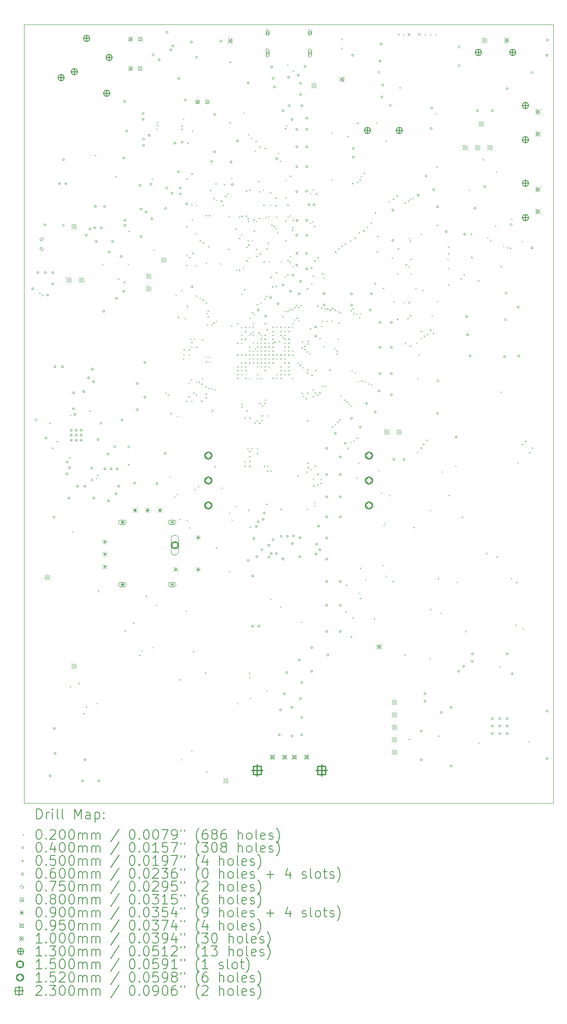
<source format=gbr>
%TF.GenerationSoftware,KiCad,Pcbnew,8.0.4*%
%TF.CreationDate,2025-01-08T21:39:54+00:00*%
%TF.ProjectId,gk-pcbv3,676b2d70-6362-4763-932e-6b696361645f,rev?*%
%TF.SameCoordinates,Original*%
%TF.FileFunction,Drillmap*%
%TF.FilePolarity,Positive*%
%FSLAX45Y45*%
G04 Gerber Fmt 4.5, Leading zero omitted, Abs format (unit mm)*
G04 Created by KiCad (PCBNEW 8.0.4) date 2025-01-08 21:39:54*
%MOMM*%
%LPD*%
G01*
G04 APERTURE LIST*
%ADD10C,0.100000*%
%ADD11C,0.200000*%
%ADD12C,0.130000*%
%ADD13C,0.150000*%
%ADD14C,0.152000*%
%ADD15C,0.230000*%
G04 APERTURE END LIST*
D10*
X4445000Y-1905000D02*
X15240000Y-1905000D01*
X15240000Y-17780000D01*
X4445000Y-17780000D01*
X4445000Y-1905000D01*
D11*
D10*
X4752500Y-7368700D02*
X4772500Y-7388700D01*
X4772500Y-7368700D02*
X4752500Y-7388700D01*
X4813460Y-7414420D02*
X4833460Y-7434420D01*
X4833460Y-7414420D02*
X4813460Y-7434420D01*
X4965120Y-10019720D02*
X4985120Y-10039720D01*
X4985120Y-10019720D02*
X4965120Y-10039720D01*
X5014120Y-10528060D02*
X5034120Y-10548060D01*
X5034120Y-10528060D02*
X5014120Y-10548060D01*
X5107360Y-10395640D02*
X5127360Y-10415640D01*
X5127360Y-10395640D02*
X5107360Y-10415640D01*
X5361360Y-10720760D02*
X5381360Y-10740760D01*
X5381360Y-10720760D02*
X5361360Y-10740760D01*
X5374800Y-15392560D02*
X5394800Y-15412560D01*
X5394800Y-15392560D02*
X5374800Y-15412560D01*
X5381680Y-9862240D02*
X5401680Y-9882240D01*
X5401680Y-9862240D02*
X5381680Y-9882240D01*
X5425600Y-12232800D02*
X5445600Y-12252800D01*
X5445600Y-12232800D02*
X5425600Y-12252800D01*
X5552600Y-15323980D02*
X5572600Y-15343980D01*
X5572600Y-15323980D02*
X5552600Y-15343980D01*
X5649120Y-15938660D02*
X5669120Y-15958660D01*
X5669120Y-15938660D02*
X5649120Y-15958660D01*
X5705000Y-15806580D02*
X5725000Y-15826580D01*
X5725000Y-15806580D02*
X5705000Y-15826580D01*
X5777920Y-9775880D02*
X5797920Y-9795880D01*
X5797920Y-9775880D02*
X5777920Y-9795880D01*
X5886900Y-4557900D02*
X5906900Y-4577900D01*
X5906900Y-4557900D02*
X5886900Y-4577900D01*
X5907460Y-11144940D02*
X5927460Y-11164940D01*
X5927460Y-11144940D02*
X5907460Y-11164940D01*
X5925500Y-15738000D02*
X5945500Y-15758000D01*
X5945500Y-15738000D02*
X5925500Y-15758000D01*
X5932860Y-11083980D02*
X5952860Y-11103980D01*
X5952860Y-11083980D02*
X5932860Y-11103980D01*
X5951380Y-13444380D02*
X5971380Y-13464380D01*
X5971380Y-13444380D02*
X5951380Y-13464380D01*
X6035200Y-6787040D02*
X6055200Y-6807040D01*
X6055200Y-6787040D02*
X6035200Y-6807040D01*
X6309520Y-4993800D02*
X6329520Y-5013800D01*
X6329520Y-4993800D02*
X6309520Y-5013800D01*
X6360320Y-7081680D02*
X6380320Y-7101680D01*
X6380320Y-7081680D02*
X6360320Y-7101680D01*
X6479700Y-7145180D02*
X6499700Y-7165180D01*
X6499700Y-7145180D02*
X6479700Y-7165180D01*
X6497480Y-14254640D02*
X6517480Y-14274640D01*
X6517480Y-14254640D02*
X6497480Y-14274640D01*
X6560980Y-6779420D02*
X6580980Y-6799420D01*
X6580980Y-6779420D02*
X6560980Y-6799420D01*
X6565320Y-10864220D02*
X6585320Y-10884220D01*
X6585320Y-10864220D02*
X6565320Y-10884220D01*
X6573680Y-6108860D02*
X6593680Y-6128860D01*
X6593680Y-6108860D02*
X6573680Y-6128860D01*
X6665120Y-14094620D02*
X6685120Y-14114620D01*
X6685120Y-14094620D02*
X6665120Y-14114620D01*
X6794660Y-14755020D02*
X6814660Y-14775020D01*
X6814660Y-14755020D02*
X6794660Y-14775020D01*
X6840380Y-14661040D02*
X6860380Y-14681040D01*
X6860380Y-14661040D02*
X6840380Y-14681040D01*
X6929280Y-13545980D02*
X6949280Y-13565980D01*
X6949280Y-13545980D02*
X6929280Y-13565980D01*
X7051200Y-5044600D02*
X7071200Y-5064600D01*
X7071200Y-5044600D02*
X7051200Y-5064600D01*
X7068500Y-14595000D02*
X7088500Y-14615000D01*
X7088500Y-14595000D02*
X7068500Y-14615000D01*
X7076600Y-6492400D02*
X7096600Y-6512400D01*
X7096600Y-6492400D02*
X7076600Y-6512400D01*
X7137560Y-4018440D02*
X7157560Y-4038440D01*
X7157560Y-4018440D02*
X7137560Y-4038440D01*
X7137560Y-13726320D02*
X7157560Y-13746320D01*
X7157560Y-13726320D02*
X7137560Y-13746320D01*
X7147720Y-3952400D02*
X7167720Y-3972400D01*
X7167720Y-3952400D02*
X7147720Y-3972400D01*
X7152800Y-3891440D02*
X7172800Y-3911440D01*
X7172800Y-3891440D02*
X7152800Y-3911440D01*
X7330600Y-9400700D02*
X7350600Y-9420700D01*
X7350600Y-9400700D02*
X7330600Y-9420700D01*
X7376320Y-9443880D02*
X7396320Y-9463880D01*
X7396320Y-9443880D02*
X7376320Y-9463880D01*
X7416960Y-11110120D02*
X7436960Y-11130120D01*
X7436960Y-11110120D02*
X7416960Y-11130120D01*
X7432200Y-9822340D02*
X7452200Y-9842340D01*
X7452200Y-9822340D02*
X7432200Y-9842340D01*
X7508400Y-11521600D02*
X7528400Y-11541600D01*
X7528400Y-11521600D02*
X7508400Y-11541600D01*
X7533800Y-7411880D02*
X7553800Y-7431880D01*
X7553800Y-7411880D02*
X7533800Y-7431880D01*
X7559200Y-9878220D02*
X7579200Y-9898220D01*
X7579200Y-9878220D02*
X7559200Y-9898220D01*
X7559200Y-11470800D02*
X7579200Y-11490800D01*
X7579200Y-11470800D02*
X7559200Y-11490800D01*
X7582060Y-7856380D02*
X7602060Y-7876380D01*
X7602060Y-7856380D02*
X7582060Y-7876380D01*
X7607460Y-15255400D02*
X7627460Y-15275400D01*
X7627460Y-15255400D02*
X7607460Y-15275400D01*
X7610000Y-11978800D02*
X7630000Y-11998800D01*
X7630000Y-11978800D02*
X7610000Y-11998800D01*
X7643500Y-16881000D02*
X7663500Y-16901000D01*
X7663500Y-16881000D02*
X7643500Y-16901000D01*
X7653180Y-7320440D02*
X7673180Y-7340440D01*
X7673180Y-7320440D02*
X7653180Y-7340440D01*
X7658260Y-3960020D02*
X7678260Y-3980020D01*
X7678260Y-3960020D02*
X7658260Y-3980020D01*
X7658260Y-4023520D02*
X7678260Y-4043520D01*
X7678260Y-4023520D02*
X7658260Y-4043520D01*
X7686200Y-3825400D02*
X7706200Y-3845400D01*
X7706200Y-3825400D02*
X7686200Y-3845400D01*
X7688740Y-8709820D02*
X7708740Y-8729820D01*
X7708740Y-8709820D02*
X7688740Y-8729820D01*
X7694850Y-8624700D02*
X7714850Y-8644700D01*
X7714850Y-8624700D02*
X7694850Y-8644700D01*
X7697350Y-8527200D02*
X7717350Y-8547200D01*
X7717350Y-8527200D02*
X7697350Y-8547200D01*
X7721760Y-7886860D02*
X7741760Y-7906860D01*
X7741760Y-7886860D02*
X7721760Y-7906860D01*
X7747160Y-13845700D02*
X7767160Y-13865700D01*
X7767160Y-13845700D02*
X7747160Y-13865700D01*
X7749700Y-6802280D02*
X7769700Y-6822280D01*
X7769700Y-6802280D02*
X7749700Y-6822280D01*
X7749700Y-9570880D02*
X7769700Y-9590880D01*
X7769700Y-9570880D02*
X7749700Y-9590880D01*
X7752240Y-5036980D02*
X7772240Y-5056980D01*
X7772240Y-5036980D02*
X7752240Y-5056980D01*
X7752240Y-6012340D02*
X7772240Y-6032340D01*
X7772240Y-6012340D02*
X7752240Y-6032340D01*
X7752240Y-6599080D02*
X7772240Y-6619080D01*
X7772240Y-6599080D02*
X7752240Y-6619080D01*
X7762400Y-12004200D02*
X7782400Y-12024200D01*
X7782400Y-12004200D02*
X7762400Y-12024200D01*
X7764940Y-7637940D02*
X7784940Y-7657940D01*
X7784940Y-7637940D02*
X7764940Y-7657940D01*
X7770380Y-4310540D02*
X7790380Y-4330540D01*
X7790380Y-4310540D02*
X7770380Y-4330540D01*
X7799383Y-9207300D02*
X7819383Y-9227300D01*
X7819383Y-9207300D02*
X7799383Y-9227300D01*
X7799690Y-8523180D02*
X7819690Y-8543180D01*
X7819690Y-8523180D02*
X7799690Y-8543180D01*
X7800500Y-9476900D02*
X7820500Y-9496900D01*
X7820500Y-9476900D02*
X7800500Y-9496900D01*
X7804770Y-8624780D02*
X7824770Y-8644780D01*
X7824770Y-8624780D02*
X7804770Y-8644780D01*
X7810660Y-6644800D02*
X7830660Y-6664800D01*
X7830660Y-6644800D02*
X7810660Y-6664800D01*
X7813200Y-12156600D02*
X7833200Y-12176600D01*
X7833200Y-12156600D02*
X7813200Y-12176600D01*
X7839850Y-8299700D02*
X7859850Y-8319700D01*
X7859850Y-8299700D02*
X7839850Y-8319700D01*
X7848760Y-9131460D02*
X7868760Y-9151460D01*
X7868760Y-9131460D02*
X7848760Y-9151460D01*
X7853840Y-9581040D02*
X7873840Y-9601040D01*
X7873840Y-9581040D02*
X7853840Y-9601040D01*
X7854650Y-8372760D02*
X7874650Y-8392760D01*
X7874650Y-8372760D02*
X7854650Y-8392760D01*
X7854650Y-8472760D02*
X7874650Y-8492760D01*
X7874650Y-8472760D02*
X7854650Y-8492760D01*
X7856380Y-5565300D02*
X7876380Y-5585300D01*
X7876380Y-5565300D02*
X7856380Y-5585300D01*
X7856380Y-16698120D02*
X7876380Y-16718120D01*
X7876380Y-16698120D02*
X7856380Y-16718120D01*
X7861460Y-4935380D02*
X7881460Y-4955380D01*
X7881460Y-4935380D02*
X7861460Y-4955380D01*
X7866540Y-4064160D02*
X7886540Y-4084160D01*
X7886540Y-4064160D02*
X7866540Y-4084160D01*
X7866540Y-5871620D02*
X7886540Y-5891620D01*
X7886540Y-5871620D02*
X7866540Y-5891620D01*
X7876700Y-6553360D02*
X7896700Y-6573360D01*
X7896700Y-6553360D02*
X7876700Y-6573360D01*
X7891940Y-14673740D02*
X7911940Y-14693740D01*
X7911940Y-14673740D02*
X7891940Y-14693740D01*
X7894480Y-9400700D02*
X7914480Y-9420700D01*
X7914480Y-9400700D02*
X7894480Y-9420700D01*
X7908910Y-8302200D02*
X7928910Y-8322200D01*
X7928910Y-8302200D02*
X7908910Y-8322200D01*
X7914800Y-11369200D02*
X7934800Y-11389200D01*
X7934800Y-11369200D02*
X7914800Y-11389200D01*
X7947820Y-5575460D02*
X7967820Y-5595460D01*
X7967820Y-5575460D02*
X7947820Y-5595460D01*
X7947820Y-6804820D02*
X7967820Y-6824820D01*
X7967820Y-6804820D02*
X7947820Y-6824820D01*
X7947820Y-7424580D02*
X7967820Y-7444580D01*
X7967820Y-7424580D02*
X7947820Y-7444580D01*
X7947820Y-9441340D02*
X7967820Y-9461340D01*
X7967820Y-9441340D02*
X7947820Y-9461340D01*
X7950360Y-6152040D02*
X7970360Y-6172040D01*
X7970360Y-6152040D02*
X7950360Y-6172040D01*
X7954650Y-8472760D02*
X7974650Y-8492760D01*
X7974650Y-8472760D02*
X7954650Y-8492760D01*
X7955440Y-9172100D02*
X7975440Y-9192100D01*
X7975440Y-9172100D02*
X7955440Y-9192100D01*
X7991000Y-11318400D02*
X8011000Y-11338400D01*
X8011000Y-11318400D02*
X7991000Y-11338400D01*
X8008891Y-9185725D02*
X8028891Y-9205725D01*
X8028891Y-9185725D02*
X8008891Y-9205725D01*
X8024020Y-6299360D02*
X8044020Y-6319360D01*
X8044020Y-6299360D02*
X8024020Y-6319360D01*
X8024020Y-7472840D02*
X8044020Y-7492840D01*
X8044020Y-7472840D02*
X8024020Y-7492840D01*
X8054500Y-9568340D02*
X8074500Y-9588340D01*
X8074500Y-9568340D02*
X8054500Y-9588340D01*
X8062120Y-9220360D02*
X8082120Y-9240360D01*
X8082120Y-9220360D02*
X8062120Y-9240360D01*
X8072350Y-8317200D02*
X8092350Y-8337200D01*
X8092350Y-8317200D02*
X8072350Y-8337200D01*
X8074820Y-9113680D02*
X8094820Y-9133680D01*
X8094820Y-9113680D02*
X8074820Y-9133680D01*
X8079900Y-7508400D02*
X8099900Y-7528400D01*
X8099900Y-7508400D02*
X8079900Y-7528400D01*
X8087520Y-6347620D02*
X8107520Y-6367620D01*
X8107520Y-6347620D02*
X8087520Y-6367620D01*
X8133240Y-15105540D02*
X8153240Y-15125540D01*
X8153240Y-15105540D02*
X8133240Y-15125540D01*
X8145940Y-9271160D02*
X8165940Y-9291160D01*
X8165940Y-9271160D02*
X8145940Y-9291160D01*
X8148480Y-5788820D02*
X8168480Y-5808820D01*
X8168480Y-5788820D02*
X8148480Y-5808820D01*
X8148480Y-9428640D02*
X8168480Y-9448640D01*
X8168480Y-9428640D02*
X8148480Y-9448640D01*
X8148480Y-9502300D02*
X8168480Y-9522300D01*
X8168480Y-9502300D02*
X8148480Y-9522300D01*
X8151020Y-6751480D02*
X8171020Y-6771480D01*
X8171020Y-6751480D02*
X8151020Y-6771480D01*
X8151020Y-7569360D02*
X8171020Y-7589360D01*
X8171020Y-7569360D02*
X8151020Y-7589360D01*
X8154650Y-8672760D02*
X8174650Y-8692760D01*
X8174650Y-8672760D02*
X8154650Y-8692760D01*
X8154650Y-8772760D02*
X8174650Y-8792760D01*
X8174650Y-8772760D02*
X8154650Y-8792760D01*
X8166260Y-17122300D02*
X8186260Y-17142300D01*
X8186260Y-17122300D02*
X8166260Y-17142300D01*
X8171340Y-7785260D02*
X8191340Y-7805260D01*
X8191340Y-7785260D02*
X8171340Y-7805260D01*
X8171340Y-8011320D02*
X8191340Y-8031320D01*
X8191340Y-8011320D02*
X8171340Y-8031320D01*
X8189120Y-7731920D02*
X8209120Y-7751920D01*
X8209120Y-7731920D02*
X8189120Y-7751920D01*
X8191660Y-7846220D02*
X8211660Y-7866220D01*
X8211660Y-7846220D02*
X8191660Y-7866220D01*
X8201820Y-6418740D02*
X8221820Y-6438740D01*
X8221820Y-6418740D02*
X8201820Y-6438740D01*
X8201820Y-9310280D02*
X8221820Y-9330280D01*
X8221820Y-9310280D02*
X8201820Y-9330280D01*
X8213710Y-8675580D02*
X8233710Y-8695580D01*
X8233710Y-8675580D02*
X8213710Y-8695580D01*
X8214520Y-5788820D02*
X8234520Y-5808820D01*
X8234520Y-5788820D02*
X8214520Y-5808820D01*
X8221330Y-8777180D02*
X8241330Y-8797180D01*
X8241330Y-8777180D02*
X8221330Y-8797180D01*
X8234840Y-5275740D02*
X8254840Y-5295740D01*
X8254840Y-5275740D02*
X8234840Y-5295740D01*
X8260240Y-8016400D02*
X8280240Y-8036400D01*
X8280240Y-8016400D02*
X8260240Y-8036400D01*
X8272549Y-9311636D02*
X8292549Y-9331636D01*
X8292549Y-9311636D02*
X8272549Y-9331636D01*
X8275480Y-9761380D02*
X8295480Y-9781380D01*
X8295480Y-9761380D02*
X8275480Y-9781380D01*
X8305960Y-5435760D02*
X8325960Y-5455760D01*
X8325960Y-5435760D02*
X8305960Y-5455760D01*
X8308500Y-7977280D02*
X8328500Y-7997280D01*
X8328500Y-7977280D02*
X8308500Y-7997280D01*
X8328820Y-10904380D02*
X8348820Y-10924380D01*
X8348820Y-10904380D02*
X8328820Y-10924380D01*
X8331360Y-9334660D02*
X8351360Y-9354660D01*
X8351360Y-9334660D02*
X8331360Y-9354660D01*
X8349140Y-5138580D02*
X8369140Y-5158580D01*
X8369140Y-5138580D02*
X8349140Y-5158580D01*
X8354220Y-5474880D02*
X8374220Y-5494880D01*
X8374220Y-5474880D02*
X8354220Y-5494880D01*
X8354220Y-7938160D02*
X8374220Y-7958160D01*
X8374220Y-7938160D02*
X8354220Y-7958160D01*
X8359300Y-12563000D02*
X8379300Y-12583000D01*
X8379300Y-12563000D02*
X8359300Y-12583000D01*
X8448685Y-6769135D02*
X8468685Y-6789135D01*
X8468685Y-6769135D02*
X8448685Y-6789135D01*
X8462420Y-5486878D02*
X8482420Y-5506878D01*
X8482420Y-5486878D02*
X8462420Y-5506878D01*
X8473600Y-11343800D02*
X8493600Y-11363800D01*
X8493600Y-11343800D02*
X8473600Y-11363800D01*
X8501540Y-5575460D02*
X8521540Y-5595460D01*
X8521540Y-5575460D02*
X8501540Y-5595460D01*
X8519320Y-5151280D02*
X8539320Y-5171280D01*
X8539320Y-5151280D02*
X8519320Y-5171280D01*
X8547260Y-5392580D02*
X8567260Y-5412580D01*
X8567260Y-5392580D02*
X8547260Y-5412580D01*
X8592980Y-5344320D02*
X8612980Y-5364320D01*
X8612980Y-5344320D02*
X8592980Y-5364320D01*
X8605680Y-6474620D02*
X8625680Y-6494620D01*
X8625680Y-6474620D02*
X8605680Y-6494620D01*
X8618380Y-5806600D02*
X8638380Y-5826600D01*
X8638380Y-5806600D02*
X8618380Y-5826600D01*
X8626000Y-13043060D02*
X8646000Y-13063060D01*
X8646000Y-13043060D02*
X8626000Y-13063060D01*
X8627300Y-11851800D02*
X8647300Y-11871800D01*
X8647300Y-11851800D02*
X8627300Y-11871800D01*
X8631080Y-3891440D02*
X8651080Y-3911440D01*
X8651080Y-3891440D02*
X8631080Y-3911440D01*
X8640000Y-2660000D02*
X8660000Y-2680000D01*
X8660000Y-2660000D02*
X8640000Y-2680000D01*
X8666640Y-8039260D02*
X8686640Y-8059260D01*
X8686640Y-8039260D02*
X8666640Y-8059260D01*
X8669180Y-5024280D02*
X8689180Y-5044280D01*
X8689180Y-5024280D02*
X8669180Y-5044280D01*
X8679340Y-11994040D02*
X8699340Y-12014040D01*
X8699340Y-11994040D02*
X8679340Y-12014040D01*
X8753000Y-6062120D02*
X8773000Y-6082120D01*
X8773000Y-6062120D02*
X8753000Y-6082120D01*
X8764480Y-11714640D02*
X8784480Y-11734640D01*
X8784480Y-11714640D02*
X8764480Y-11734640D01*
X8768240Y-6893720D02*
X8788240Y-6913720D01*
X8788240Y-6893720D02*
X8768240Y-6913720D01*
X8786500Y-15738000D02*
X8806500Y-15758000D01*
X8806500Y-15738000D02*
X8786500Y-15758000D01*
X8791650Y-7987360D02*
X8811650Y-8007360D01*
X8811650Y-7987360D02*
X8791650Y-8007360D01*
X8791650Y-8387360D02*
X8811650Y-8407360D01*
X8811650Y-8387360D02*
X8791650Y-8407360D01*
X8791650Y-8627360D02*
X8811650Y-8647360D01*
X8811650Y-8627360D02*
X8791650Y-8647360D01*
X8791650Y-8867360D02*
X8811650Y-8887360D01*
X8811650Y-8867360D02*
X8791650Y-8887360D01*
X8791650Y-8947360D02*
X8811650Y-8967360D01*
X8811650Y-8947360D02*
X8791650Y-8967360D01*
X8791650Y-9027360D02*
X8811650Y-9047360D01*
X8811650Y-9027360D02*
X8791650Y-9047360D01*
X8791650Y-9107360D02*
X8811650Y-9127360D01*
X8811650Y-9107360D02*
X8791650Y-9127360D01*
X8819040Y-5814220D02*
X8839040Y-5834220D01*
X8839040Y-5814220D02*
X8819040Y-5834220D01*
X8826660Y-6253640D02*
X8846660Y-6273640D01*
X8846660Y-6253640D02*
X8826660Y-6273640D01*
X8830930Y-6901340D02*
X8850930Y-6921340D01*
X8850930Y-6901340D02*
X8830930Y-6921340D01*
X8869840Y-6177440D02*
X8889840Y-6197440D01*
X8889840Y-6177440D02*
X8869840Y-6197440D01*
X8871650Y-8067360D02*
X8891650Y-8087360D01*
X8891650Y-8067360D02*
X8871650Y-8087360D01*
X8871650Y-8227360D02*
X8891650Y-8247360D01*
X8891650Y-8227360D02*
X8871650Y-8247360D01*
X8871650Y-8307360D02*
X8891650Y-8327360D01*
X8891650Y-8307360D02*
X8871650Y-8327360D01*
X8871650Y-8387360D02*
X8891650Y-8407360D01*
X8891650Y-8387360D02*
X8871650Y-8407360D01*
X8871650Y-8627360D02*
X8891650Y-8647360D01*
X8891650Y-8627360D02*
X8871650Y-8647360D01*
X8871650Y-8787360D02*
X8891650Y-8807360D01*
X8891650Y-8787360D02*
X8871650Y-8807360D01*
X8871650Y-8867360D02*
X8891650Y-8887360D01*
X8891650Y-8867360D02*
X8871650Y-8887360D01*
X8871650Y-8947360D02*
X8891650Y-8967360D01*
X8891650Y-8947360D02*
X8871650Y-8967360D01*
X8871650Y-9027360D02*
X8891650Y-9047360D01*
X8891650Y-9027360D02*
X8871650Y-9047360D01*
X8874470Y-7378860D02*
X8894470Y-7398860D01*
X8894470Y-7378860D02*
X8874470Y-7398860D01*
X8874920Y-5798980D02*
X8894920Y-5818980D01*
X8894920Y-5798980D02*
X8874920Y-5818980D01*
X8879850Y-9624700D02*
X8899850Y-9644700D01*
X8899850Y-9624700D02*
X8879850Y-9644700D01*
X8879850Y-9684700D02*
X8899850Y-9704700D01*
X8899850Y-9684700D02*
X8879850Y-9704700D01*
X8904131Y-6851810D02*
X8924131Y-6871810D01*
X8924131Y-6851810D02*
X8904131Y-6871810D01*
X8913020Y-3698400D02*
X8933020Y-3718400D01*
X8933020Y-3698400D02*
X8913020Y-3718400D01*
X8936240Y-7292202D02*
X8956240Y-7312202D01*
X8956240Y-7292202D02*
X8936240Y-7312202D01*
X8937350Y-10797200D02*
X8957350Y-10817200D01*
X8957350Y-10797200D02*
X8937350Y-10817200D01*
X8937350Y-10897200D02*
X8957350Y-10917200D01*
X8957350Y-10897200D02*
X8937350Y-10917200D01*
X8940810Y-9916040D02*
X8960810Y-9936040D01*
X8960810Y-9916040D02*
X8940810Y-9936040D01*
X8951650Y-8067360D02*
X8971650Y-8087360D01*
X8971650Y-8067360D02*
X8951650Y-8087360D01*
X8951650Y-8147360D02*
X8971650Y-8167360D01*
X8971650Y-8147360D02*
X8951650Y-8167360D01*
X8951650Y-8307360D02*
X8971650Y-8327360D01*
X8971650Y-8307360D02*
X8951650Y-8327360D01*
X8951650Y-8627360D02*
X8971650Y-8647360D01*
X8971650Y-8627360D02*
X8951650Y-8647360D01*
X8951650Y-8787360D02*
X8971650Y-8807360D01*
X8971650Y-8787360D02*
X8951650Y-8807360D01*
X8951650Y-8867360D02*
X8971650Y-8887360D01*
X8971650Y-8867360D02*
X8951650Y-8887360D01*
X8951650Y-8947360D02*
X8971650Y-8967360D01*
X8971650Y-8947360D02*
X8951650Y-8967360D01*
X8951650Y-9107360D02*
X8971650Y-9127360D01*
X8971650Y-9107360D02*
X8951650Y-9127360D01*
X8968900Y-5283360D02*
X8988900Y-5303360D01*
X8988900Y-5283360D02*
X8968900Y-5303360D01*
X8968900Y-5796440D02*
X8988900Y-5816440D01*
X8988900Y-5796440D02*
X8968900Y-5816440D01*
X8979060Y-6431440D02*
X8999060Y-6451440D01*
X8999060Y-6431440D02*
X8979060Y-6451440D01*
X8979060Y-6705760D02*
X8999060Y-6725760D01*
X8999060Y-6705760D02*
X8979060Y-6725760D01*
X8982350Y-9772200D02*
X9002350Y-9792200D01*
X9002350Y-9772200D02*
X8982350Y-9792200D01*
X8999850Y-10537200D02*
X9019850Y-10557200D01*
X9019850Y-10537200D02*
X8999850Y-10557200D01*
X9004460Y-5844700D02*
X9024460Y-5864700D01*
X9024460Y-5844700D02*
X9004460Y-5864700D01*
X9008020Y-5901771D02*
X9028020Y-5921771D01*
X9028020Y-5901771D02*
X9008020Y-5921771D01*
X9008020Y-6293472D02*
X9028020Y-6313472D01*
X9028020Y-6293472D02*
X9008020Y-6313472D01*
X9014620Y-11793380D02*
X9034620Y-11813380D01*
X9034620Y-11793380D02*
X9014620Y-11813380D01*
X9016005Y-4136800D02*
X9036005Y-4156800D01*
X9036005Y-4136800D02*
X9016005Y-4156800D01*
X9019700Y-6384200D02*
X9039700Y-6404200D01*
X9039700Y-6384200D02*
X9019700Y-6404200D01*
X9031650Y-8067360D02*
X9051650Y-8087360D01*
X9051650Y-8067360D02*
X9031650Y-8087360D01*
X9031650Y-8227360D02*
X9051650Y-8247360D01*
X9051650Y-8227360D02*
X9031650Y-8247360D01*
X9031650Y-8467360D02*
X9051650Y-8487360D01*
X9051650Y-8467360D02*
X9031650Y-8487360D01*
X9031650Y-8547360D02*
X9051650Y-8567360D01*
X9051650Y-8547360D02*
X9031650Y-8567360D01*
X9031650Y-8627360D02*
X9051650Y-8647360D01*
X9051650Y-8627360D02*
X9031650Y-8647360D01*
X9031650Y-8707360D02*
X9051650Y-8727360D01*
X9051650Y-8707360D02*
X9031650Y-8727360D01*
X9031650Y-8787360D02*
X9051650Y-8807360D01*
X9051650Y-8787360D02*
X9031650Y-8807360D01*
X9031650Y-9107360D02*
X9051650Y-9127360D01*
X9051650Y-9107360D02*
X9031650Y-9127360D01*
X9032400Y-6649880D02*
X9052400Y-6669880D01*
X9052400Y-6649880D02*
X9032400Y-6669880D01*
X9034940Y-15113160D02*
X9054940Y-15133160D01*
X9054940Y-15113160D02*
X9034940Y-15133160D01*
X9037350Y-10597200D02*
X9057350Y-10617200D01*
X9057350Y-10597200D02*
X9037350Y-10617200D01*
X9037350Y-10697200D02*
X9057350Y-10717200D01*
X9057350Y-10697200D02*
X9037350Y-10717200D01*
X9037350Y-10797200D02*
X9057350Y-10817200D01*
X9057350Y-10797200D02*
X9037350Y-10817200D01*
X9037350Y-10897200D02*
X9057350Y-10917200D01*
X9057350Y-10897200D02*
X9037350Y-10917200D01*
X9040020Y-5265580D02*
X9060020Y-5285580D01*
X9060020Y-5265580D02*
X9040020Y-5285580D01*
X9040020Y-15202060D02*
X9060020Y-15222060D01*
X9060020Y-15202060D02*
X9040020Y-15222060D01*
X9040810Y-9916040D02*
X9060810Y-9936040D01*
X9060810Y-9916040D02*
X9040810Y-9936040D01*
X9042200Y-7879594D02*
X9062200Y-7899594D01*
X9062200Y-7879594D02*
X9042200Y-7899594D01*
X9046420Y-12138820D02*
X9066420Y-12158820D01*
X9066420Y-12138820D02*
X9046420Y-12158820D01*
X9047640Y-15623700D02*
X9067640Y-15643700D01*
X9067640Y-15623700D02*
X9047640Y-15643700D01*
X9072230Y-8190440D02*
X9092230Y-8210440D01*
X9092230Y-8190440D02*
X9072230Y-8210440D01*
X9075580Y-4211480D02*
X9095580Y-4231480D01*
X9095580Y-4211480D02*
X9075580Y-4231480D01*
X9082350Y-10537200D02*
X9102350Y-10557200D01*
X9102350Y-10537200D02*
X9082350Y-10557200D01*
X9087260Y-7759129D02*
X9107260Y-7779129D01*
X9107260Y-7759129D02*
X9087260Y-7779129D01*
X9090820Y-6294280D02*
X9110820Y-6314280D01*
X9110820Y-6294280D02*
X9090820Y-6314280D01*
X9111650Y-7987360D02*
X9131650Y-8007360D01*
X9131650Y-7987360D02*
X9111650Y-8007360D01*
X9111650Y-8067360D02*
X9131650Y-8087360D01*
X9131650Y-8067360D02*
X9111650Y-8087360D01*
X9111650Y-8147360D02*
X9131650Y-8167360D01*
X9131650Y-8147360D02*
X9111650Y-8167360D01*
X9111650Y-8227360D02*
X9131650Y-8247360D01*
X9131650Y-8227360D02*
X9111650Y-8247360D01*
X9111650Y-8387360D02*
X9131650Y-8407360D01*
X9131650Y-8387360D02*
X9111650Y-8407360D01*
X9111650Y-8547360D02*
X9131650Y-8567360D01*
X9131650Y-8547360D02*
X9111650Y-8567360D01*
X9111650Y-8627360D02*
X9131650Y-8647360D01*
X9131650Y-8627360D02*
X9111650Y-8647360D01*
X9111650Y-8707360D02*
X9131650Y-8727360D01*
X9131650Y-8707360D02*
X9111650Y-8727360D01*
X9111650Y-8787360D02*
X9131650Y-8807360D01*
X9131650Y-8787360D02*
X9111650Y-8807360D01*
X9121300Y-5867560D02*
X9141300Y-5887560D01*
X9141300Y-5867560D02*
X9121300Y-5887560D01*
X9126380Y-7800500D02*
X9146380Y-7820500D01*
X9146380Y-7800500D02*
X9126380Y-7820500D01*
X9131460Y-6101240D02*
X9151460Y-6121240D01*
X9151460Y-6101240D02*
X9131460Y-6121240D01*
X9140810Y-10016040D02*
X9160810Y-10036040D01*
X9160810Y-10016040D02*
X9140810Y-10036040D01*
X9149240Y-8504080D02*
X9169240Y-8524080D01*
X9169240Y-8504080D02*
X9149240Y-8524080D01*
X9151780Y-4473100D02*
X9171780Y-4493100D01*
X9171780Y-4473100D02*
X9151780Y-4493100D01*
X9164480Y-4272440D02*
X9184480Y-4292440D01*
X9184480Y-4272440D02*
X9164480Y-4292440D01*
X9172100Y-6474620D02*
X9192100Y-6494620D01*
X9192100Y-6474620D02*
X9172100Y-6494620D01*
X9177180Y-5908200D02*
X9197180Y-5928200D01*
X9197180Y-5908200D02*
X9177180Y-5928200D01*
X9179720Y-6614320D02*
X9199720Y-6634320D01*
X9199720Y-6614320D02*
X9179720Y-6634320D01*
X9187350Y-9967200D02*
X9207350Y-9987200D01*
X9207350Y-9967200D02*
X9187350Y-9987200D01*
X9189880Y-7599840D02*
X9209880Y-7619840D01*
X9209880Y-7599840D02*
X9189880Y-7619840D01*
X9191650Y-8387360D02*
X9211650Y-8407360D01*
X9211650Y-8387360D02*
X9191650Y-8407360D01*
X9191650Y-8467360D02*
X9211650Y-8487360D01*
X9211650Y-8467360D02*
X9191650Y-8487360D01*
X9191650Y-8547360D02*
X9211650Y-8567360D01*
X9211650Y-8547360D02*
X9191650Y-8567360D01*
X9191650Y-8627360D02*
X9211650Y-8647360D01*
X9211650Y-8627360D02*
X9191650Y-8647360D01*
X9191650Y-8707360D02*
X9211650Y-8727360D01*
X9211650Y-8707360D02*
X9191650Y-8727360D01*
X9191650Y-8787360D02*
X9211650Y-8807360D01*
X9211650Y-8787360D02*
X9191650Y-8807360D01*
X9191650Y-8867360D02*
X9211650Y-8887360D01*
X9211650Y-8867360D02*
X9191650Y-8887360D01*
X9191650Y-9027360D02*
X9211650Y-9047360D01*
X9211650Y-9027360D02*
X9191650Y-9047360D01*
X9191650Y-9107360D02*
X9211650Y-9127360D01*
X9211650Y-9107360D02*
X9191650Y-9127360D01*
X9192350Y-10539700D02*
X9212350Y-10559700D01*
X9212350Y-10539700D02*
X9192350Y-10559700D01*
X9192350Y-10642200D02*
X9212350Y-10662200D01*
X9212350Y-10642200D02*
X9192350Y-10662200D01*
X9222900Y-5095400D02*
X9242900Y-5115400D01*
X9242900Y-5095400D02*
X9222900Y-5115400D01*
X9230520Y-8178960D02*
X9250520Y-8198960D01*
X9250520Y-8178960D02*
X9230520Y-8198960D01*
X9235600Y-5301140D02*
X9255600Y-5321140D01*
X9255600Y-5301140D02*
X9235600Y-5321140D01*
X9240680Y-5844700D02*
X9260680Y-5864700D01*
X9260680Y-5844700D02*
X9240680Y-5864700D01*
X9240810Y-9616040D02*
X9260810Y-9636040D01*
X9260810Y-9616040D02*
X9240810Y-9636040D01*
X9240810Y-10016040D02*
X9260810Y-10036040D01*
X9260810Y-10016040D02*
X9240810Y-10036040D01*
X9248300Y-4379120D02*
X9268300Y-4399120D01*
X9268300Y-4379120D02*
X9248300Y-4399120D01*
X9248300Y-6563520D02*
X9268300Y-6583520D01*
X9268300Y-6563520D02*
X9248300Y-6583520D01*
X9268372Y-7562577D02*
X9288372Y-7582577D01*
X9288372Y-7562577D02*
X9268372Y-7582577D01*
X9271650Y-8227360D02*
X9291650Y-8247360D01*
X9291650Y-8227360D02*
X9271650Y-8247360D01*
X9271650Y-8307360D02*
X9291650Y-8327360D01*
X9291650Y-8307360D02*
X9271650Y-8327360D01*
X9271650Y-8387360D02*
X9291650Y-8407360D01*
X9291650Y-8387360D02*
X9271650Y-8407360D01*
X9271650Y-8467360D02*
X9291650Y-8487360D01*
X9291650Y-8467360D02*
X9271650Y-8487360D01*
X9271650Y-8547360D02*
X9291650Y-8567360D01*
X9291650Y-8547360D02*
X9271650Y-8567360D01*
X9271650Y-8627360D02*
X9291650Y-8647360D01*
X9291650Y-8627360D02*
X9271650Y-8647360D01*
X9271650Y-8707360D02*
X9291650Y-8727360D01*
X9291650Y-8707360D02*
X9271650Y-8727360D01*
X9271650Y-8787360D02*
X9291650Y-8807360D01*
X9291650Y-8787360D02*
X9271650Y-8807360D01*
X9271650Y-8867360D02*
X9291650Y-8887360D01*
X9291650Y-8867360D02*
X9271650Y-8887360D01*
X9271650Y-9107360D02*
X9291650Y-9127360D01*
X9291650Y-9107360D02*
X9271650Y-9127360D01*
X9289850Y-9667200D02*
X9309850Y-9687200D01*
X9309850Y-9667200D02*
X9289850Y-9687200D01*
X9292350Y-9867200D02*
X9312350Y-9887200D01*
X9312350Y-9867200D02*
X9292350Y-9887200D01*
X9292350Y-9962200D02*
X9312350Y-9982200D01*
X9312350Y-9962200D02*
X9292350Y-9982200D01*
X9321960Y-5273200D02*
X9341960Y-5293200D01*
X9341960Y-5273200D02*
X9321960Y-5293200D01*
X9324500Y-5578000D02*
X9344500Y-5598000D01*
X9344500Y-5578000D02*
X9324500Y-5598000D01*
X9333140Y-6727937D02*
X9353140Y-6747937D01*
X9353140Y-6727937D02*
X9333140Y-6747937D01*
X9337350Y-10897200D02*
X9357350Y-10917200D01*
X9357350Y-10897200D02*
X9337350Y-10917200D01*
X9340810Y-9616040D02*
X9360810Y-9636040D01*
X9360810Y-9616040D02*
X9340810Y-9636040D01*
X9345253Y-7479809D02*
X9365253Y-7499809D01*
X9365253Y-7479809D02*
X9345253Y-7499809D01*
X9349900Y-4414680D02*
X9369900Y-4434680D01*
X9369900Y-4414680D02*
X9349900Y-4434680D01*
X9351650Y-7987360D02*
X9371650Y-8007360D01*
X9371650Y-7987360D02*
X9351650Y-8007360D01*
X9351650Y-8227360D02*
X9371650Y-8247360D01*
X9371650Y-8227360D02*
X9351650Y-8247360D01*
X9351650Y-8307360D02*
X9371650Y-8327360D01*
X9371650Y-8307360D02*
X9351650Y-8327360D01*
X9351650Y-8387360D02*
X9371650Y-8407360D01*
X9371650Y-8387360D02*
X9351650Y-8407360D01*
X9351650Y-8467360D02*
X9371650Y-8487360D01*
X9371650Y-8467360D02*
X9351650Y-8487360D01*
X9351650Y-8547360D02*
X9371650Y-8567360D01*
X9371650Y-8547360D02*
X9351650Y-8567360D01*
X9351650Y-8627360D02*
X9371650Y-8647360D01*
X9371650Y-8627360D02*
X9351650Y-8647360D01*
X9351650Y-8707360D02*
X9371650Y-8727360D01*
X9371650Y-8707360D02*
X9351650Y-8727360D01*
X9351650Y-8787360D02*
X9371650Y-8807360D01*
X9371650Y-8787360D02*
X9351650Y-8807360D01*
X9351650Y-8867360D02*
X9371650Y-8887360D01*
X9371650Y-8867360D02*
X9351650Y-8887360D01*
X9351650Y-8947360D02*
X9371650Y-8967360D01*
X9371650Y-8947360D02*
X9351650Y-8967360D01*
X9357350Y-9547200D02*
X9377350Y-9567200D01*
X9377350Y-9547200D02*
X9357350Y-9567200D01*
X9362600Y-5821840D02*
X9382600Y-5841840D01*
X9382600Y-5821840D02*
X9362600Y-5841840D01*
X9375300Y-7432200D02*
X9395300Y-7452200D01*
X9395300Y-7432200D02*
X9375300Y-7452200D01*
X9385460Y-6467000D02*
X9405460Y-6487000D01*
X9405460Y-6467000D02*
X9385460Y-6487000D01*
X9385460Y-11671460D02*
X9405460Y-11691460D01*
X9405460Y-11671460D02*
X9385460Y-11691460D01*
X9390540Y-15471300D02*
X9410540Y-15491300D01*
X9410540Y-15471300D02*
X9390540Y-15491300D01*
X9392270Y-8111700D02*
X9412270Y-8131700D01*
X9412270Y-8111700D02*
X9392270Y-8131700D01*
X9394850Y-9869700D02*
X9414850Y-9889700D01*
X9414850Y-9869700D02*
X9394850Y-9889700D01*
X9394850Y-10997200D02*
X9414850Y-11017200D01*
X9414850Y-10997200D02*
X9394850Y-11017200D01*
X9404850Y-10899700D02*
X9424850Y-10919700D01*
X9424850Y-10899700D02*
X9404850Y-10919700D01*
X9415940Y-6350160D02*
X9435940Y-6370160D01*
X9435940Y-6350160D02*
X9415940Y-6370160D01*
X9421020Y-5801520D02*
X9441020Y-5821520D01*
X9441020Y-5801520D02*
X9421020Y-5821520D01*
X9431650Y-8387360D02*
X9451650Y-8407360D01*
X9451650Y-8387360D02*
X9431650Y-8407360D01*
X9431650Y-8467360D02*
X9451650Y-8487360D01*
X9451650Y-8467360D02*
X9431650Y-8487360D01*
X9431650Y-8547360D02*
X9451650Y-8567360D01*
X9451650Y-8547360D02*
X9431650Y-8567360D01*
X9431650Y-8627360D02*
X9451650Y-8647360D01*
X9451650Y-8627360D02*
X9431650Y-8647360D01*
X9431650Y-8707360D02*
X9451650Y-8727360D01*
X9451650Y-8707360D02*
X9431650Y-8727360D01*
X9431650Y-8787360D02*
X9451650Y-8807360D01*
X9451650Y-8787360D02*
X9431650Y-8807360D01*
X9431650Y-8867360D02*
X9451650Y-8887360D01*
X9451650Y-8867360D02*
X9431650Y-8887360D01*
X9438800Y-6726080D02*
X9458800Y-6746080D01*
X9458800Y-6726080D02*
X9438800Y-6746080D01*
X9461660Y-5318920D02*
X9481660Y-5338920D01*
X9481660Y-5318920D02*
X9461660Y-5338920D01*
X9466740Y-5578000D02*
X9486740Y-5598000D01*
X9486740Y-5578000D02*
X9466740Y-5598000D01*
X9467350Y-10997200D02*
X9487350Y-11017200D01*
X9487350Y-10997200D02*
X9467350Y-11017200D01*
X9469280Y-7043580D02*
X9489280Y-7063580D01*
X9489280Y-7043580D02*
X9469280Y-7063580D01*
X9474360Y-13609480D02*
X9494360Y-13629480D01*
X9494360Y-13609480D02*
X9474360Y-13629480D01*
X9486508Y-5984109D02*
X9506508Y-6004109D01*
X9506508Y-5984109D02*
X9486508Y-6004109D01*
X9502300Y-7239160D02*
X9522300Y-7259160D01*
X9522300Y-7239160D02*
X9502300Y-7259160D01*
X9511650Y-8067360D02*
X9531650Y-8087360D01*
X9531650Y-8067360D02*
X9511650Y-8087360D01*
X9511650Y-8147360D02*
X9531650Y-8167360D01*
X9531650Y-8147360D02*
X9511650Y-8167360D01*
X9511650Y-8227360D02*
X9531650Y-8247360D01*
X9531650Y-8227360D02*
X9511650Y-8247360D01*
X9511650Y-8307360D02*
X9531650Y-8327360D01*
X9531650Y-8307360D02*
X9511650Y-8327360D01*
X9511650Y-8387360D02*
X9531650Y-8407360D01*
X9531650Y-8387360D02*
X9511650Y-8407360D01*
X9511650Y-8467360D02*
X9531650Y-8487360D01*
X9531650Y-8467360D02*
X9511650Y-8487360D01*
X9511650Y-8547360D02*
X9531650Y-8567360D01*
X9531650Y-8547360D02*
X9511650Y-8567360D01*
X9511650Y-8627360D02*
X9531650Y-8647360D01*
X9531650Y-8627360D02*
X9511650Y-8647360D01*
X9511650Y-8707360D02*
X9531650Y-8727360D01*
X9531650Y-8707360D02*
X9511650Y-8727360D01*
X9511650Y-8787360D02*
X9531650Y-8807360D01*
X9531650Y-8787360D02*
X9511650Y-8807360D01*
X9511650Y-9107360D02*
X9531650Y-9127360D01*
X9531650Y-9107360D02*
X9511650Y-9127360D01*
X9535320Y-6009800D02*
X9555320Y-6029800D01*
X9555320Y-6009800D02*
X9535320Y-6029800D01*
X9552217Y-8365933D02*
X9572217Y-8385933D01*
X9572217Y-8365933D02*
X9552217Y-8385933D01*
X9570880Y-5433220D02*
X9590880Y-5453220D01*
X9590880Y-5433220D02*
X9570880Y-5453220D01*
X9570880Y-5585620D02*
X9590880Y-5605620D01*
X9590880Y-5585620D02*
X9570880Y-5605620D01*
X9575960Y-6050440D02*
X9595960Y-6070440D01*
X9595960Y-6050440D02*
X9575960Y-6070440D01*
X9576271Y-7229360D02*
X9596271Y-7249360D01*
X9596271Y-7229360D02*
X9576271Y-7249360D01*
X9578500Y-6947060D02*
X9598500Y-6967060D01*
X9598500Y-6947060D02*
X9578500Y-6967060D01*
X9583580Y-5819300D02*
X9603580Y-5839300D01*
X9603580Y-5819300D02*
X9583580Y-5839300D01*
X9591650Y-8067360D02*
X9611650Y-8087360D01*
X9611650Y-8067360D02*
X9591650Y-8087360D01*
X9591650Y-8627360D02*
X9611650Y-8647360D01*
X9611650Y-8627360D02*
X9591650Y-8647360D01*
X9591650Y-8707360D02*
X9611650Y-8727360D01*
X9611650Y-8707360D02*
X9591650Y-8727360D01*
X9591650Y-9027360D02*
X9611650Y-9047360D01*
X9611650Y-9027360D02*
X9591650Y-9047360D01*
X9591650Y-9107360D02*
X9611650Y-9127360D01*
X9611650Y-9107360D02*
X9591650Y-9127360D01*
X9609340Y-6134260D02*
X9629340Y-6154260D01*
X9629340Y-6134260D02*
X9609340Y-6154260D01*
X9626760Y-4518820D02*
X9646760Y-4538820D01*
X9646760Y-4518820D02*
X9626760Y-4538820D01*
X9642000Y-8351680D02*
X9662000Y-8371680D01*
X9662000Y-8351680D02*
X9642000Y-8371680D01*
X9664860Y-4678840D02*
X9684860Y-4698840D01*
X9684860Y-4678840D02*
X9664860Y-4698840D01*
X9669940Y-13769500D02*
X9689940Y-13789500D01*
X9689940Y-13769500D02*
X9669940Y-13789500D01*
X9671650Y-8067360D02*
X9691650Y-8087360D01*
X9691650Y-8067360D02*
X9671650Y-8087360D01*
X9671650Y-8147360D02*
X9691650Y-8167360D01*
X9691650Y-8147360D02*
X9671650Y-8167360D01*
X9671650Y-8227360D02*
X9691650Y-8247360D01*
X9691650Y-8227360D02*
X9671650Y-8247360D01*
X9671650Y-8627360D02*
X9691650Y-8647360D01*
X9691650Y-8627360D02*
X9671650Y-8647360D01*
X9671650Y-8707360D02*
X9691650Y-8727360D01*
X9691650Y-8707360D02*
X9671650Y-8727360D01*
X9671650Y-8867360D02*
X9691650Y-8887360D01*
X9691650Y-8867360D02*
X9671650Y-8887360D01*
X9671650Y-8947360D02*
X9691650Y-8967360D01*
X9691650Y-8947360D02*
X9671650Y-8967360D01*
X9671650Y-9027360D02*
X9691650Y-9047360D01*
X9691650Y-9027360D02*
X9671650Y-9047360D01*
X9671650Y-9107360D02*
X9691650Y-9127360D01*
X9691650Y-9107360D02*
X9671650Y-9127360D01*
X9672700Y-11775600D02*
X9692700Y-11795600D01*
X9692700Y-11775600D02*
X9672700Y-11795600D01*
X9685180Y-6728620D02*
X9705180Y-6748620D01*
X9705180Y-6728620D02*
X9685180Y-6748620D01*
X9710580Y-7848760D02*
X9730580Y-7868760D01*
X9730580Y-7848760D02*
X9710580Y-7868760D01*
X9712310Y-8271720D02*
X9732310Y-8291720D01*
X9732310Y-8271720D02*
X9712310Y-8291720D01*
X9751650Y-8067360D02*
X9771650Y-8087360D01*
X9771650Y-8067360D02*
X9751650Y-8087360D01*
X9751650Y-8147360D02*
X9771650Y-8167360D01*
X9771650Y-8147360D02*
X9751650Y-8167360D01*
X9751650Y-8227360D02*
X9771650Y-8247360D01*
X9771650Y-8227360D02*
X9751650Y-8247360D01*
X9751650Y-8307360D02*
X9771650Y-8327360D01*
X9771650Y-8307360D02*
X9751650Y-8327360D01*
X9751650Y-8387360D02*
X9771650Y-8407360D01*
X9771650Y-8387360D02*
X9751650Y-8407360D01*
X9751650Y-8467360D02*
X9771650Y-8487360D01*
X9771650Y-8467360D02*
X9751650Y-8487360D01*
X9751650Y-8547360D02*
X9771650Y-8567360D01*
X9771650Y-8547360D02*
X9751650Y-8567360D01*
X9751650Y-8627360D02*
X9771650Y-8647360D01*
X9771650Y-8627360D02*
X9751650Y-8647360D01*
X9751650Y-8707360D02*
X9771650Y-8727360D01*
X9771650Y-8707360D02*
X9751650Y-8727360D01*
X9751650Y-8787360D02*
X9771650Y-8807360D01*
X9771650Y-8787360D02*
X9751650Y-8807360D01*
X9751650Y-8947360D02*
X9771650Y-8967360D01*
X9771650Y-8947360D02*
X9751650Y-8967360D01*
X9751650Y-9027360D02*
X9771650Y-9047360D01*
X9771650Y-9027360D02*
X9751650Y-9047360D01*
X9758840Y-7041040D02*
X9778840Y-7061040D01*
X9778840Y-7041040D02*
X9758840Y-7061040D01*
X9760585Y-7736079D02*
X9780585Y-7756079D01*
X9780585Y-7736079D02*
X9760585Y-7756079D01*
X9763920Y-4013360D02*
X9783920Y-4033360D01*
X9783920Y-4013360D02*
X9763920Y-4033360D01*
X9769000Y-5900580D02*
X9789000Y-5920580D01*
X9789000Y-5900580D02*
X9769000Y-5920580D01*
X9769000Y-6299360D02*
X9789000Y-6319360D01*
X9789000Y-6299360D02*
X9769000Y-6319360D01*
X9776620Y-5070000D02*
X9796620Y-5090000D01*
X9796620Y-5070000D02*
X9776620Y-5090000D01*
X9779160Y-5423060D02*
X9799160Y-5443060D01*
X9799160Y-5423060D02*
X9779160Y-5443060D01*
X9794400Y-3960020D02*
X9814400Y-3980020D01*
X9814400Y-3960020D02*
X9794400Y-3980020D01*
X9809640Y-6992780D02*
X9829640Y-7012780D01*
X9829640Y-6992780D02*
X9809640Y-7012780D01*
X9812091Y-2715043D02*
X9832091Y-2735043D01*
X9832091Y-2715043D02*
X9812091Y-2735043D01*
X9814720Y-6703220D02*
X9834720Y-6723220D01*
X9834720Y-6703220D02*
X9814720Y-6723220D01*
X9815080Y-7744620D02*
X9835080Y-7764620D01*
X9835080Y-7744620D02*
X9815080Y-7764620D01*
X9817260Y-5570380D02*
X9837260Y-5590380D01*
X9837260Y-5570380D02*
X9817260Y-5590380D01*
X9819800Y-5814220D02*
X9839800Y-5834220D01*
X9839800Y-5814220D02*
X9819800Y-5834220D01*
X9831650Y-8067360D02*
X9851650Y-8087360D01*
X9851650Y-8067360D02*
X9831650Y-8087360D01*
X9831650Y-8147360D02*
X9851650Y-8167360D01*
X9851650Y-8147360D02*
X9831650Y-8167360D01*
X9831650Y-8307360D02*
X9851650Y-8327360D01*
X9851650Y-8307360D02*
X9831650Y-8327360D01*
X9831650Y-8387360D02*
X9851650Y-8407360D01*
X9851650Y-8387360D02*
X9831650Y-8407360D01*
X9831650Y-8467360D02*
X9851650Y-8487360D01*
X9851650Y-8467360D02*
X9831650Y-8487360D01*
X9831650Y-8547360D02*
X9851650Y-8567360D01*
X9851650Y-8547360D02*
X9831650Y-8567360D01*
X9831650Y-8627360D02*
X9851650Y-8647360D01*
X9851650Y-8627360D02*
X9831650Y-8647360D01*
X9831650Y-8787360D02*
X9851650Y-8807360D01*
X9851650Y-8787360D02*
X9831650Y-8807360D01*
X9831650Y-8867360D02*
X9851650Y-8887360D01*
X9851650Y-8867360D02*
X9831650Y-8887360D01*
X9831650Y-8947360D02*
X9851650Y-8967360D01*
X9851650Y-8947360D02*
X9831650Y-8967360D01*
X9831650Y-9027360D02*
X9851650Y-9047360D01*
X9851650Y-9027360D02*
X9831650Y-9047360D01*
X9855360Y-7703980D02*
X9875360Y-7723980D01*
X9875360Y-7703980D02*
X9855360Y-7723980D01*
X9860440Y-6738780D02*
X9880440Y-6758780D01*
X9880440Y-6738780D02*
X9860440Y-6758780D01*
X9868060Y-4983640D02*
X9888060Y-5003640D01*
X9888060Y-4983640D02*
X9868060Y-5003640D01*
X9870600Y-6616860D02*
X9890600Y-6636860D01*
X9890600Y-6616860D02*
X9870600Y-6636860D01*
X9873140Y-5786280D02*
X9893140Y-5806280D01*
X9893140Y-5786280D02*
X9873140Y-5806280D01*
X9906160Y-6088540D02*
X9926160Y-6108540D01*
X9926160Y-6088540D02*
X9906160Y-6108540D01*
X9911240Y-6817520D02*
X9931240Y-6837520D01*
X9931240Y-6817520D02*
X9911240Y-6837520D01*
X9911240Y-7701440D02*
X9931240Y-7721440D01*
X9931240Y-7701440D02*
X9911240Y-7721440D01*
X9911650Y-7987360D02*
X9931650Y-8007360D01*
X9931650Y-7987360D02*
X9911650Y-8007360D01*
X9911650Y-8067360D02*
X9931650Y-8087360D01*
X9931650Y-8067360D02*
X9911650Y-8087360D01*
X9911650Y-8547360D02*
X9931650Y-8567360D01*
X9931650Y-8547360D02*
X9911650Y-8567360D01*
X9911650Y-8627360D02*
X9931650Y-8647360D01*
X9931650Y-8627360D02*
X9911650Y-8647360D01*
X9911650Y-9107360D02*
X9931650Y-9127360D01*
X9931650Y-9107360D02*
X9911650Y-9127360D01*
X9916320Y-5882800D02*
X9936320Y-5902800D01*
X9936320Y-5882800D02*
X9916320Y-5902800D01*
X9916320Y-6032660D02*
X9936320Y-6052660D01*
X9936320Y-6032660D02*
X9916320Y-6052660D01*
X9926480Y-2842420D02*
X9946480Y-2862420D01*
X9946480Y-2842420D02*
X9926480Y-2862420D01*
X9949340Y-7910080D02*
X9969340Y-7930080D01*
X9969340Y-7910080D02*
X9949340Y-7930080D01*
X9957185Y-7663340D02*
X9977185Y-7683340D01*
X9977185Y-7663340D02*
X9957185Y-7683340D01*
X9995060Y-7615080D02*
X10015060Y-7635080D01*
X10015060Y-7615080D02*
X9995060Y-7635080D01*
X10002967Y-7877217D02*
X10022967Y-7897217D01*
X10022967Y-7877217D02*
X10002967Y-7897217D01*
X10017192Y-11091612D02*
X10037192Y-11111612D01*
X10037192Y-11091612D02*
X10017192Y-11111612D01*
X10022190Y-8794960D02*
X10042190Y-8814960D01*
X10042190Y-8794960D02*
X10022190Y-8814960D01*
X10036060Y-7655720D02*
X10056060Y-7675720D01*
X10056060Y-7655720D02*
X10036060Y-7675720D01*
X10042087Y-7919667D02*
X10062087Y-7939667D01*
X10062087Y-7919667D02*
X10042087Y-7939667D01*
X10070450Y-8838140D02*
X10090450Y-8858140D01*
X10090450Y-8838140D02*
X10070450Y-8858140D01*
X10076340Y-7617620D02*
X10096340Y-7637620D01*
X10096340Y-7617620D02*
X10076340Y-7637620D01*
X10101740Y-14074300D02*
X10121740Y-14094300D01*
X10121740Y-14074300D02*
X10101740Y-14094300D01*
X10103470Y-8490160D02*
X10123470Y-8510160D01*
X10123470Y-8490160D02*
X10103470Y-8510160D01*
X10106010Y-8363880D02*
X10126010Y-8383880D01*
X10126010Y-8363880D02*
X10106010Y-8383880D01*
X10109360Y-9408320D02*
X10129360Y-9428320D01*
X10129360Y-9408320D02*
X10109360Y-9428320D01*
X10126330Y-8883860D02*
X10146330Y-8903860D01*
X10146330Y-8883860D02*
X10126330Y-8903860D01*
X10134237Y-9472343D02*
X10154237Y-9492343D01*
X10154237Y-9472343D02*
X10134237Y-9492343D01*
X10164430Y-8449520D02*
X10184430Y-8469520D01*
X10184430Y-8449520D02*
X10164430Y-8469520D01*
X10164430Y-8514540D02*
X10184430Y-8534540D01*
X10184430Y-8514540D02*
X10164430Y-8534540D01*
X10183020Y-9517540D02*
X10203020Y-9537540D01*
X10203020Y-9517540D02*
X10183020Y-9537540D01*
X10203340Y-11016140D02*
X10223340Y-11036140D01*
X10223340Y-11016140D02*
X10203340Y-11036140D01*
X10210150Y-8563820D02*
X10230150Y-8583820D01*
X10230150Y-8563820D02*
X10210150Y-8583820D01*
X10211450Y-11775600D02*
X10231450Y-11795600D01*
X10231450Y-11775600D02*
X10211450Y-11795600D01*
X10212690Y-8995620D02*
X10232690Y-9015620D01*
X10232690Y-8995620D02*
X10212690Y-9015620D01*
X10213500Y-7279800D02*
X10233500Y-7299800D01*
X10233500Y-7279800D02*
X10213500Y-7299800D01*
X10213500Y-9967120D02*
X10233500Y-9987120D01*
X10233500Y-9967120D02*
X10213500Y-9987120D01*
X10218205Y-9405407D02*
X10238205Y-9425407D01*
X10238205Y-9405407D02*
X10218205Y-9425407D01*
X10220310Y-8931460D02*
X10240310Y-8951460D01*
X10240310Y-8931460D02*
X10220310Y-8951460D01*
X10221120Y-10830720D02*
X10241120Y-10850720D01*
X10241120Y-10830720D02*
X10221120Y-10850720D01*
X10222850Y-8403800D02*
X10242850Y-8423800D01*
X10242850Y-8403800D02*
X10222850Y-8423800D01*
X10230470Y-8345380D02*
X10250470Y-8365380D01*
X10250470Y-8345380D02*
X10230470Y-8365380D01*
X10231280Y-10922160D02*
X10251280Y-10942160D01*
X10251280Y-10922160D02*
X10231280Y-10942160D01*
X10266840Y-5938680D02*
X10286840Y-5958680D01*
X10286840Y-5938680D02*
X10266840Y-5958680D01*
X10266840Y-8600600D02*
X10286840Y-8620600D01*
X10286840Y-8600600D02*
X10266840Y-8620600D01*
X10277000Y-5339240D02*
X10297000Y-5359240D01*
X10297000Y-5339240D02*
X10277000Y-5359240D01*
X10279540Y-8095140D02*
X10299540Y-8115140D01*
X10299540Y-8095140D02*
X10279540Y-8115140D01*
X10287160Y-10970420D02*
X10307160Y-10990420D01*
X10307160Y-10970420D02*
X10287160Y-10990420D01*
X10297320Y-6850540D02*
X10317320Y-6870540D01*
X10317320Y-6850540D02*
X10297320Y-6870540D01*
X10302400Y-7183280D02*
X10322400Y-7203280D01*
X10322400Y-7183280D02*
X10302400Y-7203280D01*
X10306670Y-9043880D02*
X10326670Y-9063880D01*
X10326670Y-9043880D02*
X10306670Y-9063880D01*
X10318000Y-5905660D02*
X10338000Y-5925660D01*
X10338000Y-5905660D02*
X10318000Y-5925660D01*
X10327926Y-9341920D02*
X10347926Y-9361920D01*
X10347926Y-9341920D02*
X10327926Y-9361920D01*
X10330340Y-5260500D02*
X10350340Y-5280500D01*
X10350340Y-5260500D02*
X10330340Y-5280500D01*
X10332880Y-7025800D02*
X10352880Y-7045800D01*
X10352880Y-7025800D02*
X10332880Y-7045800D01*
X10333422Y-9478898D02*
X10353422Y-9498898D01*
X10353422Y-9478898D02*
X10333422Y-9498898D01*
X10335420Y-11155840D02*
X10355420Y-11175840D01*
X10355420Y-11155840D02*
X10335420Y-11175840D01*
X10340500Y-11295540D02*
X10360500Y-11315540D01*
X10360500Y-11295540D02*
X10340500Y-11315540D01*
X10358280Y-6007260D02*
X10378280Y-6027260D01*
X10378280Y-6007260D02*
X10358280Y-6027260D01*
X10360820Y-11638440D02*
X10380820Y-11658440D01*
X10380820Y-11638440D02*
X10360820Y-11658440D01*
X10363360Y-11704480D02*
X10383360Y-11724480D01*
X10383360Y-11704480D02*
X10363360Y-11724480D01*
X10365900Y-6705760D02*
X10385900Y-6725760D01*
X10385900Y-6705760D02*
X10365900Y-6725760D01*
X10376060Y-9403240D02*
X10396060Y-9423240D01*
X10396060Y-9403240D02*
X10376060Y-9423240D01*
X10376060Y-10891680D02*
X10396060Y-10911680D01*
X10396060Y-10891680D02*
X10376060Y-10911680D01*
X10382870Y-8944820D02*
X10402870Y-8964820D01*
X10402870Y-8944820D02*
X10382870Y-8964820D01*
X10398920Y-5341780D02*
X10418920Y-5361780D01*
X10418920Y-5341780D02*
X10398920Y-5361780D01*
X10419240Y-11277760D02*
X10439240Y-11297760D01*
X10439240Y-11277760D02*
X10419240Y-11297760D01*
X10424320Y-6639720D02*
X10444320Y-6659720D01*
X10444320Y-6639720D02*
X10424320Y-6659720D01*
X10424320Y-7627780D02*
X10444320Y-7647780D01*
X10444320Y-7627780D02*
X10424320Y-7647780D01*
X10426860Y-11056780D02*
X10446860Y-11076780D01*
X10446860Y-11056780D02*
X10426860Y-11076780D01*
X10427220Y-9446420D02*
X10447220Y-9466420D01*
X10447220Y-9446420D02*
X10427220Y-9466420D01*
X10467500Y-8290720D02*
X10487500Y-8310720D01*
X10487500Y-8290720D02*
X10467500Y-8310720D01*
X10467500Y-9397800D02*
X10487500Y-9417800D01*
X10487500Y-9397800D02*
X10467500Y-9417800D01*
X10485280Y-11249820D02*
X10505280Y-11269820D01*
X10505280Y-11249820D02*
X10485280Y-11269820D01*
X10490360Y-11160920D02*
X10510360Y-11180920D01*
X10510360Y-11160920D02*
X10490360Y-11180920D01*
X10503060Y-7668420D02*
X10523060Y-7688420D01*
X10523060Y-7668420D02*
X10503060Y-7688420D01*
X10505600Y-8041800D02*
X10525600Y-8061800D01*
X10525600Y-8041800D02*
X10505600Y-8061800D01*
X10518300Y-9265720D02*
X10538300Y-9285720D01*
X10538300Y-9265720D02*
X10518300Y-9285720D01*
X10523380Y-7937660D02*
X10543380Y-7957660D01*
X10543380Y-7937660D02*
X10523380Y-7957660D01*
X10528460Y-6975000D02*
X10548460Y-6995000D01*
X10548460Y-6975000D02*
X10528460Y-6995000D01*
X10548780Y-7056280D02*
X10568780Y-7076280D01*
X10568780Y-7056280D02*
X10548780Y-7076280D01*
X10550510Y-8464760D02*
X10570510Y-8484760D01*
X10570510Y-8464760D02*
X10550510Y-8484760D01*
X10573593Y-7688721D02*
X10593593Y-7708721D01*
X10593593Y-7688721D02*
X10573593Y-7708721D01*
X10574180Y-9265720D02*
X10594180Y-9285720D01*
X10594180Y-9265720D02*
X10574180Y-9285720D01*
X10617360Y-7937660D02*
X10637360Y-7957660D01*
X10637360Y-7937660D02*
X10617360Y-7957660D01*
X10630217Y-7687421D02*
X10650217Y-7707421D01*
X10650217Y-7687421D02*
X10630217Y-7707421D01*
X10670700Y-8933340D02*
X10690700Y-8953340D01*
X10690700Y-8933340D02*
X10670700Y-8953340D01*
X10678320Y-7711960D02*
X10698320Y-7731960D01*
X10698320Y-7711960D02*
X10678320Y-7731960D01*
X10708800Y-4099720D02*
X10728800Y-4119720D01*
X10728800Y-4099720D02*
X10708800Y-4119720D01*
X10711340Y-5057300D02*
X10731340Y-5077300D01*
X10731340Y-5057300D02*
X10711340Y-5077300D01*
X10711340Y-7937660D02*
X10731340Y-7957660D01*
X10731340Y-7937660D02*
X10711340Y-7957660D01*
X10721500Y-10094120D02*
X10741500Y-10114120D01*
X10741500Y-10094120D02*
X10721500Y-10114120D01*
X10731660Y-7678580D02*
X10751660Y-7698580D01*
X10751660Y-7678580D02*
X10731660Y-7698580D01*
X10771280Y-8499000D02*
X10791280Y-8519000D01*
X10791280Y-8499000D02*
X10771280Y-8519000D01*
X10774840Y-7711960D02*
X10794840Y-7731960D01*
X10794840Y-7711960D02*
X10774840Y-7731960D01*
X10785000Y-10048400D02*
X10805000Y-10068400D01*
X10805000Y-10048400D02*
X10785000Y-10068400D01*
X10790080Y-6527960D02*
X10810080Y-6547960D01*
X10810080Y-6527960D02*
X10790080Y-6547960D01*
X10815480Y-8544720D02*
X10835480Y-8564720D01*
X10835480Y-8544720D02*
X10815480Y-8564720D01*
X10818020Y-8610760D02*
X10838020Y-8630760D01*
X10838020Y-8610760D02*
X10818020Y-8630760D01*
X10833260Y-9997600D02*
X10853260Y-10017600D01*
X10853260Y-9997600D02*
X10833260Y-10017600D01*
X10835063Y-7742441D02*
X10855063Y-7762441D01*
X10855063Y-7742441D02*
X10835063Y-7762441D01*
X10843420Y-8303420D02*
X10863420Y-8323420D01*
X10863420Y-8303420D02*
X10843420Y-8323420D01*
X10848500Y-6467000D02*
X10868500Y-6487000D01*
X10868500Y-6467000D02*
X10848500Y-6487000D01*
X10856120Y-7980840D02*
X10876120Y-8000840D01*
X10876120Y-7980840D02*
X10856120Y-8000840D01*
X10876440Y-9949340D02*
X10896440Y-9969340D01*
X10896440Y-9949340D02*
X10876440Y-9969340D01*
X10884060Y-7770020D02*
X10904060Y-7790020D01*
X10904060Y-7770020D02*
X10884060Y-7790020D01*
X10896760Y-9471820D02*
X10916760Y-9491820D01*
X10916760Y-9471820D02*
X10896760Y-9491820D01*
X10912000Y-2380140D02*
X10932000Y-2400140D01*
X10932000Y-2380140D02*
X10912000Y-2400140D01*
X10917080Y-2189640D02*
X10937080Y-2209640D01*
X10937080Y-2189640D02*
X10917080Y-2209640D01*
X10917080Y-6416200D02*
X10937080Y-6436200D01*
X10937080Y-6416200D02*
X10917080Y-6436200D01*
X10981725Y-9550920D02*
X11001725Y-9570920D01*
X11001725Y-9550920D02*
X10981725Y-9570920D01*
X10985660Y-6365400D02*
X11005660Y-6385400D01*
X11005660Y-6365400D02*
X10985660Y-6385400D01*
X10995820Y-13868560D02*
X11015820Y-13888560D01*
X11015820Y-13868560D02*
X10995820Y-13888560D01*
X11008520Y-13325000D02*
X11028520Y-13345000D01*
X11028520Y-13325000D02*
X11008520Y-13345000D01*
X11026300Y-9591200D02*
X11046300Y-9611200D01*
X11046300Y-9591200D02*
X11026300Y-9611200D01*
X11033920Y-4175920D02*
X11053920Y-4195920D01*
X11053920Y-4175920D02*
X11033920Y-4195920D01*
X11041540Y-10533540D02*
X11061540Y-10553540D01*
X11061540Y-10533540D02*
X11041540Y-10553540D01*
X11066940Y-9631840D02*
X11086940Y-9651840D01*
X11086940Y-9631840D02*
X11066940Y-9651840D01*
X11089800Y-6299360D02*
X11109800Y-6319360D01*
X11109800Y-6299360D02*
X11089800Y-6319360D01*
X11099960Y-10411620D02*
X11119960Y-10431620D01*
X11119960Y-10411620D02*
X11099960Y-10431620D01*
X11102113Y-7726459D02*
X11122113Y-7746459D01*
X11122113Y-7726459D02*
X11102113Y-7746459D01*
X11105040Y-9672480D02*
X11125040Y-9692480D01*
X11125040Y-9672480D02*
X11105040Y-9692480D01*
X11112660Y-14376560D02*
X11132660Y-14396560D01*
X11132660Y-14376560D02*
X11112660Y-14396560D01*
X11122820Y-8953660D02*
X11142820Y-8973660D01*
X11142820Y-8953660D02*
X11122820Y-8973660D01*
X11135520Y-5132480D02*
X11155520Y-5152480D01*
X11155520Y-5132480D02*
X11135520Y-5152480D01*
X11143140Y-13987940D02*
X11163140Y-14007940D01*
X11163140Y-13987940D02*
X11143140Y-14007940D01*
X11145680Y-7681120D02*
X11165680Y-7701120D01*
X11165680Y-7681120D02*
X11145680Y-7701120D01*
X11155840Y-7780180D02*
X11175840Y-7800180D01*
X11175840Y-7780180D02*
X11155840Y-7800180D01*
X11168540Y-10378600D02*
X11188540Y-10398600D01*
X11188540Y-10378600D02*
X11168540Y-10398600D01*
X11188860Y-6246020D02*
X11208860Y-6266020D01*
X11208860Y-6246020D02*
X11188860Y-6266020D01*
X11191400Y-8994300D02*
X11211400Y-9014300D01*
X11211400Y-8994300D02*
X11191400Y-9014300D01*
X11216800Y-11140600D02*
X11236800Y-11160600D01*
X11236800Y-11140600D02*
X11216800Y-11160600D01*
X11219340Y-7792880D02*
X11239340Y-7812880D01*
X11239340Y-7792880D02*
X11219340Y-7812880D01*
X11229500Y-10322720D02*
X11249500Y-10342720D01*
X11249500Y-10322720D02*
X11229500Y-10342720D01*
X11237120Y-5110640D02*
X11257120Y-5130640D01*
X11257120Y-5110640D02*
X11237120Y-5130640D01*
X11239660Y-3904140D02*
X11259660Y-3924140D01*
X11259660Y-3904140D02*
X11239660Y-3924140D01*
X11249560Y-9164428D02*
X11269560Y-9184428D01*
X11269560Y-9164428D02*
X11249560Y-9184428D01*
X11267600Y-10830720D02*
X11287600Y-10850720D01*
X11287600Y-10830720D02*
X11267600Y-10850720D01*
X11267600Y-13485020D02*
X11287600Y-13505020D01*
X11287600Y-13485020D02*
X11267600Y-13505020D01*
X11270140Y-6139340D02*
X11290140Y-6159340D01*
X11290140Y-6139340D02*
X11270140Y-6159340D01*
X11275220Y-7869080D02*
X11295220Y-7889080D01*
X11295220Y-7869080D02*
X11275220Y-7889080D01*
X11287920Y-5059840D02*
X11307920Y-5079840D01*
X11307920Y-5059840D02*
X11287920Y-5079840D01*
X11293000Y-12979758D02*
X11313000Y-12999758D01*
X11313000Y-12979758D02*
X11293000Y-12999758D01*
X11293360Y-7787445D02*
X11313360Y-7807445D01*
X11313360Y-7787445D02*
X11293360Y-7807445D01*
X11298080Y-13591700D02*
X11318080Y-13611700D01*
X11318080Y-13591700D02*
X11298080Y-13611700D01*
X11308240Y-4993800D02*
X11328240Y-5013800D01*
X11328240Y-4993800D02*
X11308240Y-5013800D01*
X11323480Y-9159400D02*
X11343480Y-9179400D01*
X11343480Y-9159400D02*
X11323480Y-9179400D01*
X11366660Y-6096160D02*
X11386660Y-6116160D01*
X11386660Y-6096160D02*
X11366660Y-6116160D01*
X11374280Y-4925220D02*
X11394280Y-4945220D01*
X11394280Y-4925220D02*
X11374280Y-4945220D01*
X11384440Y-9174640D02*
X11404440Y-9194640D01*
X11404440Y-9174640D02*
X11384440Y-9194640D01*
X11402220Y-13203080D02*
X11422220Y-13223080D01*
X11422220Y-13203080D02*
X11402220Y-13223080D01*
X11435240Y-6025040D02*
X11455240Y-6045040D01*
X11455240Y-6025040D02*
X11435240Y-6045040D01*
X11460640Y-9217820D02*
X11480640Y-9237820D01*
X11480640Y-9217820D02*
X11460640Y-9237820D01*
X11511440Y-5943760D02*
X11531440Y-5963760D01*
X11531440Y-5943760D02*
X11511440Y-5963760D01*
X11521600Y-9235600D02*
X11541600Y-9255600D01*
X11541600Y-9235600D02*
X11521600Y-9255600D01*
X11582560Y-14013340D02*
X11602560Y-14033340D01*
X11602560Y-14013340D02*
X11582560Y-14033340D01*
X11595504Y-7170940D02*
X11615504Y-7190940D01*
X11615504Y-7170940D02*
X11595504Y-7190940D01*
X11600340Y-5732940D02*
X11620340Y-5752940D01*
X11620340Y-5732940D02*
X11600340Y-5752940D01*
X11623200Y-3896520D02*
X11643200Y-3916520D01*
X11643200Y-3896520D02*
X11623200Y-3916520D01*
X11635540Y-6533040D02*
X11655540Y-6553040D01*
X11655540Y-6533040D02*
X11635540Y-6553040D01*
X11646060Y-6213000D02*
X11666060Y-6233000D01*
X11666060Y-6213000D02*
X11646060Y-6233000D01*
X11674000Y-10988200D02*
X11694000Y-11008200D01*
X11694000Y-10988200D02*
X11674000Y-11008200D01*
X11724800Y-11445400D02*
X11744800Y-11465400D01*
X11744800Y-11445400D02*
X11724800Y-11465400D01*
X11760360Y-12913520D02*
X11780360Y-12933520D01*
X11780360Y-12913520D02*
X11760360Y-12933520D01*
X11762900Y-7267100D02*
X11782900Y-7287100D01*
X11782900Y-7267100D02*
X11762900Y-7287100D01*
X11775600Y-12105800D02*
X11795600Y-12125800D01*
X11795600Y-12105800D02*
X11775600Y-12125800D01*
X11801000Y-12055000D02*
X11821000Y-12075000D01*
X11821000Y-12055000D02*
X11801000Y-12075000D01*
X11817510Y-4266090D02*
X11837510Y-4286090D01*
X11837510Y-4266090D02*
X11817510Y-4286090D01*
X11826400Y-13134500D02*
X11846400Y-13154500D01*
X11846400Y-13134500D02*
X11826400Y-13154500D01*
X11884820Y-5499260D02*
X11904820Y-5519260D01*
X11904820Y-5499260D02*
X11884820Y-5519260D01*
X11894980Y-11496200D02*
X11914980Y-11516200D01*
X11914980Y-11496200D02*
X11894980Y-11516200D01*
X11945780Y-6649880D02*
X11965780Y-6669880D01*
X11965780Y-6649880D02*
X11945780Y-6669880D01*
X11958480Y-13243720D02*
X11978480Y-13263720D01*
X11978480Y-13243720D02*
X11958480Y-13263720D01*
X11966100Y-5451000D02*
X11986100Y-5471000D01*
X11986100Y-5451000D02*
X11966100Y-5471000D01*
X11981340Y-7549040D02*
X12001340Y-7569040D01*
X12001340Y-7549040D02*
X11981340Y-7569040D01*
X12042300Y-5384960D02*
X12062300Y-5404960D01*
X12062300Y-5384960D02*
X12042300Y-5404960D01*
X12049920Y-7899560D02*
X12069920Y-7919560D01*
X12069920Y-7899560D02*
X12049920Y-7919560D01*
X12055000Y-6975000D02*
X12075000Y-6995000D01*
X12075000Y-6975000D02*
X12055000Y-6995000D01*
X12067700Y-6467000D02*
X12087700Y-6487000D01*
X12087700Y-6467000D02*
X12067700Y-6487000D01*
X12075320Y-2095660D02*
X12095320Y-2115660D01*
X12095320Y-2095660D02*
X12075320Y-2115660D01*
X12103260Y-3180240D02*
X12123260Y-3200240D01*
X12123260Y-3180240D02*
X12103260Y-3200240D01*
X12174380Y-2095660D02*
X12194380Y-2115660D01*
X12194380Y-2095660D02*
X12174380Y-2115660D01*
X12192160Y-7556660D02*
X12212160Y-7576660D01*
X12212160Y-7556660D02*
X12192160Y-7576660D01*
X12197240Y-14749940D02*
X12217240Y-14769940D01*
X12217240Y-14749940D02*
X12197240Y-14769940D01*
X12207400Y-5529740D02*
X12227400Y-5549740D01*
X12227400Y-5529740D02*
X12207400Y-5549740D01*
X12209940Y-8389780D02*
X12229940Y-8409780D01*
X12229940Y-8389780D02*
X12209940Y-8409780D01*
X12230260Y-6781960D02*
X12250260Y-6801960D01*
X12250260Y-6781960D02*
X12230260Y-6801960D01*
X12263280Y-7884320D02*
X12283280Y-7904320D01*
X12283280Y-7884320D02*
X12263280Y-7904320D01*
X12278520Y-5491640D02*
X12298520Y-5511640D01*
X12298520Y-5491640D02*
X12278520Y-5511640D01*
X12283600Y-6830220D02*
X12303600Y-6850220D01*
X12303600Y-6830220D02*
X12283600Y-6850220D01*
X12288680Y-7561740D02*
X12308680Y-7581740D01*
X12308680Y-7561740D02*
X12288680Y-7581740D01*
X12288680Y-16464440D02*
X12308680Y-16484440D01*
X12308680Y-16464440D02*
X12288680Y-16484440D01*
X12291220Y-6251100D02*
X12311220Y-6271100D01*
X12311220Y-6251100D02*
X12291220Y-6271100D01*
X12311540Y-6306980D02*
X12331540Y-6326980D01*
X12331540Y-6306980D02*
X12311540Y-6326980D01*
X12314080Y-7828440D02*
X12334080Y-7848440D01*
X12334080Y-7828440D02*
X12314080Y-7848440D01*
X12314080Y-8445660D02*
X12334080Y-8465660D01*
X12334080Y-8445660D02*
X12314080Y-8465660D01*
X12316329Y-5448736D02*
X12336329Y-5468736D01*
X12336329Y-5448736D02*
X12316329Y-5468736D01*
X12326780Y-6982620D02*
X12346780Y-7002620D01*
X12346780Y-6982620D02*
X12326780Y-7002620D01*
X12331860Y-6677820D02*
X12351860Y-6697820D01*
X12351860Y-6677820D02*
X12331860Y-6697820D01*
X12369418Y-5433762D02*
X12389418Y-5453762D01*
X12389418Y-5433762D02*
X12369418Y-5453762D01*
X12380120Y-12146440D02*
X12400120Y-12166440D01*
X12400120Y-12146440D02*
X12380120Y-12166440D01*
X12425840Y-7279800D02*
X12445840Y-7299800D01*
X12445840Y-7279800D02*
X12425840Y-7299800D01*
X12443620Y-8384700D02*
X12463620Y-8404700D01*
X12463620Y-8384700D02*
X12443620Y-8404700D01*
X12461400Y-10614820D02*
X12481400Y-10634820D01*
X12481400Y-10614820D02*
X12461400Y-10634820D01*
X12471560Y-9108600D02*
X12491560Y-9128600D01*
X12491560Y-9108600D02*
X12471560Y-9128600D01*
X12489340Y-8626000D02*
X12509340Y-8646000D01*
X12509340Y-8626000D02*
X12489340Y-8646000D01*
X12535060Y-8148480D02*
X12555060Y-8168480D01*
X12555060Y-8148480D02*
X12535060Y-8168480D01*
X12535060Y-10523380D02*
X12555060Y-10543380D01*
X12555060Y-10523380D02*
X12535060Y-10543380D01*
X12537600Y-6167280D02*
X12557600Y-6187280D01*
X12557600Y-6167280D02*
X12537600Y-6187280D01*
X12537600Y-8293260D02*
X12557600Y-8313260D01*
X12557600Y-8293260D02*
X12537600Y-8313260D01*
X12570620Y-7312820D02*
X12590620Y-7332820D01*
X12590620Y-7312820D02*
X12570620Y-7332820D01*
X12583320Y-10447180D02*
X12603320Y-10467180D01*
X12603320Y-10447180D02*
X12583320Y-10467180D01*
X12596020Y-8247540D02*
X12616020Y-8267540D01*
X12616020Y-8247540D02*
X12596020Y-8267540D01*
X12616340Y-2095660D02*
X12636340Y-2115660D01*
X12636340Y-2095660D02*
X12616340Y-2115660D01*
X12651900Y-10365900D02*
X12671900Y-10385900D01*
X12671900Y-10365900D02*
X12651900Y-10385900D01*
X12659520Y-8209440D02*
X12679520Y-8229440D01*
X12679520Y-8209440D02*
X12659520Y-8229440D01*
X12717940Y-14823600D02*
X12737940Y-14843600D01*
X12737940Y-14823600D02*
X12717940Y-14843600D01*
X12723020Y-2093120D02*
X12743020Y-2113120D01*
X12743020Y-2093120D02*
X12723020Y-2113120D01*
X12723500Y-11801000D02*
X12743500Y-11821000D01*
X12743500Y-11801000D02*
X12723500Y-11821000D01*
X12723500Y-13817760D02*
X12743500Y-13837760D01*
X12743500Y-13817760D02*
X12723500Y-13837760D01*
X12728100Y-8120540D02*
X12748100Y-8140540D01*
X12748100Y-8120540D02*
X12728100Y-8140540D01*
X12758580Y-7838600D02*
X12778580Y-7858600D01*
X12778580Y-7838600D02*
X12758580Y-7858600D01*
X12781440Y-8186580D02*
X12801440Y-8206580D01*
X12801440Y-8186580D02*
X12781440Y-8206580D01*
X12834780Y-2098200D02*
X12854780Y-2118200D01*
X12854780Y-2098200D02*
X12834780Y-2118200D01*
X12844940Y-3703480D02*
X12864940Y-3723480D01*
X12864940Y-3703480D02*
X12844940Y-3723480D01*
X12855100Y-4795680D02*
X12875100Y-4815680D01*
X12875100Y-4795680D02*
X12855100Y-4815680D01*
X12862720Y-5979320D02*
X12882720Y-5999320D01*
X12882720Y-5979320D02*
X12862720Y-5999320D01*
X12870340Y-7541420D02*
X12890340Y-7561420D01*
X12890340Y-7541420D02*
X12870340Y-7561420D01*
X12885580Y-13190380D02*
X12905580Y-13210380D01*
X12905580Y-13190380D02*
X12885580Y-13210380D01*
X12893200Y-16400940D02*
X12913200Y-16420940D01*
X12913200Y-16400940D02*
X12893200Y-16420940D01*
X12933840Y-13888880D02*
X12953840Y-13908880D01*
X12953840Y-13888880D02*
X12933840Y-13908880D01*
X12969400Y-11013600D02*
X12989400Y-11033600D01*
X12989400Y-11013600D02*
X12969400Y-11033600D01*
X13081160Y-6675280D02*
X13101160Y-6695280D01*
X13101160Y-6675280D02*
X13081160Y-6695280D01*
X13086240Y-7195980D02*
X13106240Y-7215980D01*
X13106240Y-7195980D02*
X13086240Y-7215980D01*
X13091320Y-6431440D02*
X13111320Y-6451440D01*
X13111320Y-6431440D02*
X13091320Y-6451440D01*
X13091320Y-6563520D02*
X13111320Y-6583520D01*
X13111320Y-6563520D02*
X13091320Y-6583520D01*
X13096400Y-6863240D02*
X13116400Y-6883240D01*
X13116400Y-6863240D02*
X13096400Y-6883240D01*
X13101480Y-11496200D02*
X13121480Y-11516200D01*
X13121480Y-11496200D02*
X13101480Y-11516200D01*
X13241180Y-10891680D02*
X13261180Y-10911680D01*
X13261180Y-10891680D02*
X13241180Y-10911680D01*
X13264040Y-13261500D02*
X13284040Y-13281500D01*
X13284040Y-13261500D02*
X13264040Y-13281500D01*
X13345320Y-7071520D02*
X13365320Y-7091520D01*
X13365320Y-7071520D02*
X13345320Y-7091520D01*
X13373260Y-11933080D02*
X13393260Y-11953080D01*
X13393260Y-11933080D02*
X13373260Y-11953080D01*
X13411360Y-6992780D02*
X13431360Y-7012780D01*
X13431360Y-6992780D02*
X13411360Y-7012780D01*
X13444380Y-14267340D02*
X13464380Y-14287340D01*
X13464380Y-14267340D02*
X13444380Y-14287340D01*
X13520580Y-5270660D02*
X13540580Y-5290660D01*
X13540580Y-5270660D02*
X13520580Y-5290660D01*
X13558680Y-6164740D02*
X13578680Y-6184740D01*
X13578680Y-6164740D02*
X13558680Y-6184740D01*
X13566300Y-6637180D02*
X13586300Y-6657180D01*
X13586300Y-6637180D02*
X13566300Y-6657180D01*
X13703460Y-7117240D02*
X13723460Y-7137240D01*
X13723460Y-7117240D02*
X13703460Y-7137240D01*
X13713620Y-16538100D02*
X13733620Y-16558100D01*
X13733620Y-16538100D02*
X13713620Y-16558100D01*
X13797440Y-4648360D02*
X13817440Y-4668360D01*
X13817440Y-4648360D02*
X13797440Y-4668360D01*
X13866500Y-12674760D02*
X13886500Y-12694760D01*
X13886500Y-12674760D02*
X13866500Y-12694760D01*
X13891420Y-6246020D02*
X13911420Y-6266020D01*
X13911420Y-6246020D02*
X13891420Y-6266020D01*
X13949840Y-6296820D02*
X13969840Y-6316820D01*
X13969840Y-6296820D02*
X13949840Y-6316820D01*
X14051440Y-5999640D02*
X14071440Y-6019640D01*
X14071440Y-5999640D02*
X14051440Y-6019640D01*
X14069220Y-4899820D02*
X14089220Y-4919820D01*
X14089220Y-4899820D02*
X14069220Y-4919820D01*
X14081920Y-12748420D02*
X14101920Y-12768420D01*
X14101920Y-12748420D02*
X14081920Y-12768420D01*
X14137800Y-14988700D02*
X14157800Y-15008700D01*
X14157800Y-14988700D02*
X14137800Y-15008700D01*
X14165741Y-9385300D02*
X14185741Y-9405300D01*
X14185741Y-9385300D02*
X14165741Y-9405300D01*
X14165742Y-6825300D02*
X14185742Y-6845300D01*
X14185742Y-6825300D02*
X14165742Y-6845300D01*
X14214000Y-6416200D02*
X14234000Y-6436200D01*
X14234000Y-6416200D02*
X14214000Y-6436200D01*
X14290200Y-6436520D02*
X14310200Y-6456520D01*
X14310200Y-6436520D02*
X14290200Y-6456520D01*
X14353700Y-6451760D02*
X14373700Y-6471760D01*
X14373700Y-6451760D02*
X14353700Y-6471760D01*
X14376560Y-13187840D02*
X14396560Y-13207840D01*
X14396560Y-13187840D02*
X14376560Y-13207840D01*
X14381640Y-5857400D02*
X14401640Y-5877400D01*
X14401640Y-5857400D02*
X14381640Y-5877400D01*
X14460380Y-14140340D02*
X14480380Y-14160340D01*
X14480380Y-14140340D02*
X14460380Y-14160340D01*
X14480700Y-13266580D02*
X14500700Y-13286580D01*
X14500700Y-13266580D02*
X14480700Y-13286580D01*
X14503560Y-10823100D02*
X14523560Y-10843100D01*
X14523560Y-10823100D02*
X14503560Y-10843100D01*
X14595000Y-6309520D02*
X14615000Y-6329520D01*
X14615000Y-6309520D02*
X14595000Y-6329520D01*
X14600080Y-10452260D02*
X14620080Y-10472260D01*
X14620080Y-10452260D02*
X14600080Y-10472260D01*
X14612780Y-14211460D02*
X14632780Y-14231460D01*
X14632780Y-14211460D02*
X14612780Y-14231460D01*
X14666120Y-10388760D02*
X14686120Y-10408760D01*
X14686120Y-10388760D02*
X14666120Y-10408760D01*
X14729620Y-16512700D02*
X14749620Y-16532700D01*
X14749620Y-16512700D02*
X14729620Y-16532700D01*
X14744860Y-10622440D02*
X14764860Y-10642440D01*
X14764860Y-10622440D02*
X14744860Y-10642440D01*
X14800740Y-10523380D02*
X14820740Y-10543380D01*
X14820740Y-10523380D02*
X14800740Y-10543380D01*
X4642800Y-7289800D02*
G75*
G02*
X4602800Y-7289800I-20000J0D01*
G01*
X4602800Y-7289800D02*
G75*
G02*
X4642800Y-7289800I20000J0D01*
G01*
X4710640Y-9963680D02*
G75*
G02*
X4670640Y-9963680I-20000J0D01*
G01*
X4670640Y-9963680D02*
G75*
G02*
X4710640Y-9963680I20000J0D01*
G01*
X4744400Y-6959600D02*
G75*
G02*
X4704400Y-6959600I-20000J0D01*
G01*
X4704400Y-6959600D02*
G75*
G02*
X4744400Y-6959600I20000J0D01*
G01*
X4891720Y-5989320D02*
G75*
G02*
X4851720Y-5989320I-20000J0D01*
G01*
X4851720Y-5989320D02*
G75*
G02*
X4891720Y-5989320I20000J0D01*
G01*
X4896800Y-6959600D02*
G75*
G02*
X4856800Y-6959600I-20000J0D01*
G01*
X4856800Y-6959600D02*
G75*
G02*
X4896800Y-6959600I20000J0D01*
G01*
X4911620Y-10333060D02*
G75*
G02*
X4871620Y-10333060I-20000J0D01*
G01*
X4871620Y-10333060D02*
G75*
G02*
X4911620Y-10333060I20000J0D01*
G01*
X4947600Y-7416800D02*
G75*
G02*
X4907600Y-7416800I-20000J0D01*
G01*
X4907600Y-7416800D02*
G75*
G02*
X4947600Y-7416800I20000J0D01*
G01*
X4998400Y-17221200D02*
G75*
G02*
X4958400Y-17221200I-20000J0D01*
G01*
X4958400Y-17221200D02*
G75*
G02*
X4998400Y-17221200I20000J0D01*
G01*
X5049200Y-6959600D02*
G75*
G02*
X5009200Y-6959600I-20000J0D01*
G01*
X5009200Y-6959600D02*
G75*
G02*
X5049200Y-6959600I20000J0D01*
G01*
X5049200Y-7188200D02*
G75*
G02*
X5009200Y-7188200I-20000J0D01*
G01*
X5009200Y-7188200D02*
G75*
G02*
X5049200Y-7188200I20000J0D01*
G01*
X5074600Y-11948160D02*
G75*
G02*
X5034600Y-11948160I-20000J0D01*
G01*
X5034600Y-11948160D02*
G75*
G02*
X5074600Y-11948160I20000J0D01*
G01*
X5084760Y-16256000D02*
G75*
G02*
X5044760Y-16256000I-20000J0D01*
G01*
X5044760Y-16256000D02*
G75*
G02*
X5084760Y-16256000I20000J0D01*
G01*
X5096720Y-8876560D02*
G75*
G02*
X5056720Y-8876560I-20000J0D01*
G01*
X5056720Y-8876560D02*
G75*
G02*
X5096720Y-8876560I20000J0D01*
G01*
X5100000Y-16764000D02*
G75*
G02*
X5060000Y-16764000I-20000J0D01*
G01*
X5060000Y-16764000D02*
G75*
G02*
X5100000Y-16764000I20000J0D01*
G01*
X5249120Y-8876560D02*
G75*
G02*
X5209120Y-8876560I-20000J0D01*
G01*
X5209120Y-8876560D02*
G75*
G02*
X5249120Y-8876560I20000J0D01*
G01*
X5262560Y-5999480D02*
G75*
G02*
X5222560Y-5999480I-20000J0D01*
G01*
X5222560Y-5999480D02*
G75*
G02*
X5262560Y-5999480I20000J0D01*
G01*
X5267640Y-4658360D02*
G75*
G02*
X5227640Y-4658360I-20000J0D01*
G01*
X5227640Y-4658360D02*
G75*
G02*
X5267640Y-4658360I20000J0D01*
G01*
X5343100Y-11063500D02*
G75*
G02*
X5303100Y-11063500I-20000J0D01*
G01*
X5303100Y-11063500D02*
G75*
G02*
X5343100Y-11063500I20000J0D01*
G01*
X5344120Y-10823060D02*
G75*
G02*
X5304120Y-10823060I-20000J0D01*
G01*
X5304120Y-10823060D02*
G75*
G02*
X5344120Y-10823060I20000J0D01*
G01*
X5379400Y-11557000D02*
G75*
G02*
X5339400Y-11557000I-20000J0D01*
G01*
X5339400Y-11557000D02*
G75*
G02*
X5379400Y-11557000I20000J0D01*
G01*
X5391620Y-10935560D02*
G75*
G02*
X5351620Y-10935560I-20000J0D01*
G01*
X5351620Y-10935560D02*
G75*
G02*
X5391620Y-10935560I20000J0D01*
G01*
X5426920Y-10171960D02*
G75*
G02*
X5386920Y-10171960I-20000J0D01*
G01*
X5386920Y-10171960D02*
G75*
G02*
X5426920Y-10171960I20000J0D01*
G01*
X5426920Y-10273560D02*
G75*
G02*
X5386920Y-10273560I-20000J0D01*
G01*
X5386920Y-10273560D02*
G75*
G02*
X5426920Y-10273560I20000J0D01*
G01*
X5426920Y-10375160D02*
G75*
G02*
X5386920Y-10375160I-20000J0D01*
G01*
X5386920Y-10375160D02*
G75*
G02*
X5426920Y-10375160I20000J0D01*
G01*
X5472640Y-9738640D02*
G75*
G02*
X5432640Y-9738640I-20000J0D01*
G01*
X5432640Y-9738640D02*
G75*
G02*
X5472640Y-9738640I20000J0D01*
G01*
X5477720Y-9409960D02*
G75*
G02*
X5437720Y-9409960I-20000J0D01*
G01*
X5437720Y-9409960D02*
G75*
G02*
X5477720Y-9409960I20000J0D01*
G01*
X5503120Y-9851920D02*
G75*
G02*
X5463120Y-9851920I-20000J0D01*
G01*
X5463120Y-9851920D02*
G75*
G02*
X5503120Y-9851920I20000J0D01*
G01*
X5528520Y-10171960D02*
G75*
G02*
X5488520Y-10171960I-20000J0D01*
G01*
X5488520Y-10171960D02*
G75*
G02*
X5528520Y-10171960I20000J0D01*
G01*
X5528520Y-10273560D02*
G75*
G02*
X5488520Y-10273560I-20000J0D01*
G01*
X5488520Y-10273560D02*
G75*
G02*
X5528520Y-10273560I20000J0D01*
G01*
X5528520Y-10375160D02*
G75*
G02*
X5488520Y-10375160I-20000J0D01*
G01*
X5488520Y-10375160D02*
G75*
G02*
X5528520Y-10375160I20000J0D01*
G01*
X5553920Y-11314960D02*
G75*
G02*
X5513920Y-11314960I-20000J0D01*
G01*
X5513920Y-11314960D02*
G75*
G02*
X5553920Y-11314960I20000J0D01*
G01*
X5630120Y-10171960D02*
G75*
G02*
X5590120Y-10171960I-20000J0D01*
G01*
X5590120Y-10171960D02*
G75*
G02*
X5630120Y-10171960I20000J0D01*
G01*
X5630120Y-10273560D02*
G75*
G02*
X5590120Y-10273560I-20000J0D01*
G01*
X5590120Y-10273560D02*
G75*
G02*
X5630120Y-10273560I20000J0D01*
G01*
X5630120Y-10375160D02*
G75*
G02*
X5590120Y-10375160I-20000J0D01*
G01*
X5590120Y-10375160D02*
G75*
G02*
X5630120Y-10375160I20000J0D01*
G01*
X5658800Y-17322800D02*
G75*
G02*
X5618800Y-17322800I-20000J0D01*
G01*
X5618800Y-17322800D02*
G75*
G02*
X5658800Y-17322800I20000J0D01*
G01*
X5680920Y-9386360D02*
G75*
G02*
X5640920Y-9386360I-20000J0D01*
G01*
X5640920Y-9386360D02*
G75*
G02*
X5680920Y-9386360I20000J0D01*
G01*
X5706320Y-11314960D02*
G75*
G02*
X5666320Y-11314960I-20000J0D01*
G01*
X5666320Y-11314960D02*
G75*
G02*
X5706320Y-11314960I20000J0D01*
G01*
X5709600Y-16891000D02*
G75*
G02*
X5669600Y-16891000I-20000J0D01*
G01*
X5669600Y-16891000D02*
G75*
G02*
X5709600Y-16891000I20000J0D01*
G01*
X5735000Y-6197600D02*
G75*
G02*
X5695000Y-6197600I-20000J0D01*
G01*
X5695000Y-6197600D02*
G75*
G02*
X5735000Y-6197600I20000J0D01*
G01*
X5782520Y-9105160D02*
G75*
G02*
X5742520Y-9105160I-20000J0D01*
G01*
X5742520Y-9105160D02*
G75*
G02*
X5782520Y-9105160I20000J0D01*
G01*
X5811200Y-6070600D02*
G75*
G02*
X5771200Y-6070600I-20000J0D01*
G01*
X5771200Y-6070600D02*
G75*
G02*
X5811200Y-6070600I20000J0D01*
G01*
X5844120Y-10950560D02*
G75*
G02*
X5804120Y-10950560I-20000J0D01*
G01*
X5804120Y-10950560D02*
G75*
G02*
X5844120Y-10950560I20000J0D01*
G01*
X5853640Y-11190500D02*
G75*
G02*
X5813640Y-11190500I-20000J0D01*
G01*
X5813640Y-11190500D02*
G75*
G02*
X5853640Y-11190500I20000J0D01*
G01*
X5858720Y-8927360D02*
G75*
G02*
X5818720Y-8927360I-20000J0D01*
G01*
X5818720Y-8927360D02*
G75*
G02*
X5858720Y-8927360I20000J0D01*
G01*
X5884120Y-9181360D02*
G75*
G02*
X5844120Y-9181360I-20000J0D01*
G01*
X5844120Y-9181360D02*
G75*
G02*
X5884120Y-9181360I20000J0D01*
G01*
X5887400Y-11557000D02*
G75*
G02*
X5847400Y-11557000I-20000J0D01*
G01*
X5847400Y-11557000D02*
G75*
G02*
X5887400Y-11557000I20000J0D01*
G01*
X5906580Y-6045200D02*
G75*
G02*
X5866580Y-6045200I-20000J0D01*
G01*
X5866580Y-6045200D02*
G75*
G02*
X5906580Y-6045200I20000J0D01*
G01*
X5917880Y-5613400D02*
G75*
G02*
X5877880Y-5613400I-20000J0D01*
G01*
X5877880Y-5613400D02*
G75*
G02*
X5917880Y-5613400I20000J0D01*
G01*
X5938200Y-6324600D02*
G75*
G02*
X5898200Y-6324600I-20000J0D01*
G01*
X5898200Y-6324600D02*
G75*
G02*
X5938200Y-6324600I20000J0D01*
G01*
X5975560Y-10365000D02*
G75*
G02*
X5935560Y-10365000I-20000J0D01*
G01*
X5935560Y-10365000D02*
G75*
G02*
X5975560Y-10365000I20000J0D01*
G01*
X5989000Y-17322800D02*
G75*
G02*
X5949000Y-17322800I-20000J0D01*
G01*
X5949000Y-17322800D02*
G75*
G02*
X5989000Y-17322800I20000J0D01*
G01*
X6031440Y-10029720D02*
G75*
G02*
X5991440Y-10029720I-20000J0D01*
G01*
X5991440Y-10029720D02*
G75*
G02*
X6031440Y-10029720I20000J0D01*
G01*
X6039800Y-6045200D02*
G75*
G02*
X5999800Y-6045200I-20000J0D01*
G01*
X5999800Y-6045200D02*
G75*
G02*
X6039800Y-6045200I20000J0D01*
G01*
X6090600Y-7747000D02*
G75*
G02*
X6050600Y-7747000I-20000J0D01*
G01*
X6050600Y-7747000D02*
G75*
G02*
X6090600Y-7747000I20000J0D01*
G01*
X6105840Y-5613400D02*
G75*
G02*
X6065840Y-5613400I-20000J0D01*
G01*
X6065840Y-5613400D02*
G75*
G02*
X6105840Y-5613400I20000J0D01*
G01*
X6112720Y-10959360D02*
G75*
G02*
X6072720Y-10959360I-20000J0D01*
G01*
X6072720Y-10959360D02*
G75*
G02*
X6112720Y-10959360I20000J0D01*
G01*
X6173680Y-10659640D02*
G75*
G02*
X6133680Y-10659640I-20000J0D01*
G01*
X6133680Y-10659640D02*
G75*
G02*
X6173680Y-10659640I20000J0D01*
G01*
X6189100Y-11611080D02*
G75*
G02*
X6149100Y-11611080I-20000J0D01*
G01*
X6149100Y-11611080D02*
G75*
G02*
X6189100Y-11611080I20000J0D01*
G01*
X6201600Y-6543800D02*
G75*
G02*
X6161600Y-6543800I-20000J0D01*
G01*
X6161600Y-6543800D02*
G75*
G02*
X6201600Y-6543800I20000J0D01*
G01*
X6239720Y-10959360D02*
G75*
G02*
X6199720Y-10959360I-20000J0D01*
G01*
X6199720Y-10959360D02*
G75*
G02*
X6239720Y-10959360I20000J0D01*
G01*
X6268400Y-6324600D02*
G75*
G02*
X6228400Y-6324600I-20000J0D01*
G01*
X6228400Y-6324600D02*
G75*
G02*
X6268400Y-6324600I20000J0D01*
G01*
X6310840Y-10512320D02*
G75*
G02*
X6270840Y-10512320I-20000J0D01*
G01*
X6270840Y-10512320D02*
G75*
G02*
X6310840Y-10512320I20000J0D01*
G01*
X6341320Y-11467360D02*
G75*
G02*
X6301320Y-11467360I-20000J0D01*
G01*
X6301320Y-11467360D02*
G75*
G02*
X6341320Y-11467360I20000J0D01*
G01*
X6351200Y-7486400D02*
G75*
G02*
X6311200Y-7486400I-20000J0D01*
G01*
X6311200Y-7486400D02*
G75*
G02*
X6351200Y-7486400I20000J0D01*
G01*
X6366720Y-10959360D02*
G75*
G02*
X6326720Y-10959360I-20000J0D01*
G01*
X6326720Y-10959360D02*
G75*
G02*
X6366720Y-10959360I20000J0D01*
G01*
X6392120Y-11314960D02*
G75*
G02*
X6352120Y-11314960I-20000J0D01*
G01*
X6352120Y-11314960D02*
G75*
G02*
X6392120Y-11314960I20000J0D01*
G01*
X6446200Y-6629400D02*
G75*
G02*
X6406200Y-6629400I-20000J0D01*
G01*
X6406200Y-6629400D02*
G75*
G02*
X6446200Y-6629400I20000J0D01*
G01*
X6463240Y-9968760D02*
G75*
G02*
X6423240Y-9968760I-20000J0D01*
G01*
X6423240Y-9968760D02*
G75*
G02*
X6463240Y-9968760I20000J0D01*
G01*
X6497000Y-4622800D02*
G75*
G02*
X6457000Y-4622800I-20000J0D01*
G01*
X6457000Y-4622800D02*
G75*
G02*
X6497000Y-4622800I20000J0D01*
G01*
X6497000Y-7340600D02*
G75*
G02*
X6457000Y-7340600I-20000J0D01*
G01*
X6457000Y-7340600D02*
G75*
G02*
X6497000Y-7340600I20000J0D01*
G01*
X6517320Y-3474720D02*
G75*
G02*
X6477320Y-3474720I-20000J0D01*
G01*
X6477320Y-3474720D02*
G75*
G02*
X6517320Y-3474720I20000J0D01*
G01*
X6522400Y-5892800D02*
G75*
G02*
X6482400Y-5892800I-20000J0D01*
G01*
X6482400Y-5892800D02*
G75*
G02*
X6522400Y-5892800I20000J0D01*
G01*
X6522400Y-5994400D02*
G75*
G02*
X6482400Y-5994400I-20000J0D01*
G01*
X6482400Y-5994400D02*
G75*
G02*
X6522400Y-5994400I20000J0D01*
G01*
X6557960Y-4074160D02*
G75*
G02*
X6517960Y-4074160I-20000J0D01*
G01*
X6517960Y-4074160D02*
G75*
G02*
X6557960Y-4074160I20000J0D01*
G01*
X6600400Y-10512320D02*
G75*
G02*
X6560400Y-10512320I-20000J0D01*
G01*
X6560400Y-10512320D02*
G75*
G02*
X6600400Y-10512320I20000J0D01*
G01*
X6720520Y-11254740D02*
G75*
G02*
X6680520Y-11254740I-20000J0D01*
G01*
X6680520Y-11254740D02*
G75*
G02*
X6720520Y-11254740I20000J0D01*
G01*
X6776400Y-9220200D02*
G75*
G02*
X6736400Y-9220200I-20000J0D01*
G01*
X6736400Y-9220200D02*
G75*
G02*
X6776400Y-9220200I20000J0D01*
G01*
X6776400Y-9753600D02*
G75*
G02*
X6736400Y-9753600I-20000J0D01*
G01*
X6736400Y-9753600D02*
G75*
G02*
X6776400Y-9753600I20000J0D01*
G01*
X6827200Y-5181600D02*
G75*
G02*
X6787200Y-5181600I-20000J0D01*
G01*
X6787200Y-5181600D02*
G75*
G02*
X6827200Y-5181600I20000J0D01*
G01*
X6852600Y-5664200D02*
G75*
G02*
X6812600Y-5664200I-20000J0D01*
G01*
X6812600Y-5664200D02*
G75*
G02*
X6852600Y-5664200I20000J0D01*
G01*
X6852600Y-6223000D02*
G75*
G02*
X6812600Y-6223000I-20000J0D01*
G01*
X6812600Y-6223000D02*
G75*
G02*
X6852600Y-6223000I20000J0D01*
G01*
X6893240Y-3718560D02*
G75*
G02*
X6853240Y-3718560I-20000J0D01*
G01*
X6853240Y-3718560D02*
G75*
G02*
X6893240Y-3718560I20000J0D01*
G01*
X6893240Y-3835400D02*
G75*
G02*
X6853240Y-3835400I-20000J0D01*
G01*
X6853240Y-3835400D02*
G75*
G02*
X6893240Y-3835400I20000J0D01*
G01*
X6903400Y-4240000D02*
G75*
G02*
X6863400Y-4240000I-20000J0D01*
G01*
X6863400Y-4240000D02*
G75*
G02*
X6903400Y-4240000I20000J0D01*
G01*
X6903400Y-4368800D02*
G75*
G02*
X6863400Y-4368800I-20000J0D01*
G01*
X6863400Y-4368800D02*
G75*
G02*
X6903400Y-4368800I20000J0D01*
G01*
X6928800Y-8788400D02*
G75*
G02*
X6888800Y-8788400I-20000J0D01*
G01*
X6888800Y-8788400D02*
G75*
G02*
X6928800Y-8788400I20000J0D01*
G01*
X6928800Y-9499600D02*
G75*
G02*
X6888800Y-9499600I-20000J0D01*
G01*
X6888800Y-9499600D02*
G75*
G02*
X6928800Y-9499600I20000J0D01*
G01*
X6954200Y-5725700D02*
G75*
G02*
X6914200Y-5725700I-20000J0D01*
G01*
X6914200Y-5725700D02*
G75*
G02*
X6954200Y-5725700I20000J0D01*
G01*
X7017700Y-4165600D02*
G75*
G02*
X6977700Y-4165600I-20000J0D01*
G01*
X6977700Y-4165600D02*
G75*
G02*
X7017700Y-4165600I20000J0D01*
G01*
X7055800Y-5156200D02*
G75*
G02*
X7015800Y-5156200I-20000J0D01*
G01*
X7015800Y-5156200D02*
G75*
G02*
X7055800Y-5156200I20000J0D01*
G01*
X7073580Y-5859780D02*
G75*
G02*
X7033580Y-5859780I-20000J0D01*
G01*
X7033580Y-5859780D02*
G75*
G02*
X7073580Y-5859780I20000J0D01*
G01*
X7100000Y-2520000D02*
G75*
G02*
X7060000Y-2520000I-20000J0D01*
G01*
X7060000Y-2520000D02*
G75*
G02*
X7100000Y-2520000I20000J0D01*
G01*
X7175180Y-11262360D02*
G75*
G02*
X7135180Y-11262360I-20000J0D01*
G01*
X7135180Y-11262360D02*
G75*
G02*
X7175180Y-11262360I20000J0D01*
G01*
X7220000Y-2620000D02*
G75*
G02*
X7180000Y-2620000I-20000J0D01*
G01*
X7180000Y-2620000D02*
G75*
G02*
X7220000Y-2620000I20000J0D01*
G01*
X7342820Y-10645140D02*
G75*
G02*
X7302820Y-10645140I-20000J0D01*
G01*
X7302820Y-10645140D02*
G75*
G02*
X7342820Y-10645140I20000J0D01*
G01*
X7352980Y-5654040D02*
G75*
G02*
X7312980Y-5654040I-20000J0D01*
G01*
X7312980Y-5654040D02*
G75*
G02*
X7352980Y-5654040I20000J0D01*
G01*
X7378380Y-5237480D02*
G75*
G02*
X7338380Y-5237480I-20000J0D01*
G01*
X7338380Y-5237480D02*
G75*
G02*
X7378380Y-5237480I20000J0D01*
G01*
X7380000Y-2060000D02*
G75*
G02*
X7340000Y-2060000I-20000J0D01*
G01*
X7340000Y-2060000D02*
G75*
G02*
X7380000Y-2060000I20000J0D01*
G01*
X7460000Y-2420000D02*
G75*
G02*
X7420000Y-2420000I-20000J0D01*
G01*
X7420000Y-2420000D02*
G75*
G02*
X7460000Y-2420000I20000J0D01*
G01*
X7482520Y-5341620D02*
G75*
G02*
X7442520Y-5341620I-20000J0D01*
G01*
X7442520Y-5341620D02*
G75*
G02*
X7482520Y-5341620I20000J0D01*
G01*
X7500000Y-2340000D02*
G75*
G02*
X7460000Y-2340000I-20000J0D01*
G01*
X7460000Y-2340000D02*
G75*
G02*
X7500000Y-2340000I20000J0D01*
G01*
X7543400Y-4320000D02*
G75*
G02*
X7503400Y-4320000I-20000J0D01*
G01*
X7503400Y-4320000D02*
G75*
G02*
X7543400Y-4320000I20000J0D01*
G01*
X7614600Y-4902200D02*
G75*
G02*
X7574600Y-4902200I-20000J0D01*
G01*
X7574600Y-4902200D02*
G75*
G02*
X7614600Y-4902200I20000J0D01*
G01*
X7620000Y-3000000D02*
G75*
G02*
X7580000Y-3000000I-20000J0D01*
G01*
X7580000Y-3000000D02*
G75*
G02*
X7620000Y-3000000I20000J0D01*
G01*
X7650160Y-5240020D02*
G75*
G02*
X7610160Y-5240020I-20000J0D01*
G01*
X7610160Y-5240020D02*
G75*
G02*
X7650160Y-5240020I20000J0D01*
G01*
X7655240Y-5356860D02*
G75*
G02*
X7615240Y-5356860I-20000J0D01*
G01*
X7615240Y-5356860D02*
G75*
G02*
X7655240Y-5356860I20000J0D01*
G01*
X7690800Y-4300220D02*
G75*
G02*
X7650800Y-4300220I-20000J0D01*
G01*
X7650800Y-4300220D02*
G75*
G02*
X7690800Y-4300220I20000J0D01*
G01*
X7760000Y-3440000D02*
G75*
G02*
X7720000Y-3440000I-20000J0D01*
G01*
X7720000Y-3440000D02*
G75*
G02*
X7760000Y-3440000I20000J0D01*
G01*
X7779700Y-5560060D02*
G75*
G02*
X7739700Y-5560060I-20000J0D01*
G01*
X7739700Y-5560060D02*
G75*
G02*
X7779700Y-5560060I20000J0D01*
G01*
X7880000Y-2260000D02*
G75*
G02*
X7840000Y-2260000I-20000J0D01*
G01*
X7840000Y-2260000D02*
G75*
G02*
X7880000Y-2260000I20000J0D01*
G01*
X7894000Y-7249160D02*
G75*
G02*
X7854000Y-7249160I-20000J0D01*
G01*
X7854000Y-7249160D02*
G75*
G02*
X7894000Y-7249160I20000J0D01*
G01*
X7980000Y-2570000D02*
G75*
G02*
X7940000Y-2570000I-20000J0D01*
G01*
X7940000Y-2570000D02*
G75*
G02*
X7980000Y-2570000I20000J0D01*
G01*
X8290240Y-4696460D02*
G75*
G02*
X8250240Y-4696460I-20000J0D01*
G01*
X8250240Y-4696460D02*
G75*
G02*
X8290240Y-4696460I20000J0D01*
G01*
X8351200Y-3733800D02*
G75*
G02*
X8311200Y-3733800I-20000J0D01*
G01*
X8311200Y-3733800D02*
G75*
G02*
X8351200Y-3733800I20000J0D01*
G01*
X8351200Y-4495800D02*
G75*
G02*
X8311200Y-4495800I-20000J0D01*
G01*
X8311200Y-4495800D02*
G75*
G02*
X8351200Y-4495800I20000J0D01*
G01*
X8480000Y-2240000D02*
G75*
G02*
X8440000Y-2240000I-20000J0D01*
G01*
X8440000Y-2240000D02*
G75*
G02*
X8480000Y-2240000I20000J0D01*
G01*
X8686480Y-4704080D02*
G75*
G02*
X8646480Y-4704080I-20000J0D01*
G01*
X8646480Y-4704080D02*
G75*
G02*
X8686480Y-4704080I20000J0D01*
G01*
X8714420Y-5166360D02*
G75*
G02*
X8674420Y-5166360I-20000J0D01*
G01*
X8674420Y-5166360D02*
G75*
G02*
X8714420Y-5166360I20000J0D01*
G01*
X8818560Y-4278100D02*
G75*
G02*
X8778560Y-4278100I-20000J0D01*
G01*
X8778560Y-4278100D02*
G75*
G02*
X8818560Y-4278100I20000J0D01*
G01*
X9037000Y-3091180D02*
G75*
G02*
X8997000Y-3091180I-20000J0D01*
G01*
X8997000Y-3091180D02*
G75*
G02*
X9037000Y-3091180I20000J0D01*
G01*
X9037000Y-12827000D02*
G75*
G02*
X8997000Y-12827000I-20000J0D01*
G01*
X8997000Y-12827000D02*
G75*
G02*
X9037000Y-12827000I20000J0D01*
G01*
X9125900Y-13144500D02*
G75*
G02*
X9085900Y-13144500I-20000J0D01*
G01*
X9085900Y-13144500D02*
G75*
G02*
X9125900Y-13144500I20000J0D01*
G01*
X9125900Y-14173200D02*
G75*
G02*
X9085900Y-14173200I-20000J0D01*
G01*
X9085900Y-14173200D02*
G75*
G02*
X9125900Y-14173200I20000J0D01*
G01*
X9151300Y-12382500D02*
G75*
G02*
X9111300Y-12382500I-20000J0D01*
G01*
X9111300Y-12382500D02*
G75*
G02*
X9151300Y-12382500I20000J0D01*
G01*
X9202100Y-12141200D02*
G75*
G02*
X9162100Y-12141200I-20000J0D01*
G01*
X9162100Y-12141200D02*
G75*
G02*
X9202100Y-12141200I20000J0D01*
G01*
X9214800Y-12750800D02*
G75*
G02*
X9174800Y-12750800I-20000J0D01*
G01*
X9174800Y-12750800D02*
G75*
G02*
X9214800Y-12750800I20000J0D01*
G01*
X9240200Y-7721600D02*
G75*
G02*
X9200200Y-7721600I-20000J0D01*
G01*
X9200200Y-7721600D02*
G75*
G02*
X9240200Y-7721600I20000J0D01*
G01*
X9240200Y-12039600D02*
G75*
G02*
X9200200Y-12039600I-20000J0D01*
G01*
X9200200Y-12039600D02*
G75*
G02*
X9240200Y-12039600I20000J0D01*
G01*
X9252900Y-14173200D02*
G75*
G02*
X9212900Y-14173200I-20000J0D01*
G01*
X9212900Y-14173200D02*
G75*
G02*
X9252900Y-14173200I20000J0D01*
G01*
X9316400Y-12611100D02*
G75*
G02*
X9276400Y-12611100I-20000J0D01*
G01*
X9276400Y-12611100D02*
G75*
G02*
X9316400Y-12611100I20000J0D01*
G01*
X9341800Y-11988800D02*
G75*
G02*
X9301800Y-11988800I-20000J0D01*
G01*
X9301800Y-11988800D02*
G75*
G02*
X9341800Y-11988800I20000J0D01*
G01*
X9367200Y-11861800D02*
G75*
G02*
X9327200Y-11861800I-20000J0D01*
G01*
X9327200Y-11861800D02*
G75*
G02*
X9367200Y-11861800I20000J0D01*
G01*
X9392600Y-7848600D02*
G75*
G02*
X9352600Y-7848600I-20000J0D01*
G01*
X9352600Y-7848600D02*
G75*
G02*
X9392600Y-7848600I20000J0D01*
G01*
X9456100Y-12522200D02*
G75*
G02*
X9416100Y-12522200I-20000J0D01*
G01*
X9416100Y-12522200D02*
G75*
G02*
X9456100Y-12522200I20000J0D01*
G01*
X9461110Y-12763617D02*
G75*
G02*
X9421110Y-12763617I-20000J0D01*
G01*
X9421110Y-12763617D02*
G75*
G02*
X9461110Y-12763617I20000J0D01*
G01*
X9494200Y-7467600D02*
G75*
G02*
X9454200Y-7467600I-20000J0D01*
G01*
X9454200Y-7467600D02*
G75*
G02*
X9494200Y-7467600I20000J0D01*
G01*
X9506900Y-12687300D02*
G75*
G02*
X9466900Y-12687300I-20000J0D01*
G01*
X9466900Y-12687300D02*
G75*
G02*
X9506900Y-12687300I20000J0D01*
G01*
X9517330Y-2768330D02*
G75*
G02*
X9477330Y-2768330I-20000J0D01*
G01*
X9477330Y-2768330D02*
G75*
G02*
X9517330Y-2768330I20000J0D01*
G01*
X9545000Y-2997200D02*
G75*
G02*
X9505000Y-2997200I-20000J0D01*
G01*
X9505000Y-2997200D02*
G75*
G02*
X9545000Y-2997200I20000J0D01*
G01*
X9545000Y-12407900D02*
G75*
G02*
X9505000Y-12407900I-20000J0D01*
G01*
X9505000Y-12407900D02*
G75*
G02*
X9545000Y-12407900I20000J0D01*
G01*
X9572500Y-3177500D02*
G75*
G02*
X9532500Y-3177500I-20000J0D01*
G01*
X9532500Y-3177500D02*
G75*
G02*
X9572500Y-3177500I20000J0D01*
G01*
X9608500Y-12686560D02*
G75*
G02*
X9568500Y-12686560I-20000J0D01*
G01*
X9568500Y-12686560D02*
G75*
G02*
X9608500Y-12686560I20000J0D01*
G01*
X9616120Y-4638040D02*
G75*
G02*
X9576120Y-4638040I-20000J0D01*
G01*
X9576120Y-4638040D02*
G75*
G02*
X9616120Y-4638040I20000J0D01*
G01*
X9646600Y-7594600D02*
G75*
G02*
X9606600Y-7594600I-20000J0D01*
G01*
X9606600Y-7594600D02*
G75*
G02*
X9646600Y-7594600I20000J0D01*
G01*
X9672000Y-16383000D02*
G75*
G02*
X9632000Y-16383000I-20000J0D01*
G01*
X9632000Y-16383000D02*
G75*
G02*
X9672000Y-16383000I20000J0D01*
G01*
X9697400Y-15875000D02*
G75*
G02*
X9657400Y-15875000I-20000J0D01*
G01*
X9657400Y-15875000D02*
G75*
G02*
X9697400Y-15875000I20000J0D01*
G01*
X9715180Y-12336780D02*
G75*
G02*
X9675180Y-12336780I-20000J0D01*
G01*
X9675180Y-12336780D02*
G75*
G02*
X9715180Y-12336780I20000J0D01*
G01*
X9744249Y-12799454D02*
G75*
G02*
X9704249Y-12799454I-20000J0D01*
G01*
X9704249Y-12799454D02*
G75*
G02*
X9744249Y-12799454I20000J0D01*
G01*
X9748200Y-3657600D02*
G75*
G02*
X9708200Y-3657600I-20000J0D01*
G01*
X9708200Y-3657600D02*
G75*
G02*
X9748200Y-3657600I20000J0D01*
G01*
X9748200Y-7213600D02*
G75*
G02*
X9708200Y-7213600I-20000J0D01*
G01*
X9708200Y-7213600D02*
G75*
G02*
X9748200Y-7213600I20000J0D01*
G01*
X9773600Y-15544800D02*
G75*
G02*
X9733600Y-15544800I-20000J0D01*
G01*
X9733600Y-15544800D02*
G75*
G02*
X9773600Y-15544800I20000J0D01*
G01*
X9824400Y-15113000D02*
G75*
G02*
X9784400Y-15113000I-20000J0D01*
G01*
X9784400Y-15113000D02*
G75*
G02*
X9824400Y-15113000I20000J0D01*
G01*
X9837100Y-12336780D02*
G75*
G02*
X9797100Y-12336780I-20000J0D01*
G01*
X9797100Y-12336780D02*
G75*
G02*
X9837100Y-12336780I20000J0D01*
G01*
X9859960Y-2979420D02*
G75*
G02*
X9819960Y-2979420I-20000J0D01*
G01*
X9819960Y-2979420D02*
G75*
G02*
X9859960Y-2979420I20000J0D01*
G01*
X9872500Y-3557500D02*
G75*
G02*
X9832500Y-3557500I-20000J0D01*
G01*
X9832500Y-3557500D02*
G75*
G02*
X9872500Y-3557500I20000J0D01*
G01*
X9900600Y-7340600D02*
G75*
G02*
X9860600Y-7340600I-20000J0D01*
G01*
X9860600Y-7340600D02*
G75*
G02*
X9900600Y-7340600I20000J0D01*
G01*
X9926000Y-3835400D02*
G75*
G02*
X9886000Y-3835400I-20000J0D01*
G01*
X9886000Y-3835400D02*
G75*
G02*
X9926000Y-3835400I20000J0D01*
G01*
X9926000Y-15824200D02*
G75*
G02*
X9886000Y-15824200I-20000J0D01*
G01*
X9886000Y-15824200D02*
G75*
G02*
X9926000Y-15824200I20000J0D01*
G01*
X9926000Y-16408400D02*
G75*
G02*
X9886000Y-16408400I-20000J0D01*
G01*
X9886000Y-16408400D02*
G75*
G02*
X9926000Y-16408400I20000J0D01*
G01*
X9938700Y-12484100D02*
G75*
G02*
X9898700Y-12484100I-20000J0D01*
G01*
X9898700Y-12484100D02*
G75*
G02*
X9938700Y-12484100I20000J0D01*
G01*
X9951400Y-7010400D02*
G75*
G02*
X9911400Y-7010400I-20000J0D01*
G01*
X9911400Y-7010400D02*
G75*
G02*
X9951400Y-7010400I20000J0D01*
G01*
X9966356Y-12332994D02*
G75*
G02*
X9926356Y-12332994I-20000J0D01*
G01*
X9926356Y-12332994D02*
G75*
G02*
X9966356Y-12332994I20000J0D01*
G01*
X10027600Y-4038600D02*
G75*
G02*
X9987600Y-4038600I-20000J0D01*
G01*
X9987600Y-4038600D02*
G75*
G02*
X10027600Y-4038600I20000J0D01*
G01*
X10027600Y-4394200D02*
G75*
G02*
X9987600Y-4394200I-20000J0D01*
G01*
X9987600Y-4394200D02*
G75*
G02*
X10027600Y-4394200I20000J0D01*
G01*
X10027600Y-4800600D02*
G75*
G02*
X9987600Y-4800600I-20000J0D01*
G01*
X9987600Y-4800600D02*
G75*
G02*
X10027600Y-4800600I20000J0D01*
G01*
X10027600Y-5308600D02*
G75*
G02*
X9987600Y-5308600I-20000J0D01*
G01*
X9987600Y-5308600D02*
G75*
G02*
X10027600Y-5308600I20000J0D01*
G01*
X10027600Y-6197600D02*
G75*
G02*
X9987600Y-6197600I-20000J0D01*
G01*
X9987600Y-6197600D02*
G75*
G02*
X10027600Y-6197600I20000J0D01*
G01*
X10027600Y-6807200D02*
G75*
G02*
X9987600Y-6807200I-20000J0D01*
G01*
X9987600Y-6807200D02*
G75*
G02*
X10027600Y-6807200I20000J0D01*
G01*
X10032680Y-6568440D02*
G75*
G02*
X9992680Y-6568440I-20000J0D01*
G01*
X9992680Y-6568440D02*
G75*
G02*
X10032680Y-6568440I20000J0D01*
G01*
X10033839Y-5899553D02*
G75*
G02*
X9993839Y-5899553I-20000J0D01*
G01*
X9993839Y-5899553D02*
G75*
G02*
X10033839Y-5899553I20000J0D01*
G01*
X10058350Y-2933430D02*
G75*
G02*
X10018350Y-2933430I-20000J0D01*
G01*
X10018350Y-2933430D02*
G75*
G02*
X10058350Y-2933430I20000J0D01*
G01*
X10078400Y-7391400D02*
G75*
G02*
X10038400Y-7391400I-20000J0D01*
G01*
X10038400Y-7391400D02*
G75*
G02*
X10078400Y-7391400I20000J0D01*
G01*
X10078400Y-14859000D02*
G75*
G02*
X10038400Y-14859000I-20000J0D01*
G01*
X10038400Y-14859000D02*
G75*
G02*
X10078400Y-14859000I20000J0D01*
G01*
X10091100Y-12369800D02*
G75*
G02*
X10051100Y-12369800I-20000J0D01*
G01*
X10051100Y-12369800D02*
G75*
G02*
X10091100Y-12369800I20000J0D01*
G01*
X10091100Y-12751540D02*
G75*
G02*
X10051100Y-12751540I-20000J0D01*
G01*
X10051100Y-12751540D02*
G75*
G02*
X10091100Y-12751540I20000J0D01*
G01*
X10103800Y-3098800D02*
G75*
G02*
X10063800Y-3098800I-20000J0D01*
G01*
X10063800Y-3098800D02*
G75*
G02*
X10103800Y-3098800I20000J0D01*
G01*
X10103800Y-3327400D02*
G75*
G02*
X10063800Y-3327400I-20000J0D01*
G01*
X10063800Y-3327400D02*
G75*
G02*
X10103800Y-3327400I20000J0D01*
G01*
X10103800Y-7137400D02*
G75*
G02*
X10063800Y-7137400I-20000J0D01*
G01*
X10063800Y-7137400D02*
G75*
G02*
X10103800Y-7137400I20000J0D01*
G01*
X10103800Y-15646400D02*
G75*
G02*
X10063800Y-15646400I-20000J0D01*
G01*
X10063800Y-15646400D02*
G75*
G02*
X10103800Y-15646400I20000J0D01*
G01*
X10129200Y-3556000D02*
G75*
G02*
X10089200Y-3556000I-20000J0D01*
G01*
X10089200Y-3556000D02*
G75*
G02*
X10129200Y-3556000I20000J0D01*
G01*
X10129200Y-15316200D02*
G75*
G02*
X10089200Y-15316200I-20000J0D01*
G01*
X10089200Y-15316200D02*
G75*
G02*
X10129200Y-15316200I20000J0D01*
G01*
X10129200Y-16027400D02*
G75*
G02*
X10089200Y-16027400I-20000J0D01*
G01*
X10089200Y-16027400D02*
G75*
G02*
X10129200Y-16027400I20000J0D01*
G01*
X10129200Y-16383000D02*
G75*
G02*
X10089200Y-16383000I-20000J0D01*
G01*
X10089200Y-16383000D02*
G75*
G02*
X10129200Y-16383000I20000J0D01*
G01*
X10195510Y-2755630D02*
G75*
G02*
X10155510Y-2755630I-20000J0D01*
G01*
X10155510Y-2755630D02*
G75*
G02*
X10195510Y-2755630I20000J0D01*
G01*
X10225720Y-6570980D02*
G75*
G02*
X10185720Y-6570980I-20000J0D01*
G01*
X10185720Y-6570980D02*
G75*
G02*
X10225720Y-6570980I20000J0D01*
G01*
X10228268Y-5300468D02*
G75*
G02*
X10188268Y-5300468I-20000J0D01*
G01*
X10188268Y-5300468D02*
G75*
G02*
X10228268Y-5300468I20000J0D01*
G01*
X10230800Y-3810000D02*
G75*
G02*
X10190800Y-3810000I-20000J0D01*
G01*
X10190800Y-3810000D02*
G75*
G02*
X10230800Y-3810000I20000J0D01*
G01*
X10230800Y-4038600D02*
G75*
G02*
X10190800Y-4038600I-20000J0D01*
G01*
X10190800Y-4038600D02*
G75*
G02*
X10230800Y-4038600I20000J0D01*
G01*
X10230800Y-4394200D02*
G75*
G02*
X10190800Y-4394200I-20000J0D01*
G01*
X10190800Y-4394200D02*
G75*
G02*
X10230800Y-4394200I20000J0D01*
G01*
X10230800Y-4800600D02*
G75*
G02*
X10190800Y-4800600I-20000J0D01*
G01*
X10190800Y-4800600D02*
G75*
G02*
X10230800Y-4800600I20000J0D01*
G01*
X10230800Y-5892800D02*
G75*
G02*
X10190800Y-5892800I-20000J0D01*
G01*
X10190800Y-5892800D02*
G75*
G02*
X10230800Y-5892800I20000J0D01*
G01*
X10230800Y-6197600D02*
G75*
G02*
X10190800Y-6197600I-20000J0D01*
G01*
X10190800Y-6197600D02*
G75*
G02*
X10230800Y-6197600I20000J0D01*
G01*
X10230800Y-6883400D02*
G75*
G02*
X10190800Y-6883400I-20000J0D01*
G01*
X10190800Y-6883400D02*
G75*
G02*
X10230800Y-6883400I20000J0D01*
G01*
X10276520Y-5577200D02*
G75*
G02*
X10236520Y-5577200I-20000J0D01*
G01*
X10236520Y-5577200D02*
G75*
G02*
X10276520Y-5577200I20000J0D01*
G01*
X10332400Y-14605000D02*
G75*
G02*
X10292400Y-14605000I-20000J0D01*
G01*
X10292400Y-14605000D02*
G75*
G02*
X10332400Y-14605000I20000J0D01*
G01*
X10332400Y-15087600D02*
G75*
G02*
X10292400Y-15087600I-20000J0D01*
G01*
X10292400Y-15087600D02*
G75*
G02*
X10332400Y-15087600I20000J0D01*
G01*
X10380443Y-5577200D02*
G75*
G02*
X10340443Y-5577200I-20000J0D01*
G01*
X10340443Y-5577200D02*
G75*
G02*
X10380443Y-5577200I20000J0D01*
G01*
X10421300Y-12700000D02*
G75*
G02*
X10381300Y-12700000I-20000J0D01*
G01*
X10381300Y-12700000D02*
G75*
G02*
X10421300Y-12700000I20000J0D01*
G01*
X10433260Y-12496800D02*
G75*
G02*
X10393260Y-12496800I-20000J0D01*
G01*
X10393260Y-12496800D02*
G75*
G02*
X10433260Y-12496800I20000J0D01*
G01*
X10472100Y-12128500D02*
G75*
G02*
X10432100Y-12128500I-20000J0D01*
G01*
X10432100Y-12128500D02*
G75*
G02*
X10472100Y-12128500I20000J0D01*
G01*
X10497500Y-12611100D02*
G75*
G02*
X10457500Y-12611100I-20000J0D01*
G01*
X10457500Y-12611100D02*
G75*
G02*
X10497500Y-12611100I20000J0D01*
G01*
X10586191Y-7387339D02*
G75*
G02*
X10546191Y-7387339I-20000J0D01*
G01*
X10546191Y-7387339D02*
G75*
G02*
X10586191Y-7387339I20000J0D01*
G01*
X10587461Y-7622778D02*
G75*
G02*
X10547461Y-7622778I-20000J0D01*
G01*
X10547461Y-7622778D02*
G75*
G02*
X10587461Y-7622778I20000J0D01*
G01*
X10637200Y-10541000D02*
G75*
G02*
X10597200Y-10541000I-20000J0D01*
G01*
X10597200Y-10541000D02*
G75*
G02*
X10637200Y-10541000I20000J0D01*
G01*
X10637200Y-11074400D02*
G75*
G02*
X10597200Y-11074400I-20000J0D01*
G01*
X10597200Y-11074400D02*
G75*
G02*
X10637200Y-11074400I20000J0D01*
G01*
X10637200Y-11531600D02*
G75*
G02*
X10597200Y-11531600I-20000J0D01*
G01*
X10597200Y-11531600D02*
G75*
G02*
X10637200Y-11531600I20000J0D01*
G01*
X10637200Y-11938000D02*
G75*
G02*
X10597200Y-11938000I-20000J0D01*
G01*
X10597200Y-11938000D02*
G75*
G02*
X10637200Y-11938000I20000J0D01*
G01*
X10637200Y-12369800D02*
G75*
G02*
X10597200Y-12369800I-20000J0D01*
G01*
X10597200Y-12369800D02*
G75*
G02*
X10637200Y-12369800I20000J0D01*
G01*
X10637200Y-12801600D02*
G75*
G02*
X10597200Y-12801600I-20000J0D01*
G01*
X10597200Y-12801600D02*
G75*
G02*
X10637200Y-12801600I20000J0D01*
G01*
X10637200Y-13258800D02*
G75*
G02*
X10597200Y-13258800I-20000J0D01*
G01*
X10597200Y-13258800D02*
G75*
G02*
X10637200Y-13258800I20000J0D01*
G01*
X10637200Y-13741400D02*
G75*
G02*
X10597200Y-13741400I-20000J0D01*
G01*
X10597200Y-13741400D02*
G75*
G02*
X10637200Y-13741400I20000J0D01*
G01*
X10637200Y-14274800D02*
G75*
G02*
X10597200Y-14274800I-20000J0D01*
G01*
X10597200Y-14274800D02*
G75*
G02*
X10637200Y-14274800I20000J0D01*
G01*
X10662600Y-14757400D02*
G75*
G02*
X10622600Y-14757400I-20000J0D01*
G01*
X10622600Y-14757400D02*
G75*
G02*
X10662600Y-14757400I20000J0D01*
G01*
X10815000Y-10236200D02*
G75*
G02*
X10775000Y-10236200I-20000J0D01*
G01*
X10775000Y-10236200D02*
G75*
G02*
X10815000Y-10236200I20000J0D01*
G01*
X10916600Y-10718800D02*
G75*
G02*
X10876600Y-10718800I-20000J0D01*
G01*
X10876600Y-10718800D02*
G75*
G02*
X10916600Y-10718800I20000J0D01*
G01*
X10916600Y-11074400D02*
G75*
G02*
X10876600Y-11074400I-20000J0D01*
G01*
X10876600Y-11074400D02*
G75*
G02*
X10916600Y-11074400I20000J0D01*
G01*
X10916600Y-11531600D02*
G75*
G02*
X10876600Y-11531600I-20000J0D01*
G01*
X10876600Y-11531600D02*
G75*
G02*
X10916600Y-11531600I20000J0D01*
G01*
X10916600Y-11938000D02*
G75*
G02*
X10876600Y-11938000I-20000J0D01*
G01*
X10876600Y-11938000D02*
G75*
G02*
X10916600Y-11938000I20000J0D01*
G01*
X10916600Y-13258800D02*
G75*
G02*
X10876600Y-13258800I-20000J0D01*
G01*
X10876600Y-13258800D02*
G75*
G02*
X10916600Y-13258800I20000J0D01*
G01*
X10916600Y-13741400D02*
G75*
G02*
X10876600Y-13741400I-20000J0D01*
G01*
X10876600Y-13741400D02*
G75*
G02*
X10916600Y-13741400I20000J0D01*
G01*
X10916600Y-14274800D02*
G75*
G02*
X10876600Y-14274800I-20000J0D01*
G01*
X10876600Y-14274800D02*
G75*
G02*
X10916600Y-14274800I20000J0D01*
G01*
X11018200Y-10439400D02*
G75*
G02*
X10978200Y-10439400I-20000J0D01*
G01*
X10978200Y-10439400D02*
G75*
G02*
X11018200Y-10439400I20000J0D01*
G01*
X11145200Y-7391400D02*
G75*
G02*
X11105200Y-7391400I-20000J0D01*
G01*
X11105200Y-7391400D02*
G75*
G02*
X11145200Y-7391400I20000J0D01*
G01*
X11145200Y-7620000D02*
G75*
G02*
X11105200Y-7620000I-20000J0D01*
G01*
X11105200Y-7620000D02*
G75*
G02*
X11145200Y-7620000I20000J0D01*
G01*
X11145200Y-9931400D02*
G75*
G02*
X11105200Y-9931400I-20000J0D01*
G01*
X11105200Y-9931400D02*
G75*
G02*
X11145200Y-9931400I20000J0D01*
G01*
X11168060Y-2529840D02*
G75*
G02*
X11128060Y-2529840I-20000J0D01*
G01*
X11128060Y-2529840D02*
G75*
G02*
X11168060Y-2529840I20000J0D01*
G01*
X11180760Y-4429760D02*
G75*
G02*
X11140760Y-4429760I-20000J0D01*
G01*
X11140760Y-4429760D02*
G75*
G02*
X11180760Y-4429760I20000J0D01*
G01*
X11180760Y-4607560D02*
G75*
G02*
X11140760Y-4607560I-20000J0D01*
G01*
X11140760Y-4607560D02*
G75*
G02*
X11180760Y-4607560I20000J0D01*
G01*
X11323000Y-10109200D02*
G75*
G02*
X11283000Y-10109200I-20000J0D01*
G01*
X11283000Y-10109200D02*
G75*
G02*
X11323000Y-10109200I20000J0D01*
G01*
X11450000Y-9626600D02*
G75*
G02*
X11410000Y-9626600I-20000J0D01*
G01*
X11410000Y-9626600D02*
G75*
G02*
X11450000Y-9626600I20000J0D01*
G01*
X11526200Y-7721600D02*
G75*
G02*
X11486200Y-7721600I-20000J0D01*
G01*
X11486200Y-7721600D02*
G75*
G02*
X11526200Y-7721600I20000J0D01*
G01*
X11551600Y-7391400D02*
G75*
G02*
X11511600Y-7391400I-20000J0D01*
G01*
X11511600Y-7391400D02*
G75*
G02*
X11551600Y-7391400I20000J0D01*
G01*
X11627800Y-9804400D02*
G75*
G02*
X11587800Y-9804400I-20000J0D01*
G01*
X11587800Y-9804400D02*
G75*
G02*
X11627800Y-9804400I20000J0D01*
G01*
X11703430Y-2876400D02*
G75*
G02*
X11663430Y-2876400I-20000J0D01*
G01*
X11663430Y-2876400D02*
G75*
G02*
X11703430Y-2876400I20000J0D01*
G01*
X11704000Y-9372600D02*
G75*
G02*
X11664000Y-9372600I-20000J0D01*
G01*
X11664000Y-9372600D02*
G75*
G02*
X11704000Y-9372600I20000J0D01*
G01*
X11726830Y-2645880D02*
G75*
G02*
X11686830Y-2645880I-20000J0D01*
G01*
X11686830Y-2645880D02*
G75*
G02*
X11726830Y-2645880I20000J0D01*
G01*
X11729400Y-7975600D02*
G75*
G02*
X11689400Y-7975600I-20000J0D01*
G01*
X11689400Y-7975600D02*
G75*
G02*
X11729400Y-7975600I20000J0D01*
G01*
X11729400Y-8483600D02*
G75*
G02*
X11689400Y-8483600I-20000J0D01*
G01*
X11689400Y-8483600D02*
G75*
G02*
X11729400Y-8483600I20000J0D01*
G01*
X11729400Y-9017000D02*
G75*
G02*
X11689400Y-9017000I-20000J0D01*
G01*
X11689400Y-9017000D02*
G75*
G02*
X11729400Y-9017000I20000J0D01*
G01*
X11749751Y-2302960D02*
G75*
G02*
X11709751Y-2302960I-20000J0D01*
G01*
X11709751Y-2302960D02*
G75*
G02*
X11749751Y-2302960I20000J0D01*
G01*
X11760000Y-3380000D02*
G75*
G02*
X11720000Y-3380000I-20000J0D01*
G01*
X11720000Y-3380000D02*
G75*
G02*
X11760000Y-3380000I20000J0D01*
G01*
X11780000Y-3135000D02*
G75*
G02*
X11740000Y-3135000I-20000J0D01*
G01*
X11740000Y-3135000D02*
G75*
G02*
X11780000Y-3135000I20000J0D01*
G01*
X11934945Y-3554052D02*
G75*
G02*
X11894945Y-3554052I-20000J0D01*
G01*
X11894945Y-3554052D02*
G75*
G02*
X11934945Y-3554052I20000J0D01*
G01*
X11958000Y-7975600D02*
G75*
G02*
X11918000Y-7975600I-20000J0D01*
G01*
X11918000Y-7975600D02*
G75*
G02*
X11958000Y-7975600I20000J0D01*
G01*
X11958000Y-8483600D02*
G75*
G02*
X11918000Y-8483600I-20000J0D01*
G01*
X11918000Y-8483600D02*
G75*
G02*
X11958000Y-8483600I20000J0D01*
G01*
X11958000Y-9017000D02*
G75*
G02*
X11918000Y-9017000I-20000J0D01*
G01*
X11918000Y-9017000D02*
G75*
G02*
X11958000Y-9017000I20000J0D01*
G01*
X11958000Y-9448800D02*
G75*
G02*
X11918000Y-9448800I-20000J0D01*
G01*
X11918000Y-9448800D02*
G75*
G02*
X11958000Y-9448800I20000J0D01*
G01*
X11988480Y-5687060D02*
G75*
G02*
X11948480Y-5687060I-20000J0D01*
G01*
X11948480Y-5687060D02*
G75*
G02*
X11988480Y-5687060I20000J0D01*
G01*
X11988480Y-6301740D02*
G75*
G02*
X11948480Y-6301740I-20000J0D01*
G01*
X11948480Y-6301740D02*
G75*
G02*
X11988480Y-6301740I20000J0D01*
G01*
X12008800Y-10769600D02*
G75*
G02*
X11968800Y-10769600I-20000J0D01*
G01*
X11968800Y-10769600D02*
G75*
G02*
X12008800Y-10769600I20000J0D01*
G01*
X12212000Y-10769600D02*
G75*
G02*
X12172000Y-10769600I-20000J0D01*
G01*
X12172000Y-10769600D02*
G75*
G02*
X12212000Y-10769600I20000J0D01*
G01*
X12318110Y-2109320D02*
G75*
G02*
X12278110Y-2109320I-20000J0D01*
G01*
X12278110Y-2109320D02*
G75*
G02*
X12318110Y-2109320I20000J0D01*
G01*
X12505400Y-5384800D02*
G75*
G02*
X12465400Y-5384800I-20000J0D01*
G01*
X12465400Y-5384800D02*
G75*
G02*
X12505400Y-5384800I20000J0D01*
G01*
X12526830Y-2105880D02*
G75*
G02*
X12486830Y-2105880I-20000J0D01*
G01*
X12486830Y-2105880D02*
G75*
G02*
X12526830Y-2105880I20000J0D01*
G01*
X12567600Y-16306800D02*
G75*
G02*
X12527600Y-16306800I-20000J0D01*
G01*
X12527600Y-16306800D02*
G75*
G02*
X12567600Y-16306800I20000J0D01*
G01*
X12567600Y-16891000D02*
G75*
G02*
X12527600Y-16891000I-20000J0D01*
G01*
X12527600Y-16891000D02*
G75*
G02*
X12567600Y-16891000I20000J0D01*
G01*
X12643800Y-15544800D02*
G75*
G02*
X12603800Y-15544800I-20000J0D01*
G01*
X12603800Y-15544800D02*
G75*
G02*
X12643800Y-15544800I20000J0D01*
G01*
X12643800Y-15697200D02*
G75*
G02*
X12603800Y-15697200I-20000J0D01*
G01*
X12603800Y-15697200D02*
G75*
G02*
X12643800Y-15697200I20000J0D01*
G01*
X12669200Y-4991100D02*
G75*
G02*
X12629200Y-4991100I-20000J0D01*
G01*
X12629200Y-4991100D02*
G75*
G02*
X12669200Y-4991100I20000J0D01*
G01*
X12770800Y-4023360D02*
G75*
G02*
X12730800Y-4023360I-20000J0D01*
G01*
X12730800Y-4023360D02*
G75*
G02*
X12770800Y-4023360I20000J0D01*
G01*
X12780390Y-3597760D02*
G75*
G02*
X12740390Y-3597760I-20000J0D01*
G01*
X12740390Y-3597760D02*
G75*
G02*
X12780390Y-3597760I20000J0D01*
G01*
X12821600Y-5270500D02*
G75*
G02*
X12781600Y-5270500I-20000J0D01*
G01*
X12781600Y-5270500D02*
G75*
G02*
X12821600Y-5270500I20000J0D01*
G01*
X12897800Y-9829800D02*
G75*
G02*
X12857800Y-9829800I-20000J0D01*
G01*
X12857800Y-9829800D02*
G75*
G02*
X12897800Y-9829800I20000J0D01*
G01*
X12902880Y-5618480D02*
G75*
G02*
X12862880Y-5618480I-20000J0D01*
G01*
X12862880Y-5618480D02*
G75*
G02*
X12902880Y-5618480I20000J0D01*
G01*
X12907960Y-9166860D02*
G75*
G02*
X12867960Y-9166860I-20000J0D01*
G01*
X12867960Y-9166860D02*
G75*
G02*
X12907960Y-9166860I20000J0D01*
G01*
X12974000Y-15925800D02*
G75*
G02*
X12934000Y-15925800I-20000J0D01*
G01*
X12934000Y-15925800D02*
G75*
G02*
X12974000Y-15925800I20000J0D01*
G01*
X13075600Y-6121400D02*
G75*
G02*
X13035600Y-6121400I-20000J0D01*
G01*
X13035600Y-6121400D02*
G75*
G02*
X13075600Y-6121400I20000J0D01*
G01*
X13177200Y-15824200D02*
G75*
G02*
X13137200Y-15824200I-20000J0D01*
G01*
X13137200Y-15824200D02*
G75*
G02*
X13177200Y-15824200I20000J0D01*
G01*
X13177200Y-17018000D02*
G75*
G02*
X13137200Y-17018000I-20000J0D01*
G01*
X13137200Y-17018000D02*
G75*
G02*
X13177200Y-17018000I20000J0D01*
G01*
X13278800Y-10312400D02*
G75*
G02*
X13238800Y-10312400I-20000J0D01*
G01*
X13238800Y-10312400D02*
G75*
G02*
X13278800Y-10312400I20000J0D01*
G01*
X13329600Y-15087600D02*
G75*
G02*
X13289600Y-15087600I-20000J0D01*
G01*
X13289600Y-15087600D02*
G75*
G02*
X13329600Y-15087600I20000J0D01*
G01*
X13340000Y-2360000D02*
G75*
G02*
X13300000Y-2360000I-20000J0D01*
G01*
X13300000Y-2360000D02*
G75*
G02*
X13340000Y-2360000I20000J0D01*
G01*
X13340000Y-2740000D02*
G75*
G02*
X13300000Y-2740000I-20000J0D01*
G01*
X13300000Y-2740000D02*
G75*
G02*
X13340000Y-2740000I20000J0D01*
G01*
X13431200Y-14986000D02*
G75*
G02*
X13391200Y-14986000I-20000J0D01*
G01*
X13391200Y-14986000D02*
G75*
G02*
X13431200Y-14986000I20000J0D01*
G01*
X13454060Y-6177280D02*
G75*
G02*
X13414060Y-6177280I-20000J0D01*
G01*
X13414060Y-6177280D02*
G75*
G02*
X13454060Y-6177280I20000J0D01*
G01*
X13494700Y-7858760D02*
G75*
G02*
X13454700Y-7858760I-20000J0D01*
G01*
X13454700Y-7858760D02*
G75*
G02*
X13494700Y-7858760I20000J0D01*
G01*
X13512480Y-8224520D02*
G75*
G02*
X13472480Y-8224520I-20000J0D01*
G01*
X13472480Y-8224520D02*
G75*
G02*
X13512480Y-8224520I20000J0D01*
G01*
X13563280Y-8658860D02*
G75*
G02*
X13523280Y-8658860I-20000J0D01*
G01*
X13523280Y-8658860D02*
G75*
G02*
X13563280Y-8658860I20000J0D01*
G01*
X13609000Y-14732000D02*
G75*
G02*
X13569000Y-14732000I-20000J0D01*
G01*
X13569000Y-14732000D02*
G75*
G02*
X13609000Y-14732000I20000J0D01*
G01*
X13609000Y-14884400D02*
G75*
G02*
X13569000Y-14884400I-20000J0D01*
G01*
X13569000Y-14884400D02*
G75*
G02*
X13609000Y-14884400I20000J0D01*
G01*
X13659800Y-5649700D02*
G75*
G02*
X13619800Y-5649700I-20000J0D01*
G01*
X13619800Y-5649700D02*
G75*
G02*
X13659800Y-5649700I20000J0D01*
G01*
X13710600Y-3657600D02*
G75*
G02*
X13670600Y-3657600I-20000J0D01*
G01*
X13670600Y-3657600D02*
G75*
G02*
X13710600Y-3657600I20000J0D01*
G01*
X13863000Y-5207000D02*
G75*
G02*
X13823000Y-5207000I-20000J0D01*
G01*
X13823000Y-5207000D02*
G75*
G02*
X13863000Y-5207000I20000J0D01*
G01*
X14015400Y-3657600D02*
G75*
G02*
X13975400Y-3657600I-20000J0D01*
G01*
X13975400Y-3657600D02*
G75*
G02*
X14015400Y-3657600I20000J0D01*
G01*
X14015400Y-16052800D02*
G75*
G02*
X13975400Y-16052800I-20000J0D01*
G01*
X13975400Y-16052800D02*
G75*
G02*
X14015400Y-16052800I20000J0D01*
G01*
X14015400Y-16205200D02*
G75*
G02*
X13975400Y-16205200I-20000J0D01*
G01*
X13975400Y-16205200D02*
G75*
G02*
X14015400Y-16205200I20000J0D01*
G01*
X14015400Y-16357600D02*
G75*
G02*
X13975400Y-16357600I-20000J0D01*
G01*
X13975400Y-16357600D02*
G75*
G02*
X14015400Y-16357600I20000J0D01*
G01*
X14167800Y-16052800D02*
G75*
G02*
X14127800Y-16052800I-20000J0D01*
G01*
X14127800Y-16052800D02*
G75*
G02*
X14167800Y-16052800I20000J0D01*
G01*
X14167800Y-16205200D02*
G75*
G02*
X14127800Y-16205200I-20000J0D01*
G01*
X14127800Y-16205200D02*
G75*
G02*
X14167800Y-16205200I20000J0D01*
G01*
X14167800Y-16357600D02*
G75*
G02*
X14127800Y-16357600I-20000J0D01*
G01*
X14127800Y-16357600D02*
G75*
G02*
X14167800Y-16357600I20000J0D01*
G01*
X14266860Y-8676640D02*
G75*
G02*
X14226860Y-8676640I-20000J0D01*
G01*
X14226860Y-8676640D02*
G75*
G02*
X14266860Y-8676640I20000J0D01*
G01*
X14287180Y-7922260D02*
G75*
G02*
X14247180Y-7922260I-20000J0D01*
G01*
X14247180Y-7922260D02*
G75*
G02*
X14287180Y-7922260I20000J0D01*
G01*
X14294800Y-7381240D02*
G75*
G02*
X14254800Y-7381240I-20000J0D01*
G01*
X14254800Y-7381240D02*
G75*
G02*
X14294800Y-7381240I20000J0D01*
G01*
X14320200Y-3210560D02*
G75*
G02*
X14280200Y-3210560I-20000J0D01*
G01*
X14280200Y-3210560D02*
G75*
G02*
X14320200Y-3210560I20000J0D01*
G01*
X14320200Y-14732000D02*
G75*
G02*
X14280200Y-14732000I-20000J0D01*
G01*
X14280200Y-14732000D02*
G75*
G02*
X14320200Y-14732000I20000J0D01*
G01*
X14320200Y-16052800D02*
G75*
G02*
X14280200Y-16052800I-20000J0D01*
G01*
X14280200Y-16052800D02*
G75*
G02*
X14320200Y-16052800I20000J0D01*
G01*
X14320200Y-16205200D02*
G75*
G02*
X14280200Y-16205200I-20000J0D01*
G01*
X14280200Y-16205200D02*
G75*
G02*
X14320200Y-16205200I20000J0D01*
G01*
X14320200Y-16357600D02*
G75*
G02*
X14280200Y-16357600I-20000J0D01*
G01*
X14280200Y-16357600D02*
G75*
G02*
X14320200Y-16357600I20000J0D01*
G01*
X14396400Y-5984240D02*
G75*
G02*
X14356400Y-5984240I-20000J0D01*
G01*
X14356400Y-5984240D02*
G75*
G02*
X14396400Y-5984240I20000J0D01*
G01*
X14421800Y-15138400D02*
G75*
G02*
X14381800Y-15138400I-20000J0D01*
G01*
X14381800Y-15138400D02*
G75*
G02*
X14421800Y-15138400I20000J0D01*
G01*
X14543720Y-7665720D02*
G75*
G02*
X14503720Y-7665720I-20000J0D01*
G01*
X14503720Y-7665720D02*
G75*
G02*
X14543720Y-7665720I20000J0D01*
G01*
X14556420Y-8661400D02*
G75*
G02*
X14516420Y-8661400I-20000J0D01*
G01*
X14516420Y-8661400D02*
G75*
G02*
X14556420Y-8661400I20000J0D01*
G01*
X14823120Y-6456680D02*
G75*
G02*
X14783120Y-6456680I-20000J0D01*
G01*
X14783120Y-6456680D02*
G75*
G02*
X14823120Y-6456680I20000J0D01*
G01*
X14828200Y-2885440D02*
G75*
G02*
X14788200Y-2885440I-20000J0D01*
G01*
X14788200Y-2885440D02*
G75*
G02*
X14828200Y-2885440I20000J0D01*
G01*
X15130000Y-2530000D02*
G75*
G02*
X15090000Y-2530000I-20000J0D01*
G01*
X15090000Y-2530000D02*
G75*
G02*
X15130000Y-2530000I20000J0D01*
G01*
X15133000Y-15900400D02*
G75*
G02*
X15093000Y-15900400I-20000J0D01*
G01*
X15093000Y-15900400D02*
G75*
G02*
X15133000Y-15900400I20000J0D01*
G01*
X15133000Y-16865600D02*
G75*
G02*
X15093000Y-16865600I-20000J0D01*
G01*
X15093000Y-16865600D02*
G75*
G02*
X15133000Y-16865600I20000J0D01*
G01*
X15140000Y-2220000D02*
G75*
G02*
X15100000Y-2220000I-20000J0D01*
G01*
X15100000Y-2220000D02*
G75*
G02*
X15140000Y-2220000I20000J0D01*
G01*
X5164820Y-5118680D02*
X5164820Y-5168680D01*
X5139820Y-5143680D02*
X5189820Y-5143680D01*
X5289820Y-5118680D02*
X5289820Y-5168680D01*
X5264820Y-5143680D02*
X5314820Y-5143680D01*
X10392050Y-8037260D02*
X10392050Y-8087260D01*
X10367050Y-8062260D02*
X10417050Y-8062260D01*
X10392050Y-8227260D02*
X10392050Y-8277260D01*
X10367050Y-8252260D02*
X10417050Y-8252260D01*
X9429443Y-2087643D02*
X9429443Y-2045217D01*
X9387017Y-2045217D01*
X9387017Y-2087643D01*
X9429443Y-2087643D01*
X9378230Y-2036430D02*
X9378230Y-2096430D01*
X9438230Y-2096430D02*
G75*
G02*
X9378230Y-2096430I-30000J0D01*
G01*
X9438230Y-2096430D02*
X9438230Y-2036430D01*
X9438230Y-2036430D02*
G75*
G03*
X9378230Y-2036430I-30000J0D01*
G01*
X9429443Y-2505643D02*
X9429443Y-2463217D01*
X9387017Y-2463217D01*
X9387017Y-2505643D01*
X9429443Y-2505643D01*
X9378230Y-2429430D02*
X9378230Y-2539430D01*
X9438230Y-2539430D02*
G75*
G02*
X9378230Y-2539430I-30000J0D01*
G01*
X9438230Y-2539430D02*
X9438230Y-2429430D01*
X9438230Y-2429430D02*
G75*
G03*
X9378230Y-2429430I-30000J0D01*
G01*
X10293443Y-2087643D02*
X10293443Y-2045217D01*
X10251017Y-2045217D01*
X10251017Y-2087643D01*
X10293443Y-2087643D01*
X10242230Y-2036430D02*
X10242230Y-2096430D01*
X10302230Y-2096430D02*
G75*
G02*
X10242230Y-2096430I-30000J0D01*
G01*
X10302230Y-2096430D02*
X10302230Y-2036430D01*
X10302230Y-2036430D02*
G75*
G03*
X10242230Y-2036430I-30000J0D01*
G01*
X10293443Y-2505643D02*
X10293443Y-2463217D01*
X10251017Y-2463217D01*
X10251017Y-2505643D01*
X10293443Y-2505643D01*
X10242230Y-2429430D02*
X10242230Y-2539430D01*
X10302230Y-2539430D02*
G75*
G02*
X10242230Y-2539430I-30000J0D01*
G01*
X10302230Y-2539430D02*
X10302230Y-2429430D01*
X10302230Y-2429430D02*
G75*
G03*
X10242230Y-2429430I-30000J0D01*
G01*
X4800600Y-6314500D02*
X4838100Y-6277000D01*
X4800600Y-6239500D01*
X4763100Y-6277000D01*
X4800600Y-6314500D01*
X4800600Y-6514500D02*
X4838100Y-6477000D01*
X4800600Y-6439500D01*
X4763100Y-6477000D01*
X4800600Y-6514500D01*
X6575511Y-2160000D02*
X6655511Y-2240000D01*
X6655511Y-2160000D02*
X6575511Y-2240000D01*
X6655511Y-2200000D02*
G75*
G02*
X6575511Y-2200000I-40000J0D01*
G01*
X6575511Y-2200000D02*
G75*
G02*
X6655511Y-2200000I40000J0D01*
G01*
X6575511Y-2760000D02*
X6655511Y-2840000D01*
X6655511Y-2760000D02*
X6575511Y-2840000D01*
X6655511Y-2800000D02*
G75*
G02*
X6575511Y-2800000I-40000J0D01*
G01*
X6575511Y-2800000D02*
G75*
G02*
X6655511Y-2800000I40000J0D01*
G01*
X6775511Y-2160000D02*
X6855511Y-2240000D01*
X6855511Y-2160000D02*
X6775511Y-2240000D01*
X6855511Y-2200000D02*
G75*
G02*
X6775511Y-2200000I-40000J0D01*
G01*
X6775511Y-2200000D02*
G75*
G02*
X6855511Y-2200000I40000J0D01*
G01*
X6775511Y-2760000D02*
X6855511Y-2840000D01*
X6855511Y-2760000D02*
X6775511Y-2840000D01*
X6855511Y-2800000D02*
G75*
G02*
X6775511Y-2800000I-40000J0D01*
G01*
X6775511Y-2800000D02*
G75*
G02*
X6855511Y-2800000I40000J0D01*
G01*
X7944489Y-3440000D02*
X8024489Y-3520000D01*
X8024489Y-3440000D02*
X7944489Y-3520000D01*
X8024489Y-3480000D02*
G75*
G02*
X7944489Y-3480000I-40000J0D01*
G01*
X7944489Y-3480000D02*
G75*
G02*
X8024489Y-3480000I40000J0D01*
G01*
X8144489Y-3440000D02*
X8224489Y-3520000D01*
X8224489Y-3440000D02*
X8144489Y-3520000D01*
X8224489Y-3480000D02*
G75*
G02*
X8144489Y-3480000I-40000J0D01*
G01*
X8144489Y-3480000D02*
G75*
G02*
X8224489Y-3480000I40000J0D01*
G01*
X6045920Y-12401000D02*
X6135920Y-12491000D01*
X6135920Y-12401000D02*
X6045920Y-12491000D01*
X6090920Y-12401000D02*
X6090920Y-12491000D01*
X6045920Y-12446000D02*
X6135920Y-12446000D01*
X6045920Y-12655000D02*
X6135920Y-12745000D01*
X6135920Y-12655000D02*
X6045920Y-12745000D01*
X6090920Y-12655000D02*
X6090920Y-12745000D01*
X6045920Y-12700000D02*
X6135920Y-12700000D01*
X6045920Y-12909000D02*
X6135920Y-12999000D01*
X6135920Y-12909000D02*
X6045920Y-12999000D01*
X6090920Y-12909000D02*
X6090920Y-12999000D01*
X6045920Y-12954000D02*
X6135920Y-12954000D01*
X6406600Y-12004760D02*
X6496600Y-12094760D01*
X6496600Y-12004760D02*
X6406600Y-12094760D01*
X6451600Y-12004760D02*
X6451600Y-12094760D01*
X6406600Y-12049760D02*
X6496600Y-12049760D01*
X6416600Y-12094760D02*
X6486600Y-12094760D01*
X6486600Y-12004760D02*
G75*
G02*
X6486600Y-12094760I0J-45000D01*
G01*
X6486600Y-12004760D02*
X6416600Y-12004760D01*
X6416600Y-12004760D02*
G75*
G03*
X6416600Y-12094760I0J-45000D01*
G01*
X6406600Y-13274760D02*
X6496600Y-13364760D01*
X6496600Y-13274760D02*
X6406600Y-13364760D01*
X6451600Y-13274760D02*
X6451600Y-13364760D01*
X6406600Y-13319760D02*
X6496600Y-13319760D01*
X6416600Y-13364760D02*
X6486600Y-13364760D01*
X6486600Y-13274760D02*
G75*
G02*
X6486600Y-13364760I0J-45000D01*
G01*
X6486600Y-13274760D02*
X6416600Y-13274760D01*
X6416600Y-13274760D02*
G75*
G03*
X6416600Y-13364760I0J-45000D01*
G01*
X6660600Y-11760920D02*
X6750600Y-11850920D01*
X6750600Y-11760920D02*
X6660600Y-11850920D01*
X6705600Y-11760920D02*
X6705600Y-11850920D01*
X6660600Y-11805920D02*
X6750600Y-11805920D01*
X6914600Y-11760920D02*
X7004600Y-11850920D01*
X7004600Y-11760920D02*
X6914600Y-11850920D01*
X6959600Y-11760920D02*
X6959600Y-11850920D01*
X6914600Y-11805920D02*
X7004600Y-11805920D01*
X7168600Y-11760920D02*
X7258600Y-11850920D01*
X7258600Y-11760920D02*
X7168600Y-11850920D01*
X7213600Y-11760920D02*
X7213600Y-11850920D01*
X7168600Y-11805920D02*
X7258600Y-11805920D01*
X7420060Y-12004760D02*
X7510060Y-12094760D01*
X7510060Y-12004760D02*
X7420060Y-12094760D01*
X7465060Y-12004760D02*
X7465060Y-12094760D01*
X7420060Y-12049760D02*
X7510060Y-12049760D01*
X7430060Y-12094760D02*
X7500060Y-12094760D01*
X7500060Y-12004760D02*
G75*
G02*
X7500060Y-12094760I0J-45000D01*
G01*
X7500060Y-12004760D02*
X7430060Y-12004760D01*
X7430060Y-12004760D02*
G75*
G03*
X7430060Y-12094760I0J-45000D01*
G01*
X7420060Y-13274760D02*
X7510060Y-13364760D01*
X7510060Y-13274760D02*
X7420060Y-13364760D01*
X7465060Y-13274760D02*
X7465060Y-13364760D01*
X7420060Y-13319760D02*
X7510060Y-13319760D01*
X7430060Y-13364760D02*
X7500060Y-13364760D01*
X7500060Y-13274760D02*
G75*
G02*
X7500060Y-13364760I0J-45000D01*
G01*
X7500060Y-13274760D02*
X7430060Y-13274760D01*
X7430060Y-13274760D02*
G75*
G03*
X7430060Y-13364760I0J-45000D01*
G01*
X7491180Y-12964880D02*
X7581180Y-13054880D01*
X7581180Y-12964880D02*
X7491180Y-13054880D01*
X7536180Y-12964880D02*
X7536180Y-13054880D01*
X7491180Y-13009880D02*
X7581180Y-13009880D01*
X7948380Y-12314640D02*
X8038380Y-12404640D01*
X8038380Y-12314640D02*
X7948380Y-12404640D01*
X7993380Y-12314640D02*
X7993380Y-12404640D01*
X7948380Y-12359640D02*
X8038380Y-12359640D01*
X7948380Y-12964880D02*
X8038380Y-13054880D01*
X8038380Y-12964880D02*
X7948380Y-13054880D01*
X7993380Y-12964880D02*
X7993380Y-13054880D01*
X7948380Y-13009880D02*
X8038380Y-13009880D01*
X9457700Y-16790100D02*
X9552700Y-16885100D01*
X9552700Y-16790100D02*
X9457700Y-16885100D01*
X9538788Y-16871188D02*
X9538788Y-16804012D01*
X9471612Y-16804012D01*
X9471612Y-16871188D01*
X9538788Y-16871188D01*
X9707700Y-16790100D02*
X9802700Y-16885100D01*
X9802700Y-16790100D02*
X9707700Y-16885100D01*
X9788788Y-16871188D02*
X9788788Y-16804012D01*
X9721612Y-16804012D01*
X9721612Y-16871188D01*
X9788788Y-16871188D01*
X9907700Y-16790100D02*
X10002700Y-16885100D01*
X10002700Y-16790100D02*
X9907700Y-16885100D01*
X9988788Y-16871188D02*
X9988788Y-16804012D01*
X9921612Y-16804012D01*
X9921612Y-16871188D01*
X9988788Y-16871188D01*
X10157700Y-16790100D02*
X10252700Y-16885100D01*
X10252700Y-16790100D02*
X10157700Y-16885100D01*
X10238788Y-16871188D02*
X10238788Y-16804012D01*
X10171612Y-16804012D01*
X10171612Y-16871188D01*
X10238788Y-16871188D01*
X4867440Y-13122440D02*
X4967440Y-13222440D01*
X4967440Y-13122440D02*
X4867440Y-13222440D01*
X4917440Y-13222440D02*
X4967440Y-13172440D01*
X4917440Y-13122440D01*
X4867440Y-13172440D01*
X4917440Y-13222440D01*
X5311400Y-7060300D02*
X5411400Y-7160300D01*
X5411400Y-7060300D02*
X5311400Y-7160300D01*
X5361400Y-7160300D02*
X5411400Y-7110300D01*
X5361400Y-7060300D01*
X5311400Y-7110300D01*
X5361400Y-7160300D01*
X5411000Y-5969800D02*
X5511000Y-6069800D01*
X5511000Y-5969800D02*
X5411000Y-6069800D01*
X5461000Y-6069800D02*
X5511000Y-6019800D01*
X5461000Y-5969800D01*
X5411000Y-6019800D01*
X5461000Y-6069800D01*
X5411000Y-14936000D02*
X5511000Y-15036000D01*
X5511000Y-14936000D02*
X5411000Y-15036000D01*
X5461000Y-15036000D02*
X5511000Y-14986000D01*
X5461000Y-14936000D01*
X5411000Y-14986000D01*
X5461000Y-15036000D01*
X5561400Y-7060300D02*
X5661400Y-7160300D01*
X5661400Y-7060300D02*
X5561400Y-7160300D01*
X5611400Y-7160300D02*
X5661400Y-7110300D01*
X5611400Y-7060300D01*
X5561400Y-7110300D01*
X5611400Y-7160300D01*
X6935000Y-6985300D02*
X7035000Y-7085300D01*
X7035000Y-6985300D02*
X6935000Y-7085300D01*
X6985000Y-7085300D02*
X7035000Y-7035300D01*
X6985000Y-6985300D01*
X6935000Y-7035300D01*
X6985000Y-7085300D01*
X6935000Y-7239300D02*
X7035000Y-7339300D01*
X7035000Y-7239300D02*
X6935000Y-7339300D01*
X6985000Y-7339300D02*
X7035000Y-7289300D01*
X6985000Y-7239300D01*
X6935000Y-7289300D01*
X6985000Y-7339300D01*
X7239800Y-6655600D02*
X7339800Y-6755600D01*
X7339800Y-6655600D02*
X7239800Y-6755600D01*
X7289800Y-6755600D02*
X7339800Y-6705600D01*
X7289800Y-6655600D01*
X7239800Y-6705600D01*
X7289800Y-6755600D01*
X8509800Y-17272800D02*
X8609800Y-17372800D01*
X8609800Y-17272800D02*
X8509800Y-17372800D01*
X8559800Y-17372800D02*
X8609800Y-17322800D01*
X8559800Y-17272800D01*
X8509800Y-17322800D01*
X8559800Y-17372800D01*
X8600000Y-2180000D02*
X8700000Y-2280000D01*
X8700000Y-2180000D02*
X8600000Y-2280000D01*
X8650000Y-2280000D02*
X8700000Y-2230000D01*
X8650000Y-2180000D01*
X8600000Y-2230000D01*
X8650000Y-2280000D01*
X10305000Y-3095000D02*
X10405000Y-3195000D01*
X10405000Y-3095000D02*
X10305000Y-3195000D01*
X10355000Y-3195000D02*
X10405000Y-3145000D01*
X10355000Y-3095000D01*
X10305000Y-3145000D01*
X10355000Y-3195000D01*
X10877080Y-2967520D02*
X10977080Y-3067520D01*
X10977080Y-2967520D02*
X10877080Y-3067520D01*
X10927080Y-3067520D02*
X10977080Y-3017520D01*
X10927080Y-2967520D01*
X10877080Y-3017520D01*
X10927080Y-3067520D01*
X11634000Y-14539760D02*
X11734000Y-14639760D01*
X11734000Y-14539760D02*
X11634000Y-14639760D01*
X11684000Y-14639760D02*
X11734000Y-14589760D01*
X11684000Y-14539760D01*
X11634000Y-14589760D01*
X11684000Y-14639760D01*
X11785900Y-10160800D02*
X11885900Y-10260800D01*
X11885900Y-10160800D02*
X11785900Y-10260800D01*
X11835900Y-10260800D02*
X11885900Y-10210800D01*
X11835900Y-10160800D01*
X11785900Y-10210800D01*
X11835900Y-10260800D01*
X11948960Y-15672100D02*
X12048960Y-15772100D01*
X12048960Y-15672100D02*
X11948960Y-15772100D01*
X11998960Y-15772100D02*
X12048960Y-15722100D01*
X11998960Y-15672100D01*
X11948960Y-15722100D01*
X11998960Y-15772100D01*
X11948960Y-15926100D02*
X12048960Y-16026100D01*
X12048960Y-15926100D02*
X11948960Y-16026100D01*
X11998960Y-16026100D02*
X12048960Y-15976100D01*
X11998960Y-15926100D01*
X11948960Y-15976100D01*
X11998960Y-16026100D01*
X11948960Y-16180100D02*
X12048960Y-16280100D01*
X12048960Y-16180100D02*
X11948960Y-16280100D01*
X11998960Y-16280100D02*
X12048960Y-16230100D01*
X11998960Y-16180100D01*
X11948960Y-16230100D01*
X11998960Y-16280100D01*
X11948960Y-16434100D02*
X12048960Y-16534100D01*
X12048960Y-16434100D02*
X11948960Y-16534100D01*
X11998960Y-16534100D02*
X12048960Y-16484100D01*
X11998960Y-16434100D01*
X11948960Y-16484100D01*
X11998960Y-16534100D01*
X11948960Y-16688100D02*
X12048960Y-16788100D01*
X12048960Y-16688100D02*
X11948960Y-16788100D01*
X11998960Y-16788100D02*
X12048960Y-16738100D01*
X11998960Y-16688100D01*
X11948960Y-16738100D01*
X11998960Y-16788100D01*
X12039900Y-10160800D02*
X12139900Y-10260800D01*
X12139900Y-10160800D02*
X12039900Y-10260800D01*
X12089900Y-10260800D02*
X12139900Y-10210800D01*
X12089900Y-10160800D01*
X12039900Y-10210800D01*
X12089900Y-10260800D01*
X13390180Y-4359440D02*
X13490180Y-4459440D01*
X13490180Y-4359440D02*
X13390180Y-4459440D01*
X13440180Y-4459440D02*
X13490180Y-4409440D01*
X13440180Y-4359440D01*
X13390180Y-4409440D01*
X13440180Y-4459440D01*
X13644180Y-4359440D02*
X13744180Y-4459440D01*
X13744180Y-4359440D02*
X13644180Y-4459440D01*
X13694180Y-4459440D02*
X13744180Y-4409440D01*
X13694180Y-4359440D01*
X13644180Y-4409440D01*
X13694180Y-4459440D01*
X13716800Y-3874300D02*
X13816800Y-3974300D01*
X13816800Y-3874300D02*
X13716800Y-3974300D01*
X13766800Y-3974300D02*
X13816800Y-3924300D01*
X13766800Y-3874300D01*
X13716800Y-3924300D01*
X13766800Y-3974300D01*
X13787500Y-2172500D02*
X13887500Y-2272500D01*
X13887500Y-2172500D02*
X13787500Y-2272500D01*
X13837500Y-2272500D02*
X13887500Y-2222500D01*
X13837500Y-2172500D01*
X13787500Y-2222500D01*
X13837500Y-2272500D01*
X13898180Y-4359440D02*
X13998180Y-4459440D01*
X13998180Y-4359440D02*
X13898180Y-4459440D01*
X13948180Y-4459440D02*
X13998180Y-4409440D01*
X13948180Y-4359440D01*
X13898180Y-4409440D01*
X13948180Y-4459440D01*
X14237500Y-2172500D02*
X14337500Y-2272500D01*
X14337500Y-2172500D02*
X14237500Y-2272500D01*
X14287500Y-2272500D02*
X14337500Y-2222500D01*
X14287500Y-2172500D01*
X14237500Y-2222500D01*
X14287500Y-2272500D01*
X14872500Y-3627500D02*
X14972500Y-3727500D01*
X14972500Y-3627500D02*
X14872500Y-3727500D01*
X14922500Y-3727500D02*
X14972500Y-3677500D01*
X14922500Y-3627500D01*
X14872500Y-3677500D01*
X14922500Y-3727500D01*
X14872500Y-4077500D02*
X14972500Y-4177500D01*
X14972500Y-4077500D02*
X14872500Y-4177500D01*
X14922500Y-4177500D02*
X14972500Y-4127500D01*
X14922500Y-4077500D01*
X14872500Y-4127500D01*
X14922500Y-4177500D01*
X14872500Y-5215000D02*
X14972500Y-5315000D01*
X14972500Y-5215000D02*
X14872500Y-5315000D01*
X14922500Y-5315000D02*
X14972500Y-5265000D01*
X14922500Y-5215000D01*
X14872500Y-5265000D01*
X14922500Y-5315000D01*
X14872500Y-5665000D02*
X14972500Y-5765000D01*
X14972500Y-5665000D02*
X14872500Y-5765000D01*
X14922500Y-5765000D02*
X14972500Y-5715000D01*
X14922500Y-5665000D01*
X14872500Y-5715000D01*
X14922500Y-5765000D01*
D12*
X5200750Y-2920000D02*
X5200750Y-3050000D01*
X5135750Y-2985000D02*
X5265750Y-2985000D01*
X5265750Y-2985000D02*
G75*
G02*
X5135750Y-2985000I-65000J0D01*
G01*
X5135750Y-2985000D02*
G75*
G02*
X5265750Y-2985000I65000J0D01*
G01*
X5470750Y-2800000D02*
X5470750Y-2930000D01*
X5405750Y-2865000D02*
X5535750Y-2865000D01*
X5535750Y-2865000D02*
G75*
G02*
X5405750Y-2865000I-65000J0D01*
G01*
X5405750Y-2865000D02*
G75*
G02*
X5535750Y-2865000I65000J0D01*
G01*
X5720750Y-2120000D02*
X5720750Y-2250000D01*
X5655750Y-2185000D02*
X5785750Y-2185000D01*
X5785750Y-2185000D02*
G75*
G02*
X5655750Y-2185000I-65000J0D01*
G01*
X5655750Y-2185000D02*
G75*
G02*
X5785750Y-2185000I65000J0D01*
G01*
X6130750Y-3240000D02*
X6130750Y-3370000D01*
X6065750Y-3305000D02*
X6195750Y-3305000D01*
X6195750Y-3305000D02*
G75*
G02*
X6065750Y-3305000I-65000J0D01*
G01*
X6065750Y-3305000D02*
G75*
G02*
X6195750Y-3305000I65000J0D01*
G01*
X6180750Y-2510000D02*
X6180750Y-2640000D01*
X6115750Y-2575000D02*
X6245750Y-2575000D01*
X6245750Y-2575000D02*
G75*
G02*
X6115750Y-2575000I-65000J0D01*
G01*
X6115750Y-2575000D02*
G75*
G02*
X6245750Y-2575000I65000J0D01*
G01*
X11450440Y-3998300D02*
X11450440Y-4128300D01*
X11385440Y-4063300D02*
X11515440Y-4063300D01*
X11515440Y-4063300D02*
G75*
G02*
X11385440Y-4063300I-65000J0D01*
G01*
X11385440Y-4063300D02*
G75*
G02*
X11515440Y-4063300I65000J0D01*
G01*
X12100440Y-3998300D02*
X12100440Y-4128300D01*
X12035440Y-4063300D02*
X12165440Y-4063300D01*
X12165440Y-4063300D02*
G75*
G02*
X12035440Y-4063300I-65000J0D01*
G01*
X12035440Y-4063300D02*
G75*
G02*
X12165440Y-4063300I65000J0D01*
G01*
X13712500Y-2407500D02*
X13712500Y-2537500D01*
X13647500Y-2472500D02*
X13777500Y-2472500D01*
X13777500Y-2472500D02*
G75*
G02*
X13647500Y-2472500I-65000J0D01*
G01*
X13647500Y-2472500D02*
G75*
G02*
X13777500Y-2472500I65000J0D01*
G01*
X14412500Y-2407500D02*
X14412500Y-2537500D01*
X14347500Y-2472500D02*
X14477500Y-2472500D01*
X14477500Y-2472500D02*
G75*
G02*
X14347500Y-2472500I-65000J0D01*
G01*
X14347500Y-2472500D02*
G75*
G02*
X14477500Y-2472500I65000J0D01*
G01*
X14672500Y-3487500D02*
X14672500Y-3617500D01*
X14607500Y-3552500D02*
X14737500Y-3552500D01*
X14737500Y-3552500D02*
G75*
G02*
X14607500Y-3552500I-65000J0D01*
G01*
X14607500Y-3552500D02*
G75*
G02*
X14737500Y-3552500I65000J0D01*
G01*
X14672500Y-4187500D02*
X14672500Y-4317500D01*
X14607500Y-4252500D02*
X14737500Y-4252500D01*
X14737500Y-4252500D02*
G75*
G02*
X14607500Y-4252500I-65000J0D01*
G01*
X14607500Y-4252500D02*
G75*
G02*
X14737500Y-4252500I65000J0D01*
G01*
X14672500Y-5075000D02*
X14672500Y-5205000D01*
X14607500Y-5140000D02*
X14737500Y-5140000D01*
X14737500Y-5140000D02*
G75*
G02*
X14607500Y-5140000I-65000J0D01*
G01*
X14607500Y-5140000D02*
G75*
G02*
X14737500Y-5140000I65000J0D01*
G01*
X14672500Y-5775000D02*
X14672500Y-5905000D01*
X14607500Y-5840000D02*
X14737500Y-5840000D01*
X14737500Y-5840000D02*
G75*
G02*
X14607500Y-5840000I-65000J0D01*
G01*
X14607500Y-5840000D02*
G75*
G02*
X14737500Y-5840000I65000J0D01*
G01*
D13*
X7574213Y-12572673D02*
X7574213Y-12466606D01*
X7468146Y-12466606D01*
X7468146Y-12572673D01*
X7574213Y-12572673D01*
X7596180Y-12519640D02*
G75*
G02*
X7446180Y-12519640I-75000J0D01*
G01*
X7446180Y-12519640D02*
G75*
G02*
X7596180Y-12519640I75000J0D01*
G01*
D10*
X7446180Y-12389640D02*
X7446180Y-12649640D01*
X7596180Y-12649640D02*
G75*
G02*
X7446180Y-12649640I-75000J0D01*
G01*
X7596180Y-12649640D02*
X7596180Y-12389640D01*
X7596180Y-12389640D02*
G75*
G03*
X7446180Y-12389640I-75000J0D01*
G01*
D14*
X8204200Y-10769400D02*
X8280200Y-10693400D01*
X8204200Y-10617400D01*
X8128200Y-10693400D01*
X8204200Y-10769400D01*
X8280200Y-10693400D02*
G75*
G02*
X8128200Y-10693400I-76000J0D01*
G01*
X8128200Y-10693400D02*
G75*
G02*
X8280200Y-10693400I76000J0D01*
G01*
X8204200Y-11277400D02*
X8280200Y-11201400D01*
X8204200Y-11125400D01*
X8128200Y-11201400D01*
X8204200Y-11277400D01*
X8280200Y-11201400D02*
G75*
G02*
X8128200Y-11201400I-76000J0D01*
G01*
X8128200Y-11201400D02*
G75*
G02*
X8280200Y-11201400I76000J0D01*
G01*
X8204200Y-11785400D02*
X8280200Y-11709400D01*
X8204200Y-11633400D01*
X8128200Y-11709400D01*
X8204200Y-11785400D01*
X8280200Y-11709400D02*
G75*
G02*
X8128200Y-11709400I-76000J0D01*
G01*
X8128200Y-11709400D02*
G75*
G02*
X8280200Y-11709400I76000J0D01*
G01*
X11480800Y-10769400D02*
X11556800Y-10693400D01*
X11480800Y-10617400D01*
X11404800Y-10693400D01*
X11480800Y-10769400D01*
X11556800Y-10693400D02*
G75*
G02*
X11404800Y-10693400I-76000J0D01*
G01*
X11404800Y-10693400D02*
G75*
G02*
X11556800Y-10693400I76000J0D01*
G01*
X11480800Y-11277400D02*
X11556800Y-11201400D01*
X11480800Y-11125400D01*
X11404800Y-11201400D01*
X11480800Y-11277400D01*
X11556800Y-11201400D02*
G75*
G02*
X11404800Y-11201400I-76000J0D01*
G01*
X11404800Y-11201400D02*
G75*
G02*
X11556800Y-11201400I76000J0D01*
G01*
X11480800Y-11785400D02*
X11556800Y-11709400D01*
X11480800Y-11633400D01*
X11404800Y-11709400D01*
X11480800Y-11785400D01*
X11556800Y-11709400D02*
G75*
G02*
X11404800Y-11709400I-76000J0D01*
G01*
X11404800Y-11709400D02*
G75*
G02*
X11556800Y-11709400I76000J0D01*
G01*
D15*
X9198200Y-16993600D02*
X9198200Y-17223600D01*
X9083200Y-17108600D02*
X9313200Y-17108600D01*
X9279518Y-17189918D02*
X9279518Y-17027282D01*
X9116882Y-17027282D01*
X9116882Y-17189918D01*
X9279518Y-17189918D01*
X10512200Y-16993600D02*
X10512200Y-17223600D01*
X10397200Y-17108600D02*
X10627200Y-17108600D01*
X10593518Y-17189918D02*
X10593518Y-17027282D01*
X10430882Y-17027282D01*
X10430882Y-17189918D01*
X10593518Y-17189918D01*
D11*
X4700777Y-18096484D02*
X4700777Y-17896484D01*
X4700777Y-17896484D02*
X4748396Y-17896484D01*
X4748396Y-17896484D02*
X4776967Y-17906008D01*
X4776967Y-17906008D02*
X4796015Y-17925055D01*
X4796015Y-17925055D02*
X4805539Y-17944103D01*
X4805539Y-17944103D02*
X4815063Y-17982198D01*
X4815063Y-17982198D02*
X4815063Y-18010770D01*
X4815063Y-18010770D02*
X4805539Y-18048865D01*
X4805539Y-18048865D02*
X4796015Y-18067912D01*
X4796015Y-18067912D02*
X4776967Y-18086960D01*
X4776967Y-18086960D02*
X4748396Y-18096484D01*
X4748396Y-18096484D02*
X4700777Y-18096484D01*
X4900777Y-18096484D02*
X4900777Y-17963150D01*
X4900777Y-18001246D02*
X4910301Y-17982198D01*
X4910301Y-17982198D02*
X4919824Y-17972674D01*
X4919824Y-17972674D02*
X4938872Y-17963150D01*
X4938872Y-17963150D02*
X4957920Y-17963150D01*
X5024586Y-18096484D02*
X5024586Y-17963150D01*
X5024586Y-17896484D02*
X5015063Y-17906008D01*
X5015063Y-17906008D02*
X5024586Y-17915531D01*
X5024586Y-17915531D02*
X5034110Y-17906008D01*
X5034110Y-17906008D02*
X5024586Y-17896484D01*
X5024586Y-17896484D02*
X5024586Y-17915531D01*
X5148396Y-18096484D02*
X5129348Y-18086960D01*
X5129348Y-18086960D02*
X5119824Y-18067912D01*
X5119824Y-18067912D02*
X5119824Y-17896484D01*
X5253158Y-18096484D02*
X5234110Y-18086960D01*
X5234110Y-18086960D02*
X5224586Y-18067912D01*
X5224586Y-18067912D02*
X5224586Y-17896484D01*
X5481729Y-18096484D02*
X5481729Y-17896484D01*
X5481729Y-17896484D02*
X5548396Y-18039341D01*
X5548396Y-18039341D02*
X5615062Y-17896484D01*
X5615062Y-17896484D02*
X5615062Y-18096484D01*
X5796015Y-18096484D02*
X5796015Y-17991722D01*
X5796015Y-17991722D02*
X5786491Y-17972674D01*
X5786491Y-17972674D02*
X5767443Y-17963150D01*
X5767443Y-17963150D02*
X5729348Y-17963150D01*
X5729348Y-17963150D02*
X5710301Y-17972674D01*
X5796015Y-18086960D02*
X5776967Y-18096484D01*
X5776967Y-18096484D02*
X5729348Y-18096484D01*
X5729348Y-18096484D02*
X5710301Y-18086960D01*
X5710301Y-18086960D02*
X5700777Y-18067912D01*
X5700777Y-18067912D02*
X5700777Y-18048865D01*
X5700777Y-18048865D02*
X5710301Y-18029817D01*
X5710301Y-18029817D02*
X5729348Y-18020293D01*
X5729348Y-18020293D02*
X5776967Y-18020293D01*
X5776967Y-18020293D02*
X5796015Y-18010770D01*
X5891253Y-17963150D02*
X5891253Y-18163150D01*
X5891253Y-17972674D02*
X5910301Y-17963150D01*
X5910301Y-17963150D02*
X5948396Y-17963150D01*
X5948396Y-17963150D02*
X5967443Y-17972674D01*
X5967443Y-17972674D02*
X5976967Y-17982198D01*
X5976967Y-17982198D02*
X5986491Y-18001246D01*
X5986491Y-18001246D02*
X5986491Y-18058389D01*
X5986491Y-18058389D02*
X5976967Y-18077436D01*
X5976967Y-18077436D02*
X5967443Y-18086960D01*
X5967443Y-18086960D02*
X5948396Y-18096484D01*
X5948396Y-18096484D02*
X5910301Y-18096484D01*
X5910301Y-18096484D02*
X5891253Y-18086960D01*
X6072205Y-18077436D02*
X6081729Y-18086960D01*
X6081729Y-18086960D02*
X6072205Y-18096484D01*
X6072205Y-18096484D02*
X6062682Y-18086960D01*
X6062682Y-18086960D02*
X6072205Y-18077436D01*
X6072205Y-18077436D02*
X6072205Y-18096484D01*
X6072205Y-17972674D02*
X6081729Y-17982198D01*
X6081729Y-17982198D02*
X6072205Y-17991722D01*
X6072205Y-17991722D02*
X6062682Y-17982198D01*
X6062682Y-17982198D02*
X6072205Y-17972674D01*
X6072205Y-17972674D02*
X6072205Y-17991722D01*
D10*
X4420000Y-18415000D02*
X4440000Y-18435000D01*
X4440000Y-18415000D02*
X4420000Y-18435000D01*
D11*
X4738872Y-18316484D02*
X4757920Y-18316484D01*
X4757920Y-18316484D02*
X4776967Y-18326008D01*
X4776967Y-18326008D02*
X4786491Y-18335531D01*
X4786491Y-18335531D02*
X4796015Y-18354579D01*
X4796015Y-18354579D02*
X4805539Y-18392674D01*
X4805539Y-18392674D02*
X4805539Y-18440293D01*
X4805539Y-18440293D02*
X4796015Y-18478389D01*
X4796015Y-18478389D02*
X4786491Y-18497436D01*
X4786491Y-18497436D02*
X4776967Y-18506960D01*
X4776967Y-18506960D02*
X4757920Y-18516484D01*
X4757920Y-18516484D02*
X4738872Y-18516484D01*
X4738872Y-18516484D02*
X4719824Y-18506960D01*
X4719824Y-18506960D02*
X4710301Y-18497436D01*
X4710301Y-18497436D02*
X4700777Y-18478389D01*
X4700777Y-18478389D02*
X4691253Y-18440293D01*
X4691253Y-18440293D02*
X4691253Y-18392674D01*
X4691253Y-18392674D02*
X4700777Y-18354579D01*
X4700777Y-18354579D02*
X4710301Y-18335531D01*
X4710301Y-18335531D02*
X4719824Y-18326008D01*
X4719824Y-18326008D02*
X4738872Y-18316484D01*
X4891253Y-18497436D02*
X4900777Y-18506960D01*
X4900777Y-18506960D02*
X4891253Y-18516484D01*
X4891253Y-18516484D02*
X4881729Y-18506960D01*
X4881729Y-18506960D02*
X4891253Y-18497436D01*
X4891253Y-18497436D02*
X4891253Y-18516484D01*
X4976967Y-18335531D02*
X4986491Y-18326008D01*
X4986491Y-18326008D02*
X5005539Y-18316484D01*
X5005539Y-18316484D02*
X5053158Y-18316484D01*
X5053158Y-18316484D02*
X5072205Y-18326008D01*
X5072205Y-18326008D02*
X5081729Y-18335531D01*
X5081729Y-18335531D02*
X5091253Y-18354579D01*
X5091253Y-18354579D02*
X5091253Y-18373627D01*
X5091253Y-18373627D02*
X5081729Y-18402198D01*
X5081729Y-18402198D02*
X4967444Y-18516484D01*
X4967444Y-18516484D02*
X5091253Y-18516484D01*
X5215063Y-18316484D02*
X5234110Y-18316484D01*
X5234110Y-18316484D02*
X5253158Y-18326008D01*
X5253158Y-18326008D02*
X5262682Y-18335531D01*
X5262682Y-18335531D02*
X5272205Y-18354579D01*
X5272205Y-18354579D02*
X5281729Y-18392674D01*
X5281729Y-18392674D02*
X5281729Y-18440293D01*
X5281729Y-18440293D02*
X5272205Y-18478389D01*
X5272205Y-18478389D02*
X5262682Y-18497436D01*
X5262682Y-18497436D02*
X5253158Y-18506960D01*
X5253158Y-18506960D02*
X5234110Y-18516484D01*
X5234110Y-18516484D02*
X5215063Y-18516484D01*
X5215063Y-18516484D02*
X5196015Y-18506960D01*
X5196015Y-18506960D02*
X5186491Y-18497436D01*
X5186491Y-18497436D02*
X5176967Y-18478389D01*
X5176967Y-18478389D02*
X5167444Y-18440293D01*
X5167444Y-18440293D02*
X5167444Y-18392674D01*
X5167444Y-18392674D02*
X5176967Y-18354579D01*
X5176967Y-18354579D02*
X5186491Y-18335531D01*
X5186491Y-18335531D02*
X5196015Y-18326008D01*
X5196015Y-18326008D02*
X5215063Y-18316484D01*
X5405539Y-18316484D02*
X5424586Y-18316484D01*
X5424586Y-18316484D02*
X5443634Y-18326008D01*
X5443634Y-18326008D02*
X5453158Y-18335531D01*
X5453158Y-18335531D02*
X5462682Y-18354579D01*
X5462682Y-18354579D02*
X5472205Y-18392674D01*
X5472205Y-18392674D02*
X5472205Y-18440293D01*
X5472205Y-18440293D02*
X5462682Y-18478389D01*
X5462682Y-18478389D02*
X5453158Y-18497436D01*
X5453158Y-18497436D02*
X5443634Y-18506960D01*
X5443634Y-18506960D02*
X5424586Y-18516484D01*
X5424586Y-18516484D02*
X5405539Y-18516484D01*
X5405539Y-18516484D02*
X5386491Y-18506960D01*
X5386491Y-18506960D02*
X5376967Y-18497436D01*
X5376967Y-18497436D02*
X5367444Y-18478389D01*
X5367444Y-18478389D02*
X5357920Y-18440293D01*
X5357920Y-18440293D02*
X5357920Y-18392674D01*
X5357920Y-18392674D02*
X5367444Y-18354579D01*
X5367444Y-18354579D02*
X5376967Y-18335531D01*
X5376967Y-18335531D02*
X5386491Y-18326008D01*
X5386491Y-18326008D02*
X5405539Y-18316484D01*
X5557920Y-18516484D02*
X5557920Y-18383150D01*
X5557920Y-18402198D02*
X5567444Y-18392674D01*
X5567444Y-18392674D02*
X5586491Y-18383150D01*
X5586491Y-18383150D02*
X5615063Y-18383150D01*
X5615063Y-18383150D02*
X5634110Y-18392674D01*
X5634110Y-18392674D02*
X5643634Y-18411722D01*
X5643634Y-18411722D02*
X5643634Y-18516484D01*
X5643634Y-18411722D02*
X5653158Y-18392674D01*
X5653158Y-18392674D02*
X5672205Y-18383150D01*
X5672205Y-18383150D02*
X5700777Y-18383150D01*
X5700777Y-18383150D02*
X5719824Y-18392674D01*
X5719824Y-18392674D02*
X5729348Y-18411722D01*
X5729348Y-18411722D02*
X5729348Y-18516484D01*
X5824586Y-18516484D02*
X5824586Y-18383150D01*
X5824586Y-18402198D02*
X5834110Y-18392674D01*
X5834110Y-18392674D02*
X5853158Y-18383150D01*
X5853158Y-18383150D02*
X5881729Y-18383150D01*
X5881729Y-18383150D02*
X5900777Y-18392674D01*
X5900777Y-18392674D02*
X5910301Y-18411722D01*
X5910301Y-18411722D02*
X5910301Y-18516484D01*
X5910301Y-18411722D02*
X5919824Y-18392674D01*
X5919824Y-18392674D02*
X5938872Y-18383150D01*
X5938872Y-18383150D02*
X5967443Y-18383150D01*
X5967443Y-18383150D02*
X5986491Y-18392674D01*
X5986491Y-18392674D02*
X5996015Y-18411722D01*
X5996015Y-18411722D02*
X5996015Y-18516484D01*
X6386491Y-18306960D02*
X6215063Y-18564103D01*
X6643634Y-18316484D02*
X6662682Y-18316484D01*
X6662682Y-18316484D02*
X6681729Y-18326008D01*
X6681729Y-18326008D02*
X6691253Y-18335531D01*
X6691253Y-18335531D02*
X6700777Y-18354579D01*
X6700777Y-18354579D02*
X6710301Y-18392674D01*
X6710301Y-18392674D02*
X6710301Y-18440293D01*
X6710301Y-18440293D02*
X6700777Y-18478389D01*
X6700777Y-18478389D02*
X6691253Y-18497436D01*
X6691253Y-18497436D02*
X6681729Y-18506960D01*
X6681729Y-18506960D02*
X6662682Y-18516484D01*
X6662682Y-18516484D02*
X6643634Y-18516484D01*
X6643634Y-18516484D02*
X6624586Y-18506960D01*
X6624586Y-18506960D02*
X6615063Y-18497436D01*
X6615063Y-18497436D02*
X6605539Y-18478389D01*
X6605539Y-18478389D02*
X6596015Y-18440293D01*
X6596015Y-18440293D02*
X6596015Y-18392674D01*
X6596015Y-18392674D02*
X6605539Y-18354579D01*
X6605539Y-18354579D02*
X6615063Y-18335531D01*
X6615063Y-18335531D02*
X6624586Y-18326008D01*
X6624586Y-18326008D02*
X6643634Y-18316484D01*
X6796015Y-18497436D02*
X6805539Y-18506960D01*
X6805539Y-18506960D02*
X6796015Y-18516484D01*
X6796015Y-18516484D02*
X6786491Y-18506960D01*
X6786491Y-18506960D02*
X6796015Y-18497436D01*
X6796015Y-18497436D02*
X6796015Y-18516484D01*
X6929348Y-18316484D02*
X6948396Y-18316484D01*
X6948396Y-18316484D02*
X6967444Y-18326008D01*
X6967444Y-18326008D02*
X6976967Y-18335531D01*
X6976967Y-18335531D02*
X6986491Y-18354579D01*
X6986491Y-18354579D02*
X6996015Y-18392674D01*
X6996015Y-18392674D02*
X6996015Y-18440293D01*
X6996015Y-18440293D02*
X6986491Y-18478389D01*
X6986491Y-18478389D02*
X6976967Y-18497436D01*
X6976967Y-18497436D02*
X6967444Y-18506960D01*
X6967444Y-18506960D02*
X6948396Y-18516484D01*
X6948396Y-18516484D02*
X6929348Y-18516484D01*
X6929348Y-18516484D02*
X6910301Y-18506960D01*
X6910301Y-18506960D02*
X6900777Y-18497436D01*
X6900777Y-18497436D02*
X6891253Y-18478389D01*
X6891253Y-18478389D02*
X6881729Y-18440293D01*
X6881729Y-18440293D02*
X6881729Y-18392674D01*
X6881729Y-18392674D02*
X6891253Y-18354579D01*
X6891253Y-18354579D02*
X6900777Y-18335531D01*
X6900777Y-18335531D02*
X6910301Y-18326008D01*
X6910301Y-18326008D02*
X6929348Y-18316484D01*
X7119825Y-18316484D02*
X7138872Y-18316484D01*
X7138872Y-18316484D02*
X7157920Y-18326008D01*
X7157920Y-18326008D02*
X7167444Y-18335531D01*
X7167444Y-18335531D02*
X7176967Y-18354579D01*
X7176967Y-18354579D02*
X7186491Y-18392674D01*
X7186491Y-18392674D02*
X7186491Y-18440293D01*
X7186491Y-18440293D02*
X7176967Y-18478389D01*
X7176967Y-18478389D02*
X7167444Y-18497436D01*
X7167444Y-18497436D02*
X7157920Y-18506960D01*
X7157920Y-18506960D02*
X7138872Y-18516484D01*
X7138872Y-18516484D02*
X7119825Y-18516484D01*
X7119825Y-18516484D02*
X7100777Y-18506960D01*
X7100777Y-18506960D02*
X7091253Y-18497436D01*
X7091253Y-18497436D02*
X7081729Y-18478389D01*
X7081729Y-18478389D02*
X7072206Y-18440293D01*
X7072206Y-18440293D02*
X7072206Y-18392674D01*
X7072206Y-18392674D02*
X7081729Y-18354579D01*
X7081729Y-18354579D02*
X7091253Y-18335531D01*
X7091253Y-18335531D02*
X7100777Y-18326008D01*
X7100777Y-18326008D02*
X7119825Y-18316484D01*
X7253158Y-18316484D02*
X7386491Y-18316484D01*
X7386491Y-18316484D02*
X7300777Y-18516484D01*
X7472206Y-18516484D02*
X7510301Y-18516484D01*
X7510301Y-18516484D02*
X7529348Y-18506960D01*
X7529348Y-18506960D02*
X7538872Y-18497436D01*
X7538872Y-18497436D02*
X7557920Y-18468865D01*
X7557920Y-18468865D02*
X7567444Y-18430770D01*
X7567444Y-18430770D02*
X7567444Y-18354579D01*
X7567444Y-18354579D02*
X7557920Y-18335531D01*
X7557920Y-18335531D02*
X7548396Y-18326008D01*
X7548396Y-18326008D02*
X7529348Y-18316484D01*
X7529348Y-18316484D02*
X7491253Y-18316484D01*
X7491253Y-18316484D02*
X7472206Y-18326008D01*
X7472206Y-18326008D02*
X7462682Y-18335531D01*
X7462682Y-18335531D02*
X7453158Y-18354579D01*
X7453158Y-18354579D02*
X7453158Y-18402198D01*
X7453158Y-18402198D02*
X7462682Y-18421246D01*
X7462682Y-18421246D02*
X7472206Y-18430770D01*
X7472206Y-18430770D02*
X7491253Y-18440293D01*
X7491253Y-18440293D02*
X7529348Y-18440293D01*
X7529348Y-18440293D02*
X7548396Y-18430770D01*
X7548396Y-18430770D02*
X7557920Y-18421246D01*
X7557920Y-18421246D02*
X7567444Y-18402198D01*
X7643634Y-18316484D02*
X7643634Y-18354579D01*
X7719825Y-18316484D02*
X7719825Y-18354579D01*
X8015063Y-18592674D02*
X8005539Y-18583150D01*
X8005539Y-18583150D02*
X7986491Y-18554579D01*
X7986491Y-18554579D02*
X7976968Y-18535531D01*
X7976968Y-18535531D02*
X7967444Y-18506960D01*
X7967444Y-18506960D02*
X7957920Y-18459341D01*
X7957920Y-18459341D02*
X7957920Y-18421246D01*
X7957920Y-18421246D02*
X7967444Y-18373627D01*
X7967444Y-18373627D02*
X7976968Y-18345055D01*
X7976968Y-18345055D02*
X7986491Y-18326008D01*
X7986491Y-18326008D02*
X8005539Y-18297436D01*
X8005539Y-18297436D02*
X8015063Y-18287912D01*
X8176968Y-18316484D02*
X8138872Y-18316484D01*
X8138872Y-18316484D02*
X8119825Y-18326008D01*
X8119825Y-18326008D02*
X8110301Y-18335531D01*
X8110301Y-18335531D02*
X8091253Y-18364103D01*
X8091253Y-18364103D02*
X8081729Y-18402198D01*
X8081729Y-18402198D02*
X8081729Y-18478389D01*
X8081729Y-18478389D02*
X8091253Y-18497436D01*
X8091253Y-18497436D02*
X8100777Y-18506960D01*
X8100777Y-18506960D02*
X8119825Y-18516484D01*
X8119825Y-18516484D02*
X8157920Y-18516484D01*
X8157920Y-18516484D02*
X8176968Y-18506960D01*
X8176968Y-18506960D02*
X8186491Y-18497436D01*
X8186491Y-18497436D02*
X8196015Y-18478389D01*
X8196015Y-18478389D02*
X8196015Y-18430770D01*
X8196015Y-18430770D02*
X8186491Y-18411722D01*
X8186491Y-18411722D02*
X8176968Y-18402198D01*
X8176968Y-18402198D02*
X8157920Y-18392674D01*
X8157920Y-18392674D02*
X8119825Y-18392674D01*
X8119825Y-18392674D02*
X8100777Y-18402198D01*
X8100777Y-18402198D02*
X8091253Y-18411722D01*
X8091253Y-18411722D02*
X8081729Y-18430770D01*
X8310301Y-18402198D02*
X8291253Y-18392674D01*
X8291253Y-18392674D02*
X8281729Y-18383150D01*
X8281729Y-18383150D02*
X8272206Y-18364103D01*
X8272206Y-18364103D02*
X8272206Y-18354579D01*
X8272206Y-18354579D02*
X8281729Y-18335531D01*
X8281729Y-18335531D02*
X8291253Y-18326008D01*
X8291253Y-18326008D02*
X8310301Y-18316484D01*
X8310301Y-18316484D02*
X8348396Y-18316484D01*
X8348396Y-18316484D02*
X8367444Y-18326008D01*
X8367444Y-18326008D02*
X8376968Y-18335531D01*
X8376968Y-18335531D02*
X8386491Y-18354579D01*
X8386491Y-18354579D02*
X8386491Y-18364103D01*
X8386491Y-18364103D02*
X8376968Y-18383150D01*
X8376968Y-18383150D02*
X8367444Y-18392674D01*
X8367444Y-18392674D02*
X8348396Y-18402198D01*
X8348396Y-18402198D02*
X8310301Y-18402198D01*
X8310301Y-18402198D02*
X8291253Y-18411722D01*
X8291253Y-18411722D02*
X8281729Y-18421246D01*
X8281729Y-18421246D02*
X8272206Y-18440293D01*
X8272206Y-18440293D02*
X8272206Y-18478389D01*
X8272206Y-18478389D02*
X8281729Y-18497436D01*
X8281729Y-18497436D02*
X8291253Y-18506960D01*
X8291253Y-18506960D02*
X8310301Y-18516484D01*
X8310301Y-18516484D02*
X8348396Y-18516484D01*
X8348396Y-18516484D02*
X8367444Y-18506960D01*
X8367444Y-18506960D02*
X8376968Y-18497436D01*
X8376968Y-18497436D02*
X8386491Y-18478389D01*
X8386491Y-18478389D02*
X8386491Y-18440293D01*
X8386491Y-18440293D02*
X8376968Y-18421246D01*
X8376968Y-18421246D02*
X8367444Y-18411722D01*
X8367444Y-18411722D02*
X8348396Y-18402198D01*
X8557920Y-18316484D02*
X8519825Y-18316484D01*
X8519825Y-18316484D02*
X8500777Y-18326008D01*
X8500777Y-18326008D02*
X8491253Y-18335531D01*
X8491253Y-18335531D02*
X8472206Y-18364103D01*
X8472206Y-18364103D02*
X8462682Y-18402198D01*
X8462682Y-18402198D02*
X8462682Y-18478389D01*
X8462682Y-18478389D02*
X8472206Y-18497436D01*
X8472206Y-18497436D02*
X8481730Y-18506960D01*
X8481730Y-18506960D02*
X8500777Y-18516484D01*
X8500777Y-18516484D02*
X8538872Y-18516484D01*
X8538872Y-18516484D02*
X8557920Y-18506960D01*
X8557920Y-18506960D02*
X8567444Y-18497436D01*
X8567444Y-18497436D02*
X8576968Y-18478389D01*
X8576968Y-18478389D02*
X8576968Y-18430770D01*
X8576968Y-18430770D02*
X8567444Y-18411722D01*
X8567444Y-18411722D02*
X8557920Y-18402198D01*
X8557920Y-18402198D02*
X8538872Y-18392674D01*
X8538872Y-18392674D02*
X8500777Y-18392674D01*
X8500777Y-18392674D02*
X8481730Y-18402198D01*
X8481730Y-18402198D02*
X8472206Y-18411722D01*
X8472206Y-18411722D02*
X8462682Y-18430770D01*
X8815063Y-18516484D02*
X8815063Y-18316484D01*
X8900777Y-18516484D02*
X8900777Y-18411722D01*
X8900777Y-18411722D02*
X8891253Y-18392674D01*
X8891253Y-18392674D02*
X8872206Y-18383150D01*
X8872206Y-18383150D02*
X8843634Y-18383150D01*
X8843634Y-18383150D02*
X8824587Y-18392674D01*
X8824587Y-18392674D02*
X8815063Y-18402198D01*
X9024587Y-18516484D02*
X9005539Y-18506960D01*
X9005539Y-18506960D02*
X8996015Y-18497436D01*
X8996015Y-18497436D02*
X8986492Y-18478389D01*
X8986492Y-18478389D02*
X8986492Y-18421246D01*
X8986492Y-18421246D02*
X8996015Y-18402198D01*
X8996015Y-18402198D02*
X9005539Y-18392674D01*
X9005539Y-18392674D02*
X9024587Y-18383150D01*
X9024587Y-18383150D02*
X9053158Y-18383150D01*
X9053158Y-18383150D02*
X9072206Y-18392674D01*
X9072206Y-18392674D02*
X9081730Y-18402198D01*
X9081730Y-18402198D02*
X9091253Y-18421246D01*
X9091253Y-18421246D02*
X9091253Y-18478389D01*
X9091253Y-18478389D02*
X9081730Y-18497436D01*
X9081730Y-18497436D02*
X9072206Y-18506960D01*
X9072206Y-18506960D02*
X9053158Y-18516484D01*
X9053158Y-18516484D02*
X9024587Y-18516484D01*
X9205539Y-18516484D02*
X9186492Y-18506960D01*
X9186492Y-18506960D02*
X9176968Y-18487912D01*
X9176968Y-18487912D02*
X9176968Y-18316484D01*
X9357920Y-18506960D02*
X9338873Y-18516484D01*
X9338873Y-18516484D02*
X9300777Y-18516484D01*
X9300777Y-18516484D02*
X9281730Y-18506960D01*
X9281730Y-18506960D02*
X9272206Y-18487912D01*
X9272206Y-18487912D02*
X9272206Y-18411722D01*
X9272206Y-18411722D02*
X9281730Y-18392674D01*
X9281730Y-18392674D02*
X9300777Y-18383150D01*
X9300777Y-18383150D02*
X9338873Y-18383150D01*
X9338873Y-18383150D02*
X9357920Y-18392674D01*
X9357920Y-18392674D02*
X9367444Y-18411722D01*
X9367444Y-18411722D02*
X9367444Y-18430770D01*
X9367444Y-18430770D02*
X9272206Y-18449817D01*
X9443634Y-18506960D02*
X9462682Y-18516484D01*
X9462682Y-18516484D02*
X9500777Y-18516484D01*
X9500777Y-18516484D02*
X9519825Y-18506960D01*
X9519825Y-18506960D02*
X9529349Y-18487912D01*
X9529349Y-18487912D02*
X9529349Y-18478389D01*
X9529349Y-18478389D02*
X9519825Y-18459341D01*
X9519825Y-18459341D02*
X9500777Y-18449817D01*
X9500777Y-18449817D02*
X9472206Y-18449817D01*
X9472206Y-18449817D02*
X9453158Y-18440293D01*
X9453158Y-18440293D02*
X9443634Y-18421246D01*
X9443634Y-18421246D02*
X9443634Y-18411722D01*
X9443634Y-18411722D02*
X9453158Y-18392674D01*
X9453158Y-18392674D02*
X9472206Y-18383150D01*
X9472206Y-18383150D02*
X9500777Y-18383150D01*
X9500777Y-18383150D02*
X9519825Y-18392674D01*
X9596015Y-18592674D02*
X9605539Y-18583150D01*
X9605539Y-18583150D02*
X9624587Y-18554579D01*
X9624587Y-18554579D02*
X9634111Y-18535531D01*
X9634111Y-18535531D02*
X9643634Y-18506960D01*
X9643634Y-18506960D02*
X9653158Y-18459341D01*
X9653158Y-18459341D02*
X9653158Y-18421246D01*
X9653158Y-18421246D02*
X9643634Y-18373627D01*
X9643634Y-18373627D02*
X9634111Y-18345055D01*
X9634111Y-18345055D02*
X9624587Y-18326008D01*
X9624587Y-18326008D02*
X9605539Y-18297436D01*
X9605539Y-18297436D02*
X9596015Y-18287912D01*
D10*
X4440000Y-18689000D02*
G75*
G02*
X4400000Y-18689000I-20000J0D01*
G01*
X4400000Y-18689000D02*
G75*
G02*
X4440000Y-18689000I20000J0D01*
G01*
D11*
X4738872Y-18580484D02*
X4757920Y-18580484D01*
X4757920Y-18580484D02*
X4776967Y-18590008D01*
X4776967Y-18590008D02*
X4786491Y-18599531D01*
X4786491Y-18599531D02*
X4796015Y-18618579D01*
X4796015Y-18618579D02*
X4805539Y-18656674D01*
X4805539Y-18656674D02*
X4805539Y-18704293D01*
X4805539Y-18704293D02*
X4796015Y-18742389D01*
X4796015Y-18742389D02*
X4786491Y-18761436D01*
X4786491Y-18761436D02*
X4776967Y-18770960D01*
X4776967Y-18770960D02*
X4757920Y-18780484D01*
X4757920Y-18780484D02*
X4738872Y-18780484D01*
X4738872Y-18780484D02*
X4719824Y-18770960D01*
X4719824Y-18770960D02*
X4710301Y-18761436D01*
X4710301Y-18761436D02*
X4700777Y-18742389D01*
X4700777Y-18742389D02*
X4691253Y-18704293D01*
X4691253Y-18704293D02*
X4691253Y-18656674D01*
X4691253Y-18656674D02*
X4700777Y-18618579D01*
X4700777Y-18618579D02*
X4710301Y-18599531D01*
X4710301Y-18599531D02*
X4719824Y-18590008D01*
X4719824Y-18590008D02*
X4738872Y-18580484D01*
X4891253Y-18761436D02*
X4900777Y-18770960D01*
X4900777Y-18770960D02*
X4891253Y-18780484D01*
X4891253Y-18780484D02*
X4881729Y-18770960D01*
X4881729Y-18770960D02*
X4891253Y-18761436D01*
X4891253Y-18761436D02*
X4891253Y-18780484D01*
X5072205Y-18647150D02*
X5072205Y-18780484D01*
X5024586Y-18570960D02*
X4976967Y-18713817D01*
X4976967Y-18713817D02*
X5100777Y-18713817D01*
X5215063Y-18580484D02*
X5234110Y-18580484D01*
X5234110Y-18580484D02*
X5253158Y-18590008D01*
X5253158Y-18590008D02*
X5262682Y-18599531D01*
X5262682Y-18599531D02*
X5272205Y-18618579D01*
X5272205Y-18618579D02*
X5281729Y-18656674D01*
X5281729Y-18656674D02*
X5281729Y-18704293D01*
X5281729Y-18704293D02*
X5272205Y-18742389D01*
X5272205Y-18742389D02*
X5262682Y-18761436D01*
X5262682Y-18761436D02*
X5253158Y-18770960D01*
X5253158Y-18770960D02*
X5234110Y-18780484D01*
X5234110Y-18780484D02*
X5215063Y-18780484D01*
X5215063Y-18780484D02*
X5196015Y-18770960D01*
X5196015Y-18770960D02*
X5186491Y-18761436D01*
X5186491Y-18761436D02*
X5176967Y-18742389D01*
X5176967Y-18742389D02*
X5167444Y-18704293D01*
X5167444Y-18704293D02*
X5167444Y-18656674D01*
X5167444Y-18656674D02*
X5176967Y-18618579D01*
X5176967Y-18618579D02*
X5186491Y-18599531D01*
X5186491Y-18599531D02*
X5196015Y-18590008D01*
X5196015Y-18590008D02*
X5215063Y-18580484D01*
X5405539Y-18580484D02*
X5424586Y-18580484D01*
X5424586Y-18580484D02*
X5443634Y-18590008D01*
X5443634Y-18590008D02*
X5453158Y-18599531D01*
X5453158Y-18599531D02*
X5462682Y-18618579D01*
X5462682Y-18618579D02*
X5472205Y-18656674D01*
X5472205Y-18656674D02*
X5472205Y-18704293D01*
X5472205Y-18704293D02*
X5462682Y-18742389D01*
X5462682Y-18742389D02*
X5453158Y-18761436D01*
X5453158Y-18761436D02*
X5443634Y-18770960D01*
X5443634Y-18770960D02*
X5424586Y-18780484D01*
X5424586Y-18780484D02*
X5405539Y-18780484D01*
X5405539Y-18780484D02*
X5386491Y-18770960D01*
X5386491Y-18770960D02*
X5376967Y-18761436D01*
X5376967Y-18761436D02*
X5367444Y-18742389D01*
X5367444Y-18742389D02*
X5357920Y-18704293D01*
X5357920Y-18704293D02*
X5357920Y-18656674D01*
X5357920Y-18656674D02*
X5367444Y-18618579D01*
X5367444Y-18618579D02*
X5376967Y-18599531D01*
X5376967Y-18599531D02*
X5386491Y-18590008D01*
X5386491Y-18590008D02*
X5405539Y-18580484D01*
X5557920Y-18780484D02*
X5557920Y-18647150D01*
X5557920Y-18666198D02*
X5567444Y-18656674D01*
X5567444Y-18656674D02*
X5586491Y-18647150D01*
X5586491Y-18647150D02*
X5615063Y-18647150D01*
X5615063Y-18647150D02*
X5634110Y-18656674D01*
X5634110Y-18656674D02*
X5643634Y-18675722D01*
X5643634Y-18675722D02*
X5643634Y-18780484D01*
X5643634Y-18675722D02*
X5653158Y-18656674D01*
X5653158Y-18656674D02*
X5672205Y-18647150D01*
X5672205Y-18647150D02*
X5700777Y-18647150D01*
X5700777Y-18647150D02*
X5719824Y-18656674D01*
X5719824Y-18656674D02*
X5729348Y-18675722D01*
X5729348Y-18675722D02*
X5729348Y-18780484D01*
X5824586Y-18780484D02*
X5824586Y-18647150D01*
X5824586Y-18666198D02*
X5834110Y-18656674D01*
X5834110Y-18656674D02*
X5853158Y-18647150D01*
X5853158Y-18647150D02*
X5881729Y-18647150D01*
X5881729Y-18647150D02*
X5900777Y-18656674D01*
X5900777Y-18656674D02*
X5910301Y-18675722D01*
X5910301Y-18675722D02*
X5910301Y-18780484D01*
X5910301Y-18675722D02*
X5919824Y-18656674D01*
X5919824Y-18656674D02*
X5938872Y-18647150D01*
X5938872Y-18647150D02*
X5967443Y-18647150D01*
X5967443Y-18647150D02*
X5986491Y-18656674D01*
X5986491Y-18656674D02*
X5996015Y-18675722D01*
X5996015Y-18675722D02*
X5996015Y-18780484D01*
X6386491Y-18570960D02*
X6215063Y-18828103D01*
X6643634Y-18580484D02*
X6662682Y-18580484D01*
X6662682Y-18580484D02*
X6681729Y-18590008D01*
X6681729Y-18590008D02*
X6691253Y-18599531D01*
X6691253Y-18599531D02*
X6700777Y-18618579D01*
X6700777Y-18618579D02*
X6710301Y-18656674D01*
X6710301Y-18656674D02*
X6710301Y-18704293D01*
X6710301Y-18704293D02*
X6700777Y-18742389D01*
X6700777Y-18742389D02*
X6691253Y-18761436D01*
X6691253Y-18761436D02*
X6681729Y-18770960D01*
X6681729Y-18770960D02*
X6662682Y-18780484D01*
X6662682Y-18780484D02*
X6643634Y-18780484D01*
X6643634Y-18780484D02*
X6624586Y-18770960D01*
X6624586Y-18770960D02*
X6615063Y-18761436D01*
X6615063Y-18761436D02*
X6605539Y-18742389D01*
X6605539Y-18742389D02*
X6596015Y-18704293D01*
X6596015Y-18704293D02*
X6596015Y-18656674D01*
X6596015Y-18656674D02*
X6605539Y-18618579D01*
X6605539Y-18618579D02*
X6615063Y-18599531D01*
X6615063Y-18599531D02*
X6624586Y-18590008D01*
X6624586Y-18590008D02*
X6643634Y-18580484D01*
X6796015Y-18761436D02*
X6805539Y-18770960D01*
X6805539Y-18770960D02*
X6796015Y-18780484D01*
X6796015Y-18780484D02*
X6786491Y-18770960D01*
X6786491Y-18770960D02*
X6796015Y-18761436D01*
X6796015Y-18761436D02*
X6796015Y-18780484D01*
X6929348Y-18580484D02*
X6948396Y-18580484D01*
X6948396Y-18580484D02*
X6967444Y-18590008D01*
X6967444Y-18590008D02*
X6976967Y-18599531D01*
X6976967Y-18599531D02*
X6986491Y-18618579D01*
X6986491Y-18618579D02*
X6996015Y-18656674D01*
X6996015Y-18656674D02*
X6996015Y-18704293D01*
X6996015Y-18704293D02*
X6986491Y-18742389D01*
X6986491Y-18742389D02*
X6976967Y-18761436D01*
X6976967Y-18761436D02*
X6967444Y-18770960D01*
X6967444Y-18770960D02*
X6948396Y-18780484D01*
X6948396Y-18780484D02*
X6929348Y-18780484D01*
X6929348Y-18780484D02*
X6910301Y-18770960D01*
X6910301Y-18770960D02*
X6900777Y-18761436D01*
X6900777Y-18761436D02*
X6891253Y-18742389D01*
X6891253Y-18742389D02*
X6881729Y-18704293D01*
X6881729Y-18704293D02*
X6881729Y-18656674D01*
X6881729Y-18656674D02*
X6891253Y-18618579D01*
X6891253Y-18618579D02*
X6900777Y-18599531D01*
X6900777Y-18599531D02*
X6910301Y-18590008D01*
X6910301Y-18590008D02*
X6929348Y-18580484D01*
X7186491Y-18780484D02*
X7072206Y-18780484D01*
X7129348Y-18780484D02*
X7129348Y-18580484D01*
X7129348Y-18580484D02*
X7110301Y-18609055D01*
X7110301Y-18609055D02*
X7091253Y-18628103D01*
X7091253Y-18628103D02*
X7072206Y-18637627D01*
X7367444Y-18580484D02*
X7272206Y-18580484D01*
X7272206Y-18580484D02*
X7262682Y-18675722D01*
X7262682Y-18675722D02*
X7272206Y-18666198D01*
X7272206Y-18666198D02*
X7291253Y-18656674D01*
X7291253Y-18656674D02*
X7338872Y-18656674D01*
X7338872Y-18656674D02*
X7357920Y-18666198D01*
X7357920Y-18666198D02*
X7367444Y-18675722D01*
X7367444Y-18675722D02*
X7376967Y-18694770D01*
X7376967Y-18694770D02*
X7376967Y-18742389D01*
X7376967Y-18742389D02*
X7367444Y-18761436D01*
X7367444Y-18761436D02*
X7357920Y-18770960D01*
X7357920Y-18770960D02*
X7338872Y-18780484D01*
X7338872Y-18780484D02*
X7291253Y-18780484D01*
X7291253Y-18780484D02*
X7272206Y-18770960D01*
X7272206Y-18770960D02*
X7262682Y-18761436D01*
X7443634Y-18580484D02*
X7576967Y-18580484D01*
X7576967Y-18580484D02*
X7491253Y-18780484D01*
X7643634Y-18580484D02*
X7643634Y-18618579D01*
X7719825Y-18580484D02*
X7719825Y-18618579D01*
X8015063Y-18856674D02*
X8005539Y-18847150D01*
X8005539Y-18847150D02*
X7986491Y-18818579D01*
X7986491Y-18818579D02*
X7976968Y-18799531D01*
X7976968Y-18799531D02*
X7967444Y-18770960D01*
X7967444Y-18770960D02*
X7957920Y-18723341D01*
X7957920Y-18723341D02*
X7957920Y-18685246D01*
X7957920Y-18685246D02*
X7967444Y-18637627D01*
X7967444Y-18637627D02*
X7976968Y-18609055D01*
X7976968Y-18609055D02*
X7986491Y-18590008D01*
X7986491Y-18590008D02*
X8005539Y-18561436D01*
X8005539Y-18561436D02*
X8015063Y-18551912D01*
X8072206Y-18580484D02*
X8196015Y-18580484D01*
X8196015Y-18580484D02*
X8129348Y-18656674D01*
X8129348Y-18656674D02*
X8157920Y-18656674D01*
X8157920Y-18656674D02*
X8176968Y-18666198D01*
X8176968Y-18666198D02*
X8186491Y-18675722D01*
X8186491Y-18675722D02*
X8196015Y-18694770D01*
X8196015Y-18694770D02*
X8196015Y-18742389D01*
X8196015Y-18742389D02*
X8186491Y-18761436D01*
X8186491Y-18761436D02*
X8176968Y-18770960D01*
X8176968Y-18770960D02*
X8157920Y-18780484D01*
X8157920Y-18780484D02*
X8100777Y-18780484D01*
X8100777Y-18780484D02*
X8081729Y-18770960D01*
X8081729Y-18770960D02*
X8072206Y-18761436D01*
X8319825Y-18580484D02*
X8338872Y-18580484D01*
X8338872Y-18580484D02*
X8357920Y-18590008D01*
X8357920Y-18590008D02*
X8367444Y-18599531D01*
X8367444Y-18599531D02*
X8376968Y-18618579D01*
X8376968Y-18618579D02*
X8386491Y-18656674D01*
X8386491Y-18656674D02*
X8386491Y-18704293D01*
X8386491Y-18704293D02*
X8376968Y-18742389D01*
X8376968Y-18742389D02*
X8367444Y-18761436D01*
X8367444Y-18761436D02*
X8357920Y-18770960D01*
X8357920Y-18770960D02*
X8338872Y-18780484D01*
X8338872Y-18780484D02*
X8319825Y-18780484D01*
X8319825Y-18780484D02*
X8300777Y-18770960D01*
X8300777Y-18770960D02*
X8291253Y-18761436D01*
X8291253Y-18761436D02*
X8281729Y-18742389D01*
X8281729Y-18742389D02*
X8272206Y-18704293D01*
X8272206Y-18704293D02*
X8272206Y-18656674D01*
X8272206Y-18656674D02*
X8281729Y-18618579D01*
X8281729Y-18618579D02*
X8291253Y-18599531D01*
X8291253Y-18599531D02*
X8300777Y-18590008D01*
X8300777Y-18590008D02*
X8319825Y-18580484D01*
X8500777Y-18666198D02*
X8481730Y-18656674D01*
X8481730Y-18656674D02*
X8472206Y-18647150D01*
X8472206Y-18647150D02*
X8462682Y-18628103D01*
X8462682Y-18628103D02*
X8462682Y-18618579D01*
X8462682Y-18618579D02*
X8472206Y-18599531D01*
X8472206Y-18599531D02*
X8481730Y-18590008D01*
X8481730Y-18590008D02*
X8500777Y-18580484D01*
X8500777Y-18580484D02*
X8538872Y-18580484D01*
X8538872Y-18580484D02*
X8557920Y-18590008D01*
X8557920Y-18590008D02*
X8567444Y-18599531D01*
X8567444Y-18599531D02*
X8576968Y-18618579D01*
X8576968Y-18618579D02*
X8576968Y-18628103D01*
X8576968Y-18628103D02*
X8567444Y-18647150D01*
X8567444Y-18647150D02*
X8557920Y-18656674D01*
X8557920Y-18656674D02*
X8538872Y-18666198D01*
X8538872Y-18666198D02*
X8500777Y-18666198D01*
X8500777Y-18666198D02*
X8481730Y-18675722D01*
X8481730Y-18675722D02*
X8472206Y-18685246D01*
X8472206Y-18685246D02*
X8462682Y-18704293D01*
X8462682Y-18704293D02*
X8462682Y-18742389D01*
X8462682Y-18742389D02*
X8472206Y-18761436D01*
X8472206Y-18761436D02*
X8481730Y-18770960D01*
X8481730Y-18770960D02*
X8500777Y-18780484D01*
X8500777Y-18780484D02*
X8538872Y-18780484D01*
X8538872Y-18780484D02*
X8557920Y-18770960D01*
X8557920Y-18770960D02*
X8567444Y-18761436D01*
X8567444Y-18761436D02*
X8576968Y-18742389D01*
X8576968Y-18742389D02*
X8576968Y-18704293D01*
X8576968Y-18704293D02*
X8567444Y-18685246D01*
X8567444Y-18685246D02*
X8557920Y-18675722D01*
X8557920Y-18675722D02*
X8538872Y-18666198D01*
X8815063Y-18780484D02*
X8815063Y-18580484D01*
X8900777Y-18780484D02*
X8900777Y-18675722D01*
X8900777Y-18675722D02*
X8891253Y-18656674D01*
X8891253Y-18656674D02*
X8872206Y-18647150D01*
X8872206Y-18647150D02*
X8843634Y-18647150D01*
X8843634Y-18647150D02*
X8824587Y-18656674D01*
X8824587Y-18656674D02*
X8815063Y-18666198D01*
X9024587Y-18780484D02*
X9005539Y-18770960D01*
X9005539Y-18770960D02*
X8996015Y-18761436D01*
X8996015Y-18761436D02*
X8986492Y-18742389D01*
X8986492Y-18742389D02*
X8986492Y-18685246D01*
X8986492Y-18685246D02*
X8996015Y-18666198D01*
X8996015Y-18666198D02*
X9005539Y-18656674D01*
X9005539Y-18656674D02*
X9024587Y-18647150D01*
X9024587Y-18647150D02*
X9053158Y-18647150D01*
X9053158Y-18647150D02*
X9072206Y-18656674D01*
X9072206Y-18656674D02*
X9081730Y-18666198D01*
X9081730Y-18666198D02*
X9091253Y-18685246D01*
X9091253Y-18685246D02*
X9091253Y-18742389D01*
X9091253Y-18742389D02*
X9081730Y-18761436D01*
X9081730Y-18761436D02*
X9072206Y-18770960D01*
X9072206Y-18770960D02*
X9053158Y-18780484D01*
X9053158Y-18780484D02*
X9024587Y-18780484D01*
X9205539Y-18780484D02*
X9186492Y-18770960D01*
X9186492Y-18770960D02*
X9176968Y-18751912D01*
X9176968Y-18751912D02*
X9176968Y-18580484D01*
X9357920Y-18770960D02*
X9338873Y-18780484D01*
X9338873Y-18780484D02*
X9300777Y-18780484D01*
X9300777Y-18780484D02*
X9281730Y-18770960D01*
X9281730Y-18770960D02*
X9272206Y-18751912D01*
X9272206Y-18751912D02*
X9272206Y-18675722D01*
X9272206Y-18675722D02*
X9281730Y-18656674D01*
X9281730Y-18656674D02*
X9300777Y-18647150D01*
X9300777Y-18647150D02*
X9338873Y-18647150D01*
X9338873Y-18647150D02*
X9357920Y-18656674D01*
X9357920Y-18656674D02*
X9367444Y-18675722D01*
X9367444Y-18675722D02*
X9367444Y-18694770D01*
X9367444Y-18694770D02*
X9272206Y-18713817D01*
X9443634Y-18770960D02*
X9462682Y-18780484D01*
X9462682Y-18780484D02*
X9500777Y-18780484D01*
X9500777Y-18780484D02*
X9519825Y-18770960D01*
X9519825Y-18770960D02*
X9529349Y-18751912D01*
X9529349Y-18751912D02*
X9529349Y-18742389D01*
X9529349Y-18742389D02*
X9519825Y-18723341D01*
X9519825Y-18723341D02*
X9500777Y-18713817D01*
X9500777Y-18713817D02*
X9472206Y-18713817D01*
X9472206Y-18713817D02*
X9453158Y-18704293D01*
X9453158Y-18704293D02*
X9443634Y-18685246D01*
X9443634Y-18685246D02*
X9443634Y-18675722D01*
X9443634Y-18675722D02*
X9453158Y-18656674D01*
X9453158Y-18656674D02*
X9472206Y-18647150D01*
X9472206Y-18647150D02*
X9500777Y-18647150D01*
X9500777Y-18647150D02*
X9519825Y-18656674D01*
X9596015Y-18856674D02*
X9605539Y-18847150D01*
X9605539Y-18847150D02*
X9624587Y-18818579D01*
X9624587Y-18818579D02*
X9634111Y-18799531D01*
X9634111Y-18799531D02*
X9643634Y-18770960D01*
X9643634Y-18770960D02*
X9653158Y-18723341D01*
X9653158Y-18723341D02*
X9653158Y-18685246D01*
X9653158Y-18685246D02*
X9643634Y-18637627D01*
X9643634Y-18637627D02*
X9634111Y-18609055D01*
X9634111Y-18609055D02*
X9624587Y-18590008D01*
X9624587Y-18590008D02*
X9605539Y-18561436D01*
X9605539Y-18561436D02*
X9596015Y-18551912D01*
D10*
X4415000Y-18928000D02*
X4415000Y-18978000D01*
X4390000Y-18953000D02*
X4440000Y-18953000D01*
D11*
X4738872Y-18844484D02*
X4757920Y-18844484D01*
X4757920Y-18844484D02*
X4776967Y-18854008D01*
X4776967Y-18854008D02*
X4786491Y-18863531D01*
X4786491Y-18863531D02*
X4796015Y-18882579D01*
X4796015Y-18882579D02*
X4805539Y-18920674D01*
X4805539Y-18920674D02*
X4805539Y-18968293D01*
X4805539Y-18968293D02*
X4796015Y-19006389D01*
X4796015Y-19006389D02*
X4786491Y-19025436D01*
X4786491Y-19025436D02*
X4776967Y-19034960D01*
X4776967Y-19034960D02*
X4757920Y-19044484D01*
X4757920Y-19044484D02*
X4738872Y-19044484D01*
X4738872Y-19044484D02*
X4719824Y-19034960D01*
X4719824Y-19034960D02*
X4710301Y-19025436D01*
X4710301Y-19025436D02*
X4700777Y-19006389D01*
X4700777Y-19006389D02*
X4691253Y-18968293D01*
X4691253Y-18968293D02*
X4691253Y-18920674D01*
X4691253Y-18920674D02*
X4700777Y-18882579D01*
X4700777Y-18882579D02*
X4710301Y-18863531D01*
X4710301Y-18863531D02*
X4719824Y-18854008D01*
X4719824Y-18854008D02*
X4738872Y-18844484D01*
X4891253Y-19025436D02*
X4900777Y-19034960D01*
X4900777Y-19034960D02*
X4891253Y-19044484D01*
X4891253Y-19044484D02*
X4881729Y-19034960D01*
X4881729Y-19034960D02*
X4891253Y-19025436D01*
X4891253Y-19025436D02*
X4891253Y-19044484D01*
X5081729Y-18844484D02*
X4986491Y-18844484D01*
X4986491Y-18844484D02*
X4976967Y-18939722D01*
X4976967Y-18939722D02*
X4986491Y-18930198D01*
X4986491Y-18930198D02*
X5005539Y-18920674D01*
X5005539Y-18920674D02*
X5053158Y-18920674D01*
X5053158Y-18920674D02*
X5072205Y-18930198D01*
X5072205Y-18930198D02*
X5081729Y-18939722D01*
X5081729Y-18939722D02*
X5091253Y-18958770D01*
X5091253Y-18958770D02*
X5091253Y-19006389D01*
X5091253Y-19006389D02*
X5081729Y-19025436D01*
X5081729Y-19025436D02*
X5072205Y-19034960D01*
X5072205Y-19034960D02*
X5053158Y-19044484D01*
X5053158Y-19044484D02*
X5005539Y-19044484D01*
X5005539Y-19044484D02*
X4986491Y-19034960D01*
X4986491Y-19034960D02*
X4976967Y-19025436D01*
X5215063Y-18844484D02*
X5234110Y-18844484D01*
X5234110Y-18844484D02*
X5253158Y-18854008D01*
X5253158Y-18854008D02*
X5262682Y-18863531D01*
X5262682Y-18863531D02*
X5272205Y-18882579D01*
X5272205Y-18882579D02*
X5281729Y-18920674D01*
X5281729Y-18920674D02*
X5281729Y-18968293D01*
X5281729Y-18968293D02*
X5272205Y-19006389D01*
X5272205Y-19006389D02*
X5262682Y-19025436D01*
X5262682Y-19025436D02*
X5253158Y-19034960D01*
X5253158Y-19034960D02*
X5234110Y-19044484D01*
X5234110Y-19044484D02*
X5215063Y-19044484D01*
X5215063Y-19044484D02*
X5196015Y-19034960D01*
X5196015Y-19034960D02*
X5186491Y-19025436D01*
X5186491Y-19025436D02*
X5176967Y-19006389D01*
X5176967Y-19006389D02*
X5167444Y-18968293D01*
X5167444Y-18968293D02*
X5167444Y-18920674D01*
X5167444Y-18920674D02*
X5176967Y-18882579D01*
X5176967Y-18882579D02*
X5186491Y-18863531D01*
X5186491Y-18863531D02*
X5196015Y-18854008D01*
X5196015Y-18854008D02*
X5215063Y-18844484D01*
X5405539Y-18844484D02*
X5424586Y-18844484D01*
X5424586Y-18844484D02*
X5443634Y-18854008D01*
X5443634Y-18854008D02*
X5453158Y-18863531D01*
X5453158Y-18863531D02*
X5462682Y-18882579D01*
X5462682Y-18882579D02*
X5472205Y-18920674D01*
X5472205Y-18920674D02*
X5472205Y-18968293D01*
X5472205Y-18968293D02*
X5462682Y-19006389D01*
X5462682Y-19006389D02*
X5453158Y-19025436D01*
X5453158Y-19025436D02*
X5443634Y-19034960D01*
X5443634Y-19034960D02*
X5424586Y-19044484D01*
X5424586Y-19044484D02*
X5405539Y-19044484D01*
X5405539Y-19044484D02*
X5386491Y-19034960D01*
X5386491Y-19034960D02*
X5376967Y-19025436D01*
X5376967Y-19025436D02*
X5367444Y-19006389D01*
X5367444Y-19006389D02*
X5357920Y-18968293D01*
X5357920Y-18968293D02*
X5357920Y-18920674D01*
X5357920Y-18920674D02*
X5367444Y-18882579D01*
X5367444Y-18882579D02*
X5376967Y-18863531D01*
X5376967Y-18863531D02*
X5386491Y-18854008D01*
X5386491Y-18854008D02*
X5405539Y-18844484D01*
X5557920Y-19044484D02*
X5557920Y-18911150D01*
X5557920Y-18930198D02*
X5567444Y-18920674D01*
X5567444Y-18920674D02*
X5586491Y-18911150D01*
X5586491Y-18911150D02*
X5615063Y-18911150D01*
X5615063Y-18911150D02*
X5634110Y-18920674D01*
X5634110Y-18920674D02*
X5643634Y-18939722D01*
X5643634Y-18939722D02*
X5643634Y-19044484D01*
X5643634Y-18939722D02*
X5653158Y-18920674D01*
X5653158Y-18920674D02*
X5672205Y-18911150D01*
X5672205Y-18911150D02*
X5700777Y-18911150D01*
X5700777Y-18911150D02*
X5719824Y-18920674D01*
X5719824Y-18920674D02*
X5729348Y-18939722D01*
X5729348Y-18939722D02*
X5729348Y-19044484D01*
X5824586Y-19044484D02*
X5824586Y-18911150D01*
X5824586Y-18930198D02*
X5834110Y-18920674D01*
X5834110Y-18920674D02*
X5853158Y-18911150D01*
X5853158Y-18911150D02*
X5881729Y-18911150D01*
X5881729Y-18911150D02*
X5900777Y-18920674D01*
X5900777Y-18920674D02*
X5910301Y-18939722D01*
X5910301Y-18939722D02*
X5910301Y-19044484D01*
X5910301Y-18939722D02*
X5919824Y-18920674D01*
X5919824Y-18920674D02*
X5938872Y-18911150D01*
X5938872Y-18911150D02*
X5967443Y-18911150D01*
X5967443Y-18911150D02*
X5986491Y-18920674D01*
X5986491Y-18920674D02*
X5996015Y-18939722D01*
X5996015Y-18939722D02*
X5996015Y-19044484D01*
X6386491Y-18834960D02*
X6215063Y-19092103D01*
X6643634Y-18844484D02*
X6662682Y-18844484D01*
X6662682Y-18844484D02*
X6681729Y-18854008D01*
X6681729Y-18854008D02*
X6691253Y-18863531D01*
X6691253Y-18863531D02*
X6700777Y-18882579D01*
X6700777Y-18882579D02*
X6710301Y-18920674D01*
X6710301Y-18920674D02*
X6710301Y-18968293D01*
X6710301Y-18968293D02*
X6700777Y-19006389D01*
X6700777Y-19006389D02*
X6691253Y-19025436D01*
X6691253Y-19025436D02*
X6681729Y-19034960D01*
X6681729Y-19034960D02*
X6662682Y-19044484D01*
X6662682Y-19044484D02*
X6643634Y-19044484D01*
X6643634Y-19044484D02*
X6624586Y-19034960D01*
X6624586Y-19034960D02*
X6615063Y-19025436D01*
X6615063Y-19025436D02*
X6605539Y-19006389D01*
X6605539Y-19006389D02*
X6596015Y-18968293D01*
X6596015Y-18968293D02*
X6596015Y-18920674D01*
X6596015Y-18920674D02*
X6605539Y-18882579D01*
X6605539Y-18882579D02*
X6615063Y-18863531D01*
X6615063Y-18863531D02*
X6624586Y-18854008D01*
X6624586Y-18854008D02*
X6643634Y-18844484D01*
X6796015Y-19025436D02*
X6805539Y-19034960D01*
X6805539Y-19034960D02*
X6796015Y-19044484D01*
X6796015Y-19044484D02*
X6786491Y-19034960D01*
X6786491Y-19034960D02*
X6796015Y-19025436D01*
X6796015Y-19025436D02*
X6796015Y-19044484D01*
X6929348Y-18844484D02*
X6948396Y-18844484D01*
X6948396Y-18844484D02*
X6967444Y-18854008D01*
X6967444Y-18854008D02*
X6976967Y-18863531D01*
X6976967Y-18863531D02*
X6986491Y-18882579D01*
X6986491Y-18882579D02*
X6996015Y-18920674D01*
X6996015Y-18920674D02*
X6996015Y-18968293D01*
X6996015Y-18968293D02*
X6986491Y-19006389D01*
X6986491Y-19006389D02*
X6976967Y-19025436D01*
X6976967Y-19025436D02*
X6967444Y-19034960D01*
X6967444Y-19034960D02*
X6948396Y-19044484D01*
X6948396Y-19044484D02*
X6929348Y-19044484D01*
X6929348Y-19044484D02*
X6910301Y-19034960D01*
X6910301Y-19034960D02*
X6900777Y-19025436D01*
X6900777Y-19025436D02*
X6891253Y-19006389D01*
X6891253Y-19006389D02*
X6881729Y-18968293D01*
X6881729Y-18968293D02*
X6881729Y-18920674D01*
X6881729Y-18920674D02*
X6891253Y-18882579D01*
X6891253Y-18882579D02*
X6900777Y-18863531D01*
X6900777Y-18863531D02*
X6910301Y-18854008D01*
X6910301Y-18854008D02*
X6929348Y-18844484D01*
X7186491Y-19044484D02*
X7072206Y-19044484D01*
X7129348Y-19044484D02*
X7129348Y-18844484D01*
X7129348Y-18844484D02*
X7110301Y-18873055D01*
X7110301Y-18873055D02*
X7091253Y-18892103D01*
X7091253Y-18892103D02*
X7072206Y-18901627D01*
X7281729Y-19044484D02*
X7319825Y-19044484D01*
X7319825Y-19044484D02*
X7338872Y-19034960D01*
X7338872Y-19034960D02*
X7348396Y-19025436D01*
X7348396Y-19025436D02*
X7367444Y-18996865D01*
X7367444Y-18996865D02*
X7376967Y-18958770D01*
X7376967Y-18958770D02*
X7376967Y-18882579D01*
X7376967Y-18882579D02*
X7367444Y-18863531D01*
X7367444Y-18863531D02*
X7357920Y-18854008D01*
X7357920Y-18854008D02*
X7338872Y-18844484D01*
X7338872Y-18844484D02*
X7300777Y-18844484D01*
X7300777Y-18844484D02*
X7281729Y-18854008D01*
X7281729Y-18854008D02*
X7272206Y-18863531D01*
X7272206Y-18863531D02*
X7262682Y-18882579D01*
X7262682Y-18882579D02*
X7262682Y-18930198D01*
X7262682Y-18930198D02*
X7272206Y-18949246D01*
X7272206Y-18949246D02*
X7281729Y-18958770D01*
X7281729Y-18958770D02*
X7300777Y-18968293D01*
X7300777Y-18968293D02*
X7338872Y-18968293D01*
X7338872Y-18968293D02*
X7357920Y-18958770D01*
X7357920Y-18958770D02*
X7367444Y-18949246D01*
X7367444Y-18949246D02*
X7376967Y-18930198D01*
X7443634Y-18844484D02*
X7576967Y-18844484D01*
X7576967Y-18844484D02*
X7491253Y-19044484D01*
X7643634Y-18844484D02*
X7643634Y-18882579D01*
X7719825Y-18844484D02*
X7719825Y-18882579D01*
X8015063Y-19120674D02*
X8005539Y-19111150D01*
X8005539Y-19111150D02*
X7986491Y-19082579D01*
X7986491Y-19082579D02*
X7976968Y-19063531D01*
X7976968Y-19063531D02*
X7967444Y-19034960D01*
X7967444Y-19034960D02*
X7957920Y-18987341D01*
X7957920Y-18987341D02*
X7957920Y-18949246D01*
X7957920Y-18949246D02*
X7967444Y-18901627D01*
X7967444Y-18901627D02*
X7976968Y-18873055D01*
X7976968Y-18873055D02*
X7986491Y-18854008D01*
X7986491Y-18854008D02*
X8005539Y-18825436D01*
X8005539Y-18825436D02*
X8015063Y-18815912D01*
X8176968Y-18911150D02*
X8176968Y-19044484D01*
X8129348Y-18834960D02*
X8081729Y-18977817D01*
X8081729Y-18977817D02*
X8205539Y-18977817D01*
X8434111Y-19044484D02*
X8434111Y-18844484D01*
X8519825Y-19044484D02*
X8519825Y-18939722D01*
X8519825Y-18939722D02*
X8510301Y-18920674D01*
X8510301Y-18920674D02*
X8491253Y-18911150D01*
X8491253Y-18911150D02*
X8462682Y-18911150D01*
X8462682Y-18911150D02*
X8443634Y-18920674D01*
X8443634Y-18920674D02*
X8434111Y-18930198D01*
X8643634Y-19044484D02*
X8624587Y-19034960D01*
X8624587Y-19034960D02*
X8615063Y-19025436D01*
X8615063Y-19025436D02*
X8605539Y-19006389D01*
X8605539Y-19006389D02*
X8605539Y-18949246D01*
X8605539Y-18949246D02*
X8615063Y-18930198D01*
X8615063Y-18930198D02*
X8624587Y-18920674D01*
X8624587Y-18920674D02*
X8643634Y-18911150D01*
X8643634Y-18911150D02*
X8672206Y-18911150D01*
X8672206Y-18911150D02*
X8691253Y-18920674D01*
X8691253Y-18920674D02*
X8700777Y-18930198D01*
X8700777Y-18930198D02*
X8710301Y-18949246D01*
X8710301Y-18949246D02*
X8710301Y-19006389D01*
X8710301Y-19006389D02*
X8700777Y-19025436D01*
X8700777Y-19025436D02*
X8691253Y-19034960D01*
X8691253Y-19034960D02*
X8672206Y-19044484D01*
X8672206Y-19044484D02*
X8643634Y-19044484D01*
X8824587Y-19044484D02*
X8805539Y-19034960D01*
X8805539Y-19034960D02*
X8796015Y-19015912D01*
X8796015Y-19015912D02*
X8796015Y-18844484D01*
X8976968Y-19034960D02*
X8957920Y-19044484D01*
X8957920Y-19044484D02*
X8919825Y-19044484D01*
X8919825Y-19044484D02*
X8900777Y-19034960D01*
X8900777Y-19034960D02*
X8891253Y-19015912D01*
X8891253Y-19015912D02*
X8891253Y-18939722D01*
X8891253Y-18939722D02*
X8900777Y-18920674D01*
X8900777Y-18920674D02*
X8919825Y-18911150D01*
X8919825Y-18911150D02*
X8957920Y-18911150D01*
X8957920Y-18911150D02*
X8976968Y-18920674D01*
X8976968Y-18920674D02*
X8986492Y-18939722D01*
X8986492Y-18939722D02*
X8986492Y-18958770D01*
X8986492Y-18958770D02*
X8891253Y-18977817D01*
X9062682Y-19034960D02*
X9081730Y-19044484D01*
X9081730Y-19044484D02*
X9119825Y-19044484D01*
X9119825Y-19044484D02*
X9138873Y-19034960D01*
X9138873Y-19034960D02*
X9148396Y-19015912D01*
X9148396Y-19015912D02*
X9148396Y-19006389D01*
X9148396Y-19006389D02*
X9138873Y-18987341D01*
X9138873Y-18987341D02*
X9119825Y-18977817D01*
X9119825Y-18977817D02*
X9091253Y-18977817D01*
X9091253Y-18977817D02*
X9072206Y-18968293D01*
X9072206Y-18968293D02*
X9062682Y-18949246D01*
X9062682Y-18949246D02*
X9062682Y-18939722D01*
X9062682Y-18939722D02*
X9072206Y-18920674D01*
X9072206Y-18920674D02*
X9091253Y-18911150D01*
X9091253Y-18911150D02*
X9119825Y-18911150D01*
X9119825Y-18911150D02*
X9138873Y-18920674D01*
X9215063Y-19120674D02*
X9224587Y-19111150D01*
X9224587Y-19111150D02*
X9243634Y-19082579D01*
X9243634Y-19082579D02*
X9253158Y-19063531D01*
X9253158Y-19063531D02*
X9262682Y-19034960D01*
X9262682Y-19034960D02*
X9272206Y-18987341D01*
X9272206Y-18987341D02*
X9272206Y-18949246D01*
X9272206Y-18949246D02*
X9262682Y-18901627D01*
X9262682Y-18901627D02*
X9253158Y-18873055D01*
X9253158Y-18873055D02*
X9243634Y-18854008D01*
X9243634Y-18854008D02*
X9224587Y-18825436D01*
X9224587Y-18825436D02*
X9215063Y-18815912D01*
D10*
X4431213Y-19238213D02*
X4431213Y-19195787D01*
X4388787Y-19195787D01*
X4388787Y-19238213D01*
X4431213Y-19238213D01*
D11*
X4738872Y-19108484D02*
X4757920Y-19108484D01*
X4757920Y-19108484D02*
X4776967Y-19118008D01*
X4776967Y-19118008D02*
X4786491Y-19127531D01*
X4786491Y-19127531D02*
X4796015Y-19146579D01*
X4796015Y-19146579D02*
X4805539Y-19184674D01*
X4805539Y-19184674D02*
X4805539Y-19232293D01*
X4805539Y-19232293D02*
X4796015Y-19270389D01*
X4796015Y-19270389D02*
X4786491Y-19289436D01*
X4786491Y-19289436D02*
X4776967Y-19298960D01*
X4776967Y-19298960D02*
X4757920Y-19308484D01*
X4757920Y-19308484D02*
X4738872Y-19308484D01*
X4738872Y-19308484D02*
X4719824Y-19298960D01*
X4719824Y-19298960D02*
X4710301Y-19289436D01*
X4710301Y-19289436D02*
X4700777Y-19270389D01*
X4700777Y-19270389D02*
X4691253Y-19232293D01*
X4691253Y-19232293D02*
X4691253Y-19184674D01*
X4691253Y-19184674D02*
X4700777Y-19146579D01*
X4700777Y-19146579D02*
X4710301Y-19127531D01*
X4710301Y-19127531D02*
X4719824Y-19118008D01*
X4719824Y-19118008D02*
X4738872Y-19108484D01*
X4891253Y-19289436D02*
X4900777Y-19298960D01*
X4900777Y-19298960D02*
X4891253Y-19308484D01*
X4891253Y-19308484D02*
X4881729Y-19298960D01*
X4881729Y-19298960D02*
X4891253Y-19289436D01*
X4891253Y-19289436D02*
X4891253Y-19308484D01*
X5072205Y-19108484D02*
X5034110Y-19108484D01*
X5034110Y-19108484D02*
X5015063Y-19118008D01*
X5015063Y-19118008D02*
X5005539Y-19127531D01*
X5005539Y-19127531D02*
X4986491Y-19156103D01*
X4986491Y-19156103D02*
X4976967Y-19194198D01*
X4976967Y-19194198D02*
X4976967Y-19270389D01*
X4976967Y-19270389D02*
X4986491Y-19289436D01*
X4986491Y-19289436D02*
X4996015Y-19298960D01*
X4996015Y-19298960D02*
X5015063Y-19308484D01*
X5015063Y-19308484D02*
X5053158Y-19308484D01*
X5053158Y-19308484D02*
X5072205Y-19298960D01*
X5072205Y-19298960D02*
X5081729Y-19289436D01*
X5081729Y-19289436D02*
X5091253Y-19270389D01*
X5091253Y-19270389D02*
X5091253Y-19222770D01*
X5091253Y-19222770D02*
X5081729Y-19203722D01*
X5081729Y-19203722D02*
X5072205Y-19194198D01*
X5072205Y-19194198D02*
X5053158Y-19184674D01*
X5053158Y-19184674D02*
X5015063Y-19184674D01*
X5015063Y-19184674D02*
X4996015Y-19194198D01*
X4996015Y-19194198D02*
X4986491Y-19203722D01*
X4986491Y-19203722D02*
X4976967Y-19222770D01*
X5215063Y-19108484D02*
X5234110Y-19108484D01*
X5234110Y-19108484D02*
X5253158Y-19118008D01*
X5253158Y-19118008D02*
X5262682Y-19127531D01*
X5262682Y-19127531D02*
X5272205Y-19146579D01*
X5272205Y-19146579D02*
X5281729Y-19184674D01*
X5281729Y-19184674D02*
X5281729Y-19232293D01*
X5281729Y-19232293D02*
X5272205Y-19270389D01*
X5272205Y-19270389D02*
X5262682Y-19289436D01*
X5262682Y-19289436D02*
X5253158Y-19298960D01*
X5253158Y-19298960D02*
X5234110Y-19308484D01*
X5234110Y-19308484D02*
X5215063Y-19308484D01*
X5215063Y-19308484D02*
X5196015Y-19298960D01*
X5196015Y-19298960D02*
X5186491Y-19289436D01*
X5186491Y-19289436D02*
X5176967Y-19270389D01*
X5176967Y-19270389D02*
X5167444Y-19232293D01*
X5167444Y-19232293D02*
X5167444Y-19184674D01*
X5167444Y-19184674D02*
X5176967Y-19146579D01*
X5176967Y-19146579D02*
X5186491Y-19127531D01*
X5186491Y-19127531D02*
X5196015Y-19118008D01*
X5196015Y-19118008D02*
X5215063Y-19108484D01*
X5405539Y-19108484D02*
X5424586Y-19108484D01*
X5424586Y-19108484D02*
X5443634Y-19118008D01*
X5443634Y-19118008D02*
X5453158Y-19127531D01*
X5453158Y-19127531D02*
X5462682Y-19146579D01*
X5462682Y-19146579D02*
X5472205Y-19184674D01*
X5472205Y-19184674D02*
X5472205Y-19232293D01*
X5472205Y-19232293D02*
X5462682Y-19270389D01*
X5462682Y-19270389D02*
X5453158Y-19289436D01*
X5453158Y-19289436D02*
X5443634Y-19298960D01*
X5443634Y-19298960D02*
X5424586Y-19308484D01*
X5424586Y-19308484D02*
X5405539Y-19308484D01*
X5405539Y-19308484D02*
X5386491Y-19298960D01*
X5386491Y-19298960D02*
X5376967Y-19289436D01*
X5376967Y-19289436D02*
X5367444Y-19270389D01*
X5367444Y-19270389D02*
X5357920Y-19232293D01*
X5357920Y-19232293D02*
X5357920Y-19184674D01*
X5357920Y-19184674D02*
X5367444Y-19146579D01*
X5367444Y-19146579D02*
X5376967Y-19127531D01*
X5376967Y-19127531D02*
X5386491Y-19118008D01*
X5386491Y-19118008D02*
X5405539Y-19108484D01*
X5557920Y-19308484D02*
X5557920Y-19175150D01*
X5557920Y-19194198D02*
X5567444Y-19184674D01*
X5567444Y-19184674D02*
X5586491Y-19175150D01*
X5586491Y-19175150D02*
X5615063Y-19175150D01*
X5615063Y-19175150D02*
X5634110Y-19184674D01*
X5634110Y-19184674D02*
X5643634Y-19203722D01*
X5643634Y-19203722D02*
X5643634Y-19308484D01*
X5643634Y-19203722D02*
X5653158Y-19184674D01*
X5653158Y-19184674D02*
X5672205Y-19175150D01*
X5672205Y-19175150D02*
X5700777Y-19175150D01*
X5700777Y-19175150D02*
X5719824Y-19184674D01*
X5719824Y-19184674D02*
X5729348Y-19203722D01*
X5729348Y-19203722D02*
X5729348Y-19308484D01*
X5824586Y-19308484D02*
X5824586Y-19175150D01*
X5824586Y-19194198D02*
X5834110Y-19184674D01*
X5834110Y-19184674D02*
X5853158Y-19175150D01*
X5853158Y-19175150D02*
X5881729Y-19175150D01*
X5881729Y-19175150D02*
X5900777Y-19184674D01*
X5900777Y-19184674D02*
X5910301Y-19203722D01*
X5910301Y-19203722D02*
X5910301Y-19308484D01*
X5910301Y-19203722D02*
X5919824Y-19184674D01*
X5919824Y-19184674D02*
X5938872Y-19175150D01*
X5938872Y-19175150D02*
X5967443Y-19175150D01*
X5967443Y-19175150D02*
X5986491Y-19184674D01*
X5986491Y-19184674D02*
X5996015Y-19203722D01*
X5996015Y-19203722D02*
X5996015Y-19308484D01*
X6386491Y-19098960D02*
X6215063Y-19356103D01*
X6643634Y-19108484D02*
X6662682Y-19108484D01*
X6662682Y-19108484D02*
X6681729Y-19118008D01*
X6681729Y-19118008D02*
X6691253Y-19127531D01*
X6691253Y-19127531D02*
X6700777Y-19146579D01*
X6700777Y-19146579D02*
X6710301Y-19184674D01*
X6710301Y-19184674D02*
X6710301Y-19232293D01*
X6710301Y-19232293D02*
X6700777Y-19270389D01*
X6700777Y-19270389D02*
X6691253Y-19289436D01*
X6691253Y-19289436D02*
X6681729Y-19298960D01*
X6681729Y-19298960D02*
X6662682Y-19308484D01*
X6662682Y-19308484D02*
X6643634Y-19308484D01*
X6643634Y-19308484D02*
X6624586Y-19298960D01*
X6624586Y-19298960D02*
X6615063Y-19289436D01*
X6615063Y-19289436D02*
X6605539Y-19270389D01*
X6605539Y-19270389D02*
X6596015Y-19232293D01*
X6596015Y-19232293D02*
X6596015Y-19184674D01*
X6596015Y-19184674D02*
X6605539Y-19146579D01*
X6605539Y-19146579D02*
X6615063Y-19127531D01*
X6615063Y-19127531D02*
X6624586Y-19118008D01*
X6624586Y-19118008D02*
X6643634Y-19108484D01*
X6796015Y-19289436D02*
X6805539Y-19298960D01*
X6805539Y-19298960D02*
X6796015Y-19308484D01*
X6796015Y-19308484D02*
X6786491Y-19298960D01*
X6786491Y-19298960D02*
X6796015Y-19289436D01*
X6796015Y-19289436D02*
X6796015Y-19308484D01*
X6929348Y-19108484D02*
X6948396Y-19108484D01*
X6948396Y-19108484D02*
X6967444Y-19118008D01*
X6967444Y-19118008D02*
X6976967Y-19127531D01*
X6976967Y-19127531D02*
X6986491Y-19146579D01*
X6986491Y-19146579D02*
X6996015Y-19184674D01*
X6996015Y-19184674D02*
X6996015Y-19232293D01*
X6996015Y-19232293D02*
X6986491Y-19270389D01*
X6986491Y-19270389D02*
X6976967Y-19289436D01*
X6976967Y-19289436D02*
X6967444Y-19298960D01*
X6967444Y-19298960D02*
X6948396Y-19308484D01*
X6948396Y-19308484D02*
X6929348Y-19308484D01*
X6929348Y-19308484D02*
X6910301Y-19298960D01*
X6910301Y-19298960D02*
X6900777Y-19289436D01*
X6900777Y-19289436D02*
X6891253Y-19270389D01*
X6891253Y-19270389D02*
X6881729Y-19232293D01*
X6881729Y-19232293D02*
X6881729Y-19184674D01*
X6881729Y-19184674D02*
X6891253Y-19146579D01*
X6891253Y-19146579D02*
X6900777Y-19127531D01*
X6900777Y-19127531D02*
X6910301Y-19118008D01*
X6910301Y-19118008D02*
X6929348Y-19108484D01*
X7072206Y-19127531D02*
X7081729Y-19118008D01*
X7081729Y-19118008D02*
X7100777Y-19108484D01*
X7100777Y-19108484D02*
X7148396Y-19108484D01*
X7148396Y-19108484D02*
X7167444Y-19118008D01*
X7167444Y-19118008D02*
X7176967Y-19127531D01*
X7176967Y-19127531D02*
X7186491Y-19146579D01*
X7186491Y-19146579D02*
X7186491Y-19165627D01*
X7186491Y-19165627D02*
X7176967Y-19194198D01*
X7176967Y-19194198D02*
X7062682Y-19308484D01*
X7062682Y-19308484D02*
X7186491Y-19308484D01*
X7253158Y-19108484D02*
X7376967Y-19108484D01*
X7376967Y-19108484D02*
X7310301Y-19184674D01*
X7310301Y-19184674D02*
X7338872Y-19184674D01*
X7338872Y-19184674D02*
X7357920Y-19194198D01*
X7357920Y-19194198D02*
X7367444Y-19203722D01*
X7367444Y-19203722D02*
X7376967Y-19222770D01*
X7376967Y-19222770D02*
X7376967Y-19270389D01*
X7376967Y-19270389D02*
X7367444Y-19289436D01*
X7367444Y-19289436D02*
X7357920Y-19298960D01*
X7357920Y-19298960D02*
X7338872Y-19308484D01*
X7338872Y-19308484D02*
X7281729Y-19308484D01*
X7281729Y-19308484D02*
X7262682Y-19298960D01*
X7262682Y-19298960D02*
X7253158Y-19289436D01*
X7548396Y-19108484D02*
X7510301Y-19108484D01*
X7510301Y-19108484D02*
X7491253Y-19118008D01*
X7491253Y-19118008D02*
X7481729Y-19127531D01*
X7481729Y-19127531D02*
X7462682Y-19156103D01*
X7462682Y-19156103D02*
X7453158Y-19194198D01*
X7453158Y-19194198D02*
X7453158Y-19270389D01*
X7453158Y-19270389D02*
X7462682Y-19289436D01*
X7462682Y-19289436D02*
X7472206Y-19298960D01*
X7472206Y-19298960D02*
X7491253Y-19308484D01*
X7491253Y-19308484D02*
X7529348Y-19308484D01*
X7529348Y-19308484D02*
X7548396Y-19298960D01*
X7548396Y-19298960D02*
X7557920Y-19289436D01*
X7557920Y-19289436D02*
X7567444Y-19270389D01*
X7567444Y-19270389D02*
X7567444Y-19222770D01*
X7567444Y-19222770D02*
X7557920Y-19203722D01*
X7557920Y-19203722D02*
X7548396Y-19194198D01*
X7548396Y-19194198D02*
X7529348Y-19184674D01*
X7529348Y-19184674D02*
X7491253Y-19184674D01*
X7491253Y-19184674D02*
X7472206Y-19194198D01*
X7472206Y-19194198D02*
X7462682Y-19203722D01*
X7462682Y-19203722D02*
X7453158Y-19222770D01*
X7643634Y-19108484D02*
X7643634Y-19146579D01*
X7719825Y-19108484D02*
X7719825Y-19146579D01*
X8015063Y-19384674D02*
X8005539Y-19375150D01*
X8005539Y-19375150D02*
X7986491Y-19346579D01*
X7986491Y-19346579D02*
X7976968Y-19327531D01*
X7976968Y-19327531D02*
X7967444Y-19298960D01*
X7967444Y-19298960D02*
X7957920Y-19251341D01*
X7957920Y-19251341D02*
X7957920Y-19213246D01*
X7957920Y-19213246D02*
X7967444Y-19165627D01*
X7967444Y-19165627D02*
X7976968Y-19137055D01*
X7976968Y-19137055D02*
X7986491Y-19118008D01*
X7986491Y-19118008D02*
X8005539Y-19089436D01*
X8005539Y-19089436D02*
X8015063Y-19079912D01*
X8129348Y-19108484D02*
X8148396Y-19108484D01*
X8148396Y-19108484D02*
X8167444Y-19118008D01*
X8167444Y-19118008D02*
X8176968Y-19127531D01*
X8176968Y-19127531D02*
X8186491Y-19146579D01*
X8186491Y-19146579D02*
X8196015Y-19184674D01*
X8196015Y-19184674D02*
X8196015Y-19232293D01*
X8196015Y-19232293D02*
X8186491Y-19270389D01*
X8186491Y-19270389D02*
X8176968Y-19289436D01*
X8176968Y-19289436D02*
X8167444Y-19298960D01*
X8167444Y-19298960D02*
X8148396Y-19308484D01*
X8148396Y-19308484D02*
X8129348Y-19308484D01*
X8129348Y-19308484D02*
X8110301Y-19298960D01*
X8110301Y-19298960D02*
X8100777Y-19289436D01*
X8100777Y-19289436D02*
X8091253Y-19270389D01*
X8091253Y-19270389D02*
X8081729Y-19232293D01*
X8081729Y-19232293D02*
X8081729Y-19184674D01*
X8081729Y-19184674D02*
X8091253Y-19146579D01*
X8091253Y-19146579D02*
X8100777Y-19127531D01*
X8100777Y-19127531D02*
X8110301Y-19118008D01*
X8110301Y-19118008D02*
X8129348Y-19108484D01*
X8434111Y-19308484D02*
X8434111Y-19108484D01*
X8519825Y-19308484D02*
X8519825Y-19203722D01*
X8519825Y-19203722D02*
X8510301Y-19184674D01*
X8510301Y-19184674D02*
X8491253Y-19175150D01*
X8491253Y-19175150D02*
X8462682Y-19175150D01*
X8462682Y-19175150D02*
X8443634Y-19184674D01*
X8443634Y-19184674D02*
X8434111Y-19194198D01*
X8643634Y-19308484D02*
X8624587Y-19298960D01*
X8624587Y-19298960D02*
X8615063Y-19289436D01*
X8615063Y-19289436D02*
X8605539Y-19270389D01*
X8605539Y-19270389D02*
X8605539Y-19213246D01*
X8605539Y-19213246D02*
X8615063Y-19194198D01*
X8615063Y-19194198D02*
X8624587Y-19184674D01*
X8624587Y-19184674D02*
X8643634Y-19175150D01*
X8643634Y-19175150D02*
X8672206Y-19175150D01*
X8672206Y-19175150D02*
X8691253Y-19184674D01*
X8691253Y-19184674D02*
X8700777Y-19194198D01*
X8700777Y-19194198D02*
X8710301Y-19213246D01*
X8710301Y-19213246D02*
X8710301Y-19270389D01*
X8710301Y-19270389D02*
X8700777Y-19289436D01*
X8700777Y-19289436D02*
X8691253Y-19298960D01*
X8691253Y-19298960D02*
X8672206Y-19308484D01*
X8672206Y-19308484D02*
X8643634Y-19308484D01*
X8824587Y-19308484D02*
X8805539Y-19298960D01*
X8805539Y-19298960D02*
X8796015Y-19279912D01*
X8796015Y-19279912D02*
X8796015Y-19108484D01*
X8976968Y-19298960D02*
X8957920Y-19308484D01*
X8957920Y-19308484D02*
X8919825Y-19308484D01*
X8919825Y-19308484D02*
X8900777Y-19298960D01*
X8900777Y-19298960D02*
X8891253Y-19279912D01*
X8891253Y-19279912D02*
X8891253Y-19203722D01*
X8891253Y-19203722D02*
X8900777Y-19184674D01*
X8900777Y-19184674D02*
X8919825Y-19175150D01*
X8919825Y-19175150D02*
X8957920Y-19175150D01*
X8957920Y-19175150D02*
X8976968Y-19184674D01*
X8976968Y-19184674D02*
X8986492Y-19203722D01*
X8986492Y-19203722D02*
X8986492Y-19222770D01*
X8986492Y-19222770D02*
X8891253Y-19241817D01*
X9062682Y-19298960D02*
X9081730Y-19308484D01*
X9081730Y-19308484D02*
X9119825Y-19308484D01*
X9119825Y-19308484D02*
X9138873Y-19298960D01*
X9138873Y-19298960D02*
X9148396Y-19279912D01*
X9148396Y-19279912D02*
X9148396Y-19270389D01*
X9148396Y-19270389D02*
X9138873Y-19251341D01*
X9138873Y-19251341D02*
X9119825Y-19241817D01*
X9119825Y-19241817D02*
X9091253Y-19241817D01*
X9091253Y-19241817D02*
X9072206Y-19232293D01*
X9072206Y-19232293D02*
X9062682Y-19213246D01*
X9062682Y-19213246D02*
X9062682Y-19203722D01*
X9062682Y-19203722D02*
X9072206Y-19184674D01*
X9072206Y-19184674D02*
X9091253Y-19175150D01*
X9091253Y-19175150D02*
X9119825Y-19175150D01*
X9119825Y-19175150D02*
X9138873Y-19184674D01*
X9386492Y-19232293D02*
X9538873Y-19232293D01*
X9462682Y-19308484D02*
X9462682Y-19156103D01*
X9872206Y-19175150D02*
X9872206Y-19308484D01*
X9824587Y-19098960D02*
X9776968Y-19241817D01*
X9776968Y-19241817D02*
X9900777Y-19241817D01*
X10119825Y-19298960D02*
X10138873Y-19308484D01*
X10138873Y-19308484D02*
X10176968Y-19308484D01*
X10176968Y-19308484D02*
X10196016Y-19298960D01*
X10196016Y-19298960D02*
X10205539Y-19279912D01*
X10205539Y-19279912D02*
X10205539Y-19270389D01*
X10205539Y-19270389D02*
X10196016Y-19251341D01*
X10196016Y-19251341D02*
X10176968Y-19241817D01*
X10176968Y-19241817D02*
X10148396Y-19241817D01*
X10148396Y-19241817D02*
X10129349Y-19232293D01*
X10129349Y-19232293D02*
X10119825Y-19213246D01*
X10119825Y-19213246D02*
X10119825Y-19203722D01*
X10119825Y-19203722D02*
X10129349Y-19184674D01*
X10129349Y-19184674D02*
X10148396Y-19175150D01*
X10148396Y-19175150D02*
X10176968Y-19175150D01*
X10176968Y-19175150D02*
X10196016Y-19184674D01*
X10319825Y-19308484D02*
X10300777Y-19298960D01*
X10300777Y-19298960D02*
X10291254Y-19279912D01*
X10291254Y-19279912D02*
X10291254Y-19108484D01*
X10424587Y-19308484D02*
X10405539Y-19298960D01*
X10405539Y-19298960D02*
X10396016Y-19289436D01*
X10396016Y-19289436D02*
X10386492Y-19270389D01*
X10386492Y-19270389D02*
X10386492Y-19213246D01*
X10386492Y-19213246D02*
X10396016Y-19194198D01*
X10396016Y-19194198D02*
X10405539Y-19184674D01*
X10405539Y-19184674D02*
X10424587Y-19175150D01*
X10424587Y-19175150D02*
X10453158Y-19175150D01*
X10453158Y-19175150D02*
X10472206Y-19184674D01*
X10472206Y-19184674D02*
X10481730Y-19194198D01*
X10481730Y-19194198D02*
X10491254Y-19213246D01*
X10491254Y-19213246D02*
X10491254Y-19270389D01*
X10491254Y-19270389D02*
X10481730Y-19289436D01*
X10481730Y-19289436D02*
X10472206Y-19298960D01*
X10472206Y-19298960D02*
X10453158Y-19308484D01*
X10453158Y-19308484D02*
X10424587Y-19308484D01*
X10548397Y-19175150D02*
X10624587Y-19175150D01*
X10576968Y-19108484D02*
X10576968Y-19279912D01*
X10576968Y-19279912D02*
X10586492Y-19298960D01*
X10586492Y-19298960D02*
X10605539Y-19308484D01*
X10605539Y-19308484D02*
X10624587Y-19308484D01*
X10681730Y-19298960D02*
X10700777Y-19308484D01*
X10700777Y-19308484D02*
X10738873Y-19308484D01*
X10738873Y-19308484D02*
X10757920Y-19298960D01*
X10757920Y-19298960D02*
X10767444Y-19279912D01*
X10767444Y-19279912D02*
X10767444Y-19270389D01*
X10767444Y-19270389D02*
X10757920Y-19251341D01*
X10757920Y-19251341D02*
X10738873Y-19241817D01*
X10738873Y-19241817D02*
X10710301Y-19241817D01*
X10710301Y-19241817D02*
X10691254Y-19232293D01*
X10691254Y-19232293D02*
X10681730Y-19213246D01*
X10681730Y-19213246D02*
X10681730Y-19203722D01*
X10681730Y-19203722D02*
X10691254Y-19184674D01*
X10691254Y-19184674D02*
X10710301Y-19175150D01*
X10710301Y-19175150D02*
X10738873Y-19175150D01*
X10738873Y-19175150D02*
X10757920Y-19184674D01*
X10834111Y-19384674D02*
X10843635Y-19375150D01*
X10843635Y-19375150D02*
X10862682Y-19346579D01*
X10862682Y-19346579D02*
X10872206Y-19327531D01*
X10872206Y-19327531D02*
X10881730Y-19298960D01*
X10881730Y-19298960D02*
X10891254Y-19251341D01*
X10891254Y-19251341D02*
X10891254Y-19213246D01*
X10891254Y-19213246D02*
X10881730Y-19165627D01*
X10881730Y-19165627D02*
X10872206Y-19137055D01*
X10872206Y-19137055D02*
X10862682Y-19118008D01*
X10862682Y-19118008D02*
X10843635Y-19089436D01*
X10843635Y-19089436D02*
X10834111Y-19079912D01*
D10*
X4402500Y-19518500D02*
X4440000Y-19481000D01*
X4402500Y-19443500D01*
X4365000Y-19481000D01*
X4402500Y-19518500D01*
D11*
X4738872Y-19372484D02*
X4757920Y-19372484D01*
X4757920Y-19372484D02*
X4776967Y-19382008D01*
X4776967Y-19382008D02*
X4786491Y-19391531D01*
X4786491Y-19391531D02*
X4796015Y-19410579D01*
X4796015Y-19410579D02*
X4805539Y-19448674D01*
X4805539Y-19448674D02*
X4805539Y-19496293D01*
X4805539Y-19496293D02*
X4796015Y-19534389D01*
X4796015Y-19534389D02*
X4786491Y-19553436D01*
X4786491Y-19553436D02*
X4776967Y-19562960D01*
X4776967Y-19562960D02*
X4757920Y-19572484D01*
X4757920Y-19572484D02*
X4738872Y-19572484D01*
X4738872Y-19572484D02*
X4719824Y-19562960D01*
X4719824Y-19562960D02*
X4710301Y-19553436D01*
X4710301Y-19553436D02*
X4700777Y-19534389D01*
X4700777Y-19534389D02*
X4691253Y-19496293D01*
X4691253Y-19496293D02*
X4691253Y-19448674D01*
X4691253Y-19448674D02*
X4700777Y-19410579D01*
X4700777Y-19410579D02*
X4710301Y-19391531D01*
X4710301Y-19391531D02*
X4719824Y-19382008D01*
X4719824Y-19382008D02*
X4738872Y-19372484D01*
X4891253Y-19553436D02*
X4900777Y-19562960D01*
X4900777Y-19562960D02*
X4891253Y-19572484D01*
X4891253Y-19572484D02*
X4881729Y-19562960D01*
X4881729Y-19562960D02*
X4891253Y-19553436D01*
X4891253Y-19553436D02*
X4891253Y-19572484D01*
X4967444Y-19372484D02*
X5100777Y-19372484D01*
X5100777Y-19372484D02*
X5015063Y-19572484D01*
X5272205Y-19372484D02*
X5176967Y-19372484D01*
X5176967Y-19372484D02*
X5167444Y-19467722D01*
X5167444Y-19467722D02*
X5176967Y-19458198D01*
X5176967Y-19458198D02*
X5196015Y-19448674D01*
X5196015Y-19448674D02*
X5243634Y-19448674D01*
X5243634Y-19448674D02*
X5262682Y-19458198D01*
X5262682Y-19458198D02*
X5272205Y-19467722D01*
X5272205Y-19467722D02*
X5281729Y-19486770D01*
X5281729Y-19486770D02*
X5281729Y-19534389D01*
X5281729Y-19534389D02*
X5272205Y-19553436D01*
X5272205Y-19553436D02*
X5262682Y-19562960D01*
X5262682Y-19562960D02*
X5243634Y-19572484D01*
X5243634Y-19572484D02*
X5196015Y-19572484D01*
X5196015Y-19572484D02*
X5176967Y-19562960D01*
X5176967Y-19562960D02*
X5167444Y-19553436D01*
X5405539Y-19372484D02*
X5424586Y-19372484D01*
X5424586Y-19372484D02*
X5443634Y-19382008D01*
X5443634Y-19382008D02*
X5453158Y-19391531D01*
X5453158Y-19391531D02*
X5462682Y-19410579D01*
X5462682Y-19410579D02*
X5472205Y-19448674D01*
X5472205Y-19448674D02*
X5472205Y-19496293D01*
X5472205Y-19496293D02*
X5462682Y-19534389D01*
X5462682Y-19534389D02*
X5453158Y-19553436D01*
X5453158Y-19553436D02*
X5443634Y-19562960D01*
X5443634Y-19562960D02*
X5424586Y-19572484D01*
X5424586Y-19572484D02*
X5405539Y-19572484D01*
X5405539Y-19572484D02*
X5386491Y-19562960D01*
X5386491Y-19562960D02*
X5376967Y-19553436D01*
X5376967Y-19553436D02*
X5367444Y-19534389D01*
X5367444Y-19534389D02*
X5357920Y-19496293D01*
X5357920Y-19496293D02*
X5357920Y-19448674D01*
X5357920Y-19448674D02*
X5367444Y-19410579D01*
X5367444Y-19410579D02*
X5376967Y-19391531D01*
X5376967Y-19391531D02*
X5386491Y-19382008D01*
X5386491Y-19382008D02*
X5405539Y-19372484D01*
X5557920Y-19572484D02*
X5557920Y-19439150D01*
X5557920Y-19458198D02*
X5567444Y-19448674D01*
X5567444Y-19448674D02*
X5586491Y-19439150D01*
X5586491Y-19439150D02*
X5615063Y-19439150D01*
X5615063Y-19439150D02*
X5634110Y-19448674D01*
X5634110Y-19448674D02*
X5643634Y-19467722D01*
X5643634Y-19467722D02*
X5643634Y-19572484D01*
X5643634Y-19467722D02*
X5653158Y-19448674D01*
X5653158Y-19448674D02*
X5672205Y-19439150D01*
X5672205Y-19439150D02*
X5700777Y-19439150D01*
X5700777Y-19439150D02*
X5719824Y-19448674D01*
X5719824Y-19448674D02*
X5729348Y-19467722D01*
X5729348Y-19467722D02*
X5729348Y-19572484D01*
X5824586Y-19572484D02*
X5824586Y-19439150D01*
X5824586Y-19458198D02*
X5834110Y-19448674D01*
X5834110Y-19448674D02*
X5853158Y-19439150D01*
X5853158Y-19439150D02*
X5881729Y-19439150D01*
X5881729Y-19439150D02*
X5900777Y-19448674D01*
X5900777Y-19448674D02*
X5910301Y-19467722D01*
X5910301Y-19467722D02*
X5910301Y-19572484D01*
X5910301Y-19467722D02*
X5919824Y-19448674D01*
X5919824Y-19448674D02*
X5938872Y-19439150D01*
X5938872Y-19439150D02*
X5967443Y-19439150D01*
X5967443Y-19439150D02*
X5986491Y-19448674D01*
X5986491Y-19448674D02*
X5996015Y-19467722D01*
X5996015Y-19467722D02*
X5996015Y-19572484D01*
X6386491Y-19362960D02*
X6215063Y-19620103D01*
X6643634Y-19372484D02*
X6662682Y-19372484D01*
X6662682Y-19372484D02*
X6681729Y-19382008D01*
X6681729Y-19382008D02*
X6691253Y-19391531D01*
X6691253Y-19391531D02*
X6700777Y-19410579D01*
X6700777Y-19410579D02*
X6710301Y-19448674D01*
X6710301Y-19448674D02*
X6710301Y-19496293D01*
X6710301Y-19496293D02*
X6700777Y-19534389D01*
X6700777Y-19534389D02*
X6691253Y-19553436D01*
X6691253Y-19553436D02*
X6681729Y-19562960D01*
X6681729Y-19562960D02*
X6662682Y-19572484D01*
X6662682Y-19572484D02*
X6643634Y-19572484D01*
X6643634Y-19572484D02*
X6624586Y-19562960D01*
X6624586Y-19562960D02*
X6615063Y-19553436D01*
X6615063Y-19553436D02*
X6605539Y-19534389D01*
X6605539Y-19534389D02*
X6596015Y-19496293D01*
X6596015Y-19496293D02*
X6596015Y-19448674D01*
X6596015Y-19448674D02*
X6605539Y-19410579D01*
X6605539Y-19410579D02*
X6615063Y-19391531D01*
X6615063Y-19391531D02*
X6624586Y-19382008D01*
X6624586Y-19382008D02*
X6643634Y-19372484D01*
X6796015Y-19553436D02*
X6805539Y-19562960D01*
X6805539Y-19562960D02*
X6796015Y-19572484D01*
X6796015Y-19572484D02*
X6786491Y-19562960D01*
X6786491Y-19562960D02*
X6796015Y-19553436D01*
X6796015Y-19553436D02*
X6796015Y-19572484D01*
X6929348Y-19372484D02*
X6948396Y-19372484D01*
X6948396Y-19372484D02*
X6967444Y-19382008D01*
X6967444Y-19382008D02*
X6976967Y-19391531D01*
X6976967Y-19391531D02*
X6986491Y-19410579D01*
X6986491Y-19410579D02*
X6996015Y-19448674D01*
X6996015Y-19448674D02*
X6996015Y-19496293D01*
X6996015Y-19496293D02*
X6986491Y-19534389D01*
X6986491Y-19534389D02*
X6976967Y-19553436D01*
X6976967Y-19553436D02*
X6967444Y-19562960D01*
X6967444Y-19562960D02*
X6948396Y-19572484D01*
X6948396Y-19572484D02*
X6929348Y-19572484D01*
X6929348Y-19572484D02*
X6910301Y-19562960D01*
X6910301Y-19562960D02*
X6900777Y-19553436D01*
X6900777Y-19553436D02*
X6891253Y-19534389D01*
X6891253Y-19534389D02*
X6881729Y-19496293D01*
X6881729Y-19496293D02*
X6881729Y-19448674D01*
X6881729Y-19448674D02*
X6891253Y-19410579D01*
X6891253Y-19410579D02*
X6900777Y-19391531D01*
X6900777Y-19391531D02*
X6910301Y-19382008D01*
X6910301Y-19382008D02*
X6929348Y-19372484D01*
X7072206Y-19391531D02*
X7081729Y-19382008D01*
X7081729Y-19382008D02*
X7100777Y-19372484D01*
X7100777Y-19372484D02*
X7148396Y-19372484D01*
X7148396Y-19372484D02*
X7167444Y-19382008D01*
X7167444Y-19382008D02*
X7176967Y-19391531D01*
X7176967Y-19391531D02*
X7186491Y-19410579D01*
X7186491Y-19410579D02*
X7186491Y-19429627D01*
X7186491Y-19429627D02*
X7176967Y-19458198D01*
X7176967Y-19458198D02*
X7062682Y-19572484D01*
X7062682Y-19572484D02*
X7186491Y-19572484D01*
X7281729Y-19572484D02*
X7319825Y-19572484D01*
X7319825Y-19572484D02*
X7338872Y-19562960D01*
X7338872Y-19562960D02*
X7348396Y-19553436D01*
X7348396Y-19553436D02*
X7367444Y-19524865D01*
X7367444Y-19524865D02*
X7376967Y-19486770D01*
X7376967Y-19486770D02*
X7376967Y-19410579D01*
X7376967Y-19410579D02*
X7367444Y-19391531D01*
X7367444Y-19391531D02*
X7357920Y-19382008D01*
X7357920Y-19382008D02*
X7338872Y-19372484D01*
X7338872Y-19372484D02*
X7300777Y-19372484D01*
X7300777Y-19372484D02*
X7281729Y-19382008D01*
X7281729Y-19382008D02*
X7272206Y-19391531D01*
X7272206Y-19391531D02*
X7262682Y-19410579D01*
X7262682Y-19410579D02*
X7262682Y-19458198D01*
X7262682Y-19458198D02*
X7272206Y-19477246D01*
X7272206Y-19477246D02*
X7281729Y-19486770D01*
X7281729Y-19486770D02*
X7300777Y-19496293D01*
X7300777Y-19496293D02*
X7338872Y-19496293D01*
X7338872Y-19496293D02*
X7357920Y-19486770D01*
X7357920Y-19486770D02*
X7367444Y-19477246D01*
X7367444Y-19477246D02*
X7376967Y-19458198D01*
X7557920Y-19372484D02*
X7462682Y-19372484D01*
X7462682Y-19372484D02*
X7453158Y-19467722D01*
X7453158Y-19467722D02*
X7462682Y-19458198D01*
X7462682Y-19458198D02*
X7481729Y-19448674D01*
X7481729Y-19448674D02*
X7529348Y-19448674D01*
X7529348Y-19448674D02*
X7548396Y-19458198D01*
X7548396Y-19458198D02*
X7557920Y-19467722D01*
X7557920Y-19467722D02*
X7567444Y-19486770D01*
X7567444Y-19486770D02*
X7567444Y-19534389D01*
X7567444Y-19534389D02*
X7557920Y-19553436D01*
X7557920Y-19553436D02*
X7548396Y-19562960D01*
X7548396Y-19562960D02*
X7529348Y-19572484D01*
X7529348Y-19572484D02*
X7481729Y-19572484D01*
X7481729Y-19572484D02*
X7462682Y-19562960D01*
X7462682Y-19562960D02*
X7453158Y-19553436D01*
X7643634Y-19372484D02*
X7643634Y-19410579D01*
X7719825Y-19372484D02*
X7719825Y-19410579D01*
X8015063Y-19648674D02*
X8005539Y-19639150D01*
X8005539Y-19639150D02*
X7986491Y-19610579D01*
X7986491Y-19610579D02*
X7976968Y-19591531D01*
X7976968Y-19591531D02*
X7967444Y-19562960D01*
X7967444Y-19562960D02*
X7957920Y-19515341D01*
X7957920Y-19515341D02*
X7957920Y-19477246D01*
X7957920Y-19477246D02*
X7967444Y-19429627D01*
X7967444Y-19429627D02*
X7976968Y-19401055D01*
X7976968Y-19401055D02*
X7986491Y-19382008D01*
X7986491Y-19382008D02*
X8005539Y-19353436D01*
X8005539Y-19353436D02*
X8015063Y-19343912D01*
X8081729Y-19391531D02*
X8091253Y-19382008D01*
X8091253Y-19382008D02*
X8110301Y-19372484D01*
X8110301Y-19372484D02*
X8157920Y-19372484D01*
X8157920Y-19372484D02*
X8176968Y-19382008D01*
X8176968Y-19382008D02*
X8186491Y-19391531D01*
X8186491Y-19391531D02*
X8196015Y-19410579D01*
X8196015Y-19410579D02*
X8196015Y-19429627D01*
X8196015Y-19429627D02*
X8186491Y-19458198D01*
X8186491Y-19458198D02*
X8072206Y-19572484D01*
X8072206Y-19572484D02*
X8196015Y-19572484D01*
X8434111Y-19572484D02*
X8434111Y-19372484D01*
X8519825Y-19572484D02*
X8519825Y-19467722D01*
X8519825Y-19467722D02*
X8510301Y-19448674D01*
X8510301Y-19448674D02*
X8491253Y-19439150D01*
X8491253Y-19439150D02*
X8462682Y-19439150D01*
X8462682Y-19439150D02*
X8443634Y-19448674D01*
X8443634Y-19448674D02*
X8434111Y-19458198D01*
X8643634Y-19572484D02*
X8624587Y-19562960D01*
X8624587Y-19562960D02*
X8615063Y-19553436D01*
X8615063Y-19553436D02*
X8605539Y-19534389D01*
X8605539Y-19534389D02*
X8605539Y-19477246D01*
X8605539Y-19477246D02*
X8615063Y-19458198D01*
X8615063Y-19458198D02*
X8624587Y-19448674D01*
X8624587Y-19448674D02*
X8643634Y-19439150D01*
X8643634Y-19439150D02*
X8672206Y-19439150D01*
X8672206Y-19439150D02*
X8691253Y-19448674D01*
X8691253Y-19448674D02*
X8700777Y-19458198D01*
X8700777Y-19458198D02*
X8710301Y-19477246D01*
X8710301Y-19477246D02*
X8710301Y-19534389D01*
X8710301Y-19534389D02*
X8700777Y-19553436D01*
X8700777Y-19553436D02*
X8691253Y-19562960D01*
X8691253Y-19562960D02*
X8672206Y-19572484D01*
X8672206Y-19572484D02*
X8643634Y-19572484D01*
X8824587Y-19572484D02*
X8805539Y-19562960D01*
X8805539Y-19562960D02*
X8796015Y-19543912D01*
X8796015Y-19543912D02*
X8796015Y-19372484D01*
X8976968Y-19562960D02*
X8957920Y-19572484D01*
X8957920Y-19572484D02*
X8919825Y-19572484D01*
X8919825Y-19572484D02*
X8900777Y-19562960D01*
X8900777Y-19562960D02*
X8891253Y-19543912D01*
X8891253Y-19543912D02*
X8891253Y-19467722D01*
X8891253Y-19467722D02*
X8900777Y-19448674D01*
X8900777Y-19448674D02*
X8919825Y-19439150D01*
X8919825Y-19439150D02*
X8957920Y-19439150D01*
X8957920Y-19439150D02*
X8976968Y-19448674D01*
X8976968Y-19448674D02*
X8986492Y-19467722D01*
X8986492Y-19467722D02*
X8986492Y-19486770D01*
X8986492Y-19486770D02*
X8891253Y-19505817D01*
X9062682Y-19562960D02*
X9081730Y-19572484D01*
X9081730Y-19572484D02*
X9119825Y-19572484D01*
X9119825Y-19572484D02*
X9138873Y-19562960D01*
X9138873Y-19562960D02*
X9148396Y-19543912D01*
X9148396Y-19543912D02*
X9148396Y-19534389D01*
X9148396Y-19534389D02*
X9138873Y-19515341D01*
X9138873Y-19515341D02*
X9119825Y-19505817D01*
X9119825Y-19505817D02*
X9091253Y-19505817D01*
X9091253Y-19505817D02*
X9072206Y-19496293D01*
X9072206Y-19496293D02*
X9062682Y-19477246D01*
X9062682Y-19477246D02*
X9062682Y-19467722D01*
X9062682Y-19467722D02*
X9072206Y-19448674D01*
X9072206Y-19448674D02*
X9091253Y-19439150D01*
X9091253Y-19439150D02*
X9119825Y-19439150D01*
X9119825Y-19439150D02*
X9138873Y-19448674D01*
X9215063Y-19648674D02*
X9224587Y-19639150D01*
X9224587Y-19639150D02*
X9243634Y-19610579D01*
X9243634Y-19610579D02*
X9253158Y-19591531D01*
X9253158Y-19591531D02*
X9262682Y-19562960D01*
X9262682Y-19562960D02*
X9272206Y-19515341D01*
X9272206Y-19515341D02*
X9272206Y-19477246D01*
X9272206Y-19477246D02*
X9262682Y-19429627D01*
X9262682Y-19429627D02*
X9253158Y-19401055D01*
X9253158Y-19401055D02*
X9243634Y-19382008D01*
X9243634Y-19382008D02*
X9224587Y-19353436D01*
X9224587Y-19353436D02*
X9215063Y-19343912D01*
D10*
X4360000Y-19705000D02*
X4440000Y-19785000D01*
X4440000Y-19705000D02*
X4360000Y-19785000D01*
X4440000Y-19745000D02*
G75*
G02*
X4360000Y-19745000I-40000J0D01*
G01*
X4360000Y-19745000D02*
G75*
G02*
X4440000Y-19745000I40000J0D01*
G01*
D11*
X4738872Y-19636484D02*
X4757920Y-19636484D01*
X4757920Y-19636484D02*
X4776967Y-19646008D01*
X4776967Y-19646008D02*
X4786491Y-19655531D01*
X4786491Y-19655531D02*
X4796015Y-19674579D01*
X4796015Y-19674579D02*
X4805539Y-19712674D01*
X4805539Y-19712674D02*
X4805539Y-19760293D01*
X4805539Y-19760293D02*
X4796015Y-19798389D01*
X4796015Y-19798389D02*
X4786491Y-19817436D01*
X4786491Y-19817436D02*
X4776967Y-19826960D01*
X4776967Y-19826960D02*
X4757920Y-19836484D01*
X4757920Y-19836484D02*
X4738872Y-19836484D01*
X4738872Y-19836484D02*
X4719824Y-19826960D01*
X4719824Y-19826960D02*
X4710301Y-19817436D01*
X4710301Y-19817436D02*
X4700777Y-19798389D01*
X4700777Y-19798389D02*
X4691253Y-19760293D01*
X4691253Y-19760293D02*
X4691253Y-19712674D01*
X4691253Y-19712674D02*
X4700777Y-19674579D01*
X4700777Y-19674579D02*
X4710301Y-19655531D01*
X4710301Y-19655531D02*
X4719824Y-19646008D01*
X4719824Y-19646008D02*
X4738872Y-19636484D01*
X4891253Y-19817436D02*
X4900777Y-19826960D01*
X4900777Y-19826960D02*
X4891253Y-19836484D01*
X4891253Y-19836484D02*
X4881729Y-19826960D01*
X4881729Y-19826960D02*
X4891253Y-19817436D01*
X4891253Y-19817436D02
... [105126 chars truncated]
</source>
